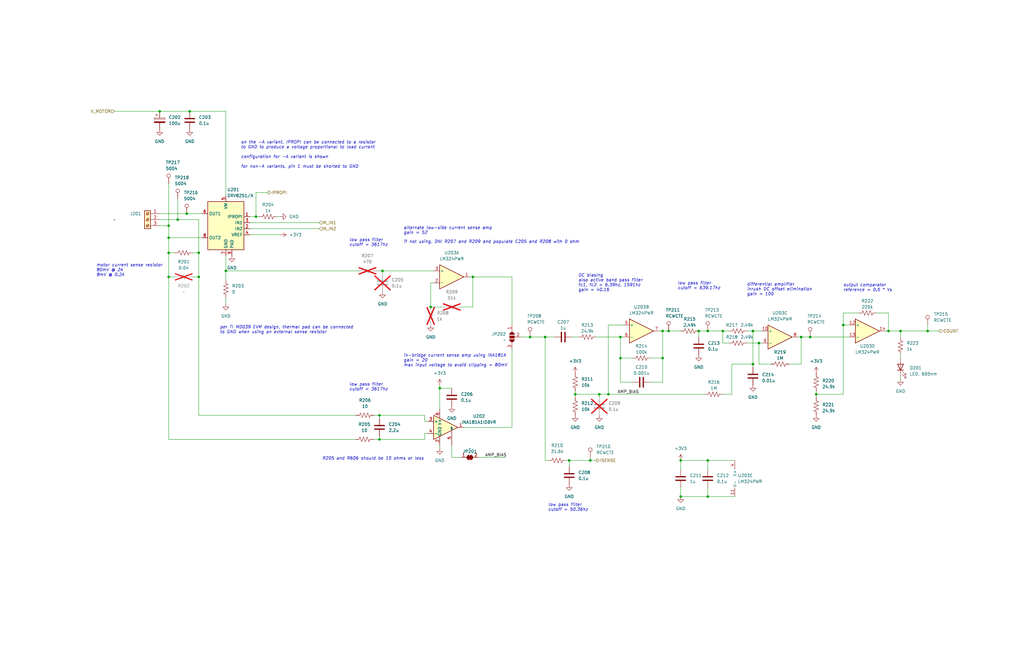
<source format=kicad_sch>
(kicad_sch (version 20230121) (generator eeschema)

  (uuid eb94ee06-fb85-4965-a986-88c0bdd8e631)

  (paper "B")

  (title_block
    (date "2023-04-27")
  )

  (lib_symbols
    (symbol "Amplifier_Current:INA181" (pin_names (offset 0.127)) (in_bom yes) (on_board yes)
      (property "Reference" "U" (at 3.81 3.81 0)
        (effects (font (size 1.27 1.27)) (justify left))
      )
      (property "Value" "INA181" (at 3.81 -2.54 0)
        (effects (font (size 1.27 1.27)) (justify left))
      )
      (property "Footprint" "Package_TO_SOT_SMD:SOT-23-6" (at 1.27 1.27 0)
        (effects (font (size 1.27 1.27)) hide)
      )
      (property "Datasheet" "http://www.ti.com/lit/ds/symlink/ina181.pdf" (at 3.81 3.81 0)
        (effects (font (size 1.27 1.27)) hide)
      )
      (property "ki_keywords" "current monitor shunt sensor bidirectional" (at 0 0 0)
        (effects (font (size 1.27 1.27)) hide)
      )
      (property "ki_description" "Bidirectional, Low- and High-Side Voltage Output, Current-Sense Amplifier, SOT-23-6" (at 0 0 0)
        (effects (font (size 1.27 1.27)) hide)
      )
      (property "ki_fp_filters" "SOT?23*" (at 0 0 0)
        (effects (font (size 1.27 1.27)) hide)
      )
      (symbol "INA181_0_1"
        (polyline
          (pts
            (xy 5.08 0)
            (xy -5.08 5.08)
            (xy -5.08 -5.08)
            (xy 5.08 0)
          )
          (stroke (width 0.254) (type default))
          (fill (type background))
        )
      )
      (symbol "INA181_1_1"
        (pin output line (at 7.62 0 180) (length 2.54)
          (name "~" (effects (font (size 1.27 1.27))))
          (number "1" (effects (font (size 1.27 1.27))))
        )
        (pin power_in line (at -2.54 -7.62 90) (length 3.81)
          (name "GND" (effects (font (size 1.27 1.27))))
          (number "2" (effects (font (size 1.27 1.27))))
        )
        (pin input line (at -7.62 2.54 0) (length 2.54)
          (name "+" (effects (font (size 1.27 1.27))))
          (number "3" (effects (font (size 1.27 1.27))))
        )
        (pin input line (at -7.62 -2.54 0) (length 2.54)
          (name "-" (effects (font (size 1.27 1.27))))
          (number "4" (effects (font (size 1.27 1.27))))
        )
        (pin input line (at 2.54 -7.62 90) (length 6.35)
          (name "REF" (effects (font (size 0.508 0.508))))
          (number "5" (effects (font (size 1.27 1.27))))
        )
        (pin power_in line (at -2.54 7.62 270) (length 3.81)
          (name "V+" (effects (font (size 1.27 1.27))))
          (number "6" (effects (font (size 1.27 1.27))))
        )
      )
    )
    (symbol "Amplifier_Operational:LM324" (pin_names (offset 0.127)) (in_bom yes) (on_board yes)
      (property "Reference" "U" (at 0 5.08 0)
        (effects (font (size 1.27 1.27)) (justify left))
      )
      (property "Value" "LM324" (at 0 -5.08 0)
        (effects (font (size 1.27 1.27)) (justify left))
      )
      (property "Footprint" "" (at -1.27 2.54 0)
        (effects (font (size 1.27 1.27)) hide)
      )
      (property "Datasheet" "http://www.ti.com/lit/ds/symlink/lm2902-n.pdf" (at 1.27 5.08 0)
        (effects (font (size 1.27 1.27)) hide)
      )
      (property "ki_locked" "" (at 0 0 0)
        (effects (font (size 1.27 1.27)))
      )
      (property "ki_keywords" "quad opamp" (at 0 0 0)
        (effects (font (size 1.27 1.27)) hide)
      )
      (property "ki_description" "Low-Power, Quad-Operational Amplifiers, DIP-14/SOIC-14/SSOP-14" (at 0 0 0)
        (effects (font (size 1.27 1.27)) hide)
      )
      (property "ki_fp_filters" "SOIC*3.9x8.7mm*P1.27mm* DIP*W7.62mm* TSSOP*4.4x5mm*P0.65mm* SSOP*5.3x6.2mm*P0.65mm* MSOP*3x3mm*P0.5mm*" (at 0 0 0)
        (effects (font (size 1.27 1.27)) hide)
      )
      (symbol "LM324_1_1"
        (polyline
          (pts
            (xy -5.08 5.08)
            (xy 5.08 0)
            (xy -5.08 -5.08)
            (xy -5.08 5.08)
          )
          (stroke (width 0.254) (type default))
          (fill (type background))
        )
        (pin output line (at 7.62 0 180) (length 2.54)
          (name "~" (effects (font (size 1.27 1.27))))
          (number "1" (effects (font (size 1.27 1.27))))
        )
        (pin input line (at -7.62 -2.54 0) (length 2.54)
          (name "-" (effects (font (size 1.27 1.27))))
          (number "2" (effects (font (size 1.27 1.27))))
        )
        (pin input line (at -7.62 2.54 0) (length 2.54)
          (name "+" (effects (font (size 1.27 1.27))))
          (number "3" (effects (font (size 1.27 1.27))))
        )
      )
      (symbol "LM324_2_1"
        (polyline
          (pts
            (xy -5.08 5.08)
            (xy 5.08 0)
            (xy -5.08 -5.08)
            (xy -5.08 5.08)
          )
          (stroke (width 0.254) (type default))
          (fill (type background))
        )
        (pin input line (at -7.62 2.54 0) (length 2.54)
          (name "+" (effects (font (size 1.27 1.27))))
          (number "5" (effects (font (size 1.27 1.27))))
        )
        (pin input line (at -7.62 -2.54 0) (length 2.54)
          (name "-" (effects (font (size 1.27 1.27))))
          (number "6" (effects (font (size 1.27 1.27))))
        )
        (pin output line (at 7.62 0 180) (length 2.54)
          (name "~" (effects (font (size 1.27 1.27))))
          (number "7" (effects (font (size 1.27 1.27))))
        )
      )
      (symbol "LM324_3_1"
        (polyline
          (pts
            (xy -5.08 5.08)
            (xy 5.08 0)
            (xy -5.08 -5.08)
            (xy -5.08 5.08)
          )
          (stroke (width 0.254) (type default))
          (fill (type background))
        )
        (pin input line (at -7.62 2.54 0) (length 2.54)
          (name "+" (effects (font (size 1.27 1.27))))
          (number "10" (effects (font (size 1.27 1.27))))
        )
        (pin output line (at 7.62 0 180) (length 2.54)
          (name "~" (effects (font (size 1.27 1.27))))
          (number "8" (effects (font (size 1.27 1.27))))
        )
        (pin input line (at -7.62 -2.54 0) (length 2.54)
          (name "-" (effects (font (size 1.27 1.27))))
          (number "9" (effects (font (size 1.27 1.27))))
        )
      )
      (symbol "LM324_4_1"
        (polyline
          (pts
            (xy -5.08 5.08)
            (xy 5.08 0)
            (xy -5.08 -5.08)
            (xy -5.08 5.08)
          )
          (stroke (width 0.254) (type default))
          (fill (type background))
        )
        (pin input line (at -7.62 2.54 0) (length 2.54)
          (name "+" (effects (font (size 1.27 1.27))))
          (number "12" (effects (font (size 1.27 1.27))))
        )
        (pin input line (at -7.62 -2.54 0) (length 2.54)
          (name "-" (effects (font (size 1.27 1.27))))
          (number "13" (effects (font (size 1.27 1.27))))
        )
        (pin output line (at 7.62 0 180) (length 2.54)
          (name "~" (effects (font (size 1.27 1.27))))
          (number "14" (effects (font (size 1.27 1.27))))
        )
      )
      (symbol "LM324_5_1"
        (pin power_in line (at -2.54 -7.62 90) (length 3.81)
          (name "V-" (effects (font (size 1.27 1.27))))
          (number "11" (effects (font (size 1.27 1.27))))
        )
        (pin power_in line (at -2.54 7.62 270) (length 3.81)
          (name "V+" (effects (font (size 1.27 1.27))))
          (number "4" (effects (font (size 1.27 1.27))))
        )
      )
    )
    (symbol "Connector:Screw_Terminal_01x03" (pin_names (offset 1.016) hide) (in_bom yes) (on_board yes)
      (property "Reference" "J" (at 0 5.08 0)
        (effects (font (size 1.27 1.27)))
      )
      (property "Value" "Screw_Terminal_01x03" (at 0 -5.08 0)
        (effects (font (size 1.27 1.27)))
      )
      (property "Footprint" "" (at 0 0 0)
        (effects (font (size 1.27 1.27)) hide)
      )
      (property "Datasheet" "~" (at 0 0 0)
        (effects (font (size 1.27 1.27)) hide)
      )
      (property "ki_keywords" "screw terminal" (at 0 0 0)
        (effects (font (size 1.27 1.27)) hide)
      )
      (property "ki_description" "Generic screw terminal, single row, 01x03, script generated (kicad-library-utils/schlib/autogen/connector/)" (at 0 0 0)
        (effects (font (size 1.27 1.27)) hide)
      )
      (property "ki_fp_filters" "TerminalBlock*:*" (at 0 0 0)
        (effects (font (size 1.27 1.27)) hide)
      )
      (symbol "Screw_Terminal_01x03_1_1"
        (rectangle (start -1.27 3.81) (end 1.27 -3.81)
          (stroke (width 0.254) (type default))
          (fill (type background))
        )
        (circle (center 0 -2.54) (radius 0.635)
          (stroke (width 0.1524) (type default))
          (fill (type none))
        )
        (polyline
          (pts
            (xy -0.5334 -2.2098)
            (xy 0.3302 -3.048)
          )
          (stroke (width 0.1524) (type default))
          (fill (type none))
        )
        (polyline
          (pts
            (xy -0.5334 0.3302)
            (xy 0.3302 -0.508)
          )
          (stroke (width 0.1524) (type default))
          (fill (type none))
        )
        (polyline
          (pts
            (xy -0.5334 2.8702)
            (xy 0.3302 2.032)
          )
          (stroke (width 0.1524) (type default))
          (fill (type none))
        )
        (polyline
          (pts
            (xy -0.3556 -2.032)
            (xy 0.508 -2.8702)
          )
          (stroke (width 0.1524) (type default))
          (fill (type none))
        )
        (polyline
          (pts
            (xy -0.3556 0.508)
            (xy 0.508 -0.3302)
          )
          (stroke (width 0.1524) (type default))
          (fill (type none))
        )
        (polyline
          (pts
            (xy -0.3556 3.048)
            (xy 0.508 2.2098)
          )
          (stroke (width 0.1524) (type default))
          (fill (type none))
        )
        (circle (center 0 0) (radius 0.635)
          (stroke (width 0.1524) (type default))
          (fill (type none))
        )
        (circle (center 0 2.54) (radius 0.635)
          (stroke (width 0.1524) (type default))
          (fill (type none))
        )
        (pin passive line (at -5.08 2.54 0) (length 3.81)
          (name "Pin_1" (effects (font (size 1.27 1.27))))
          (number "1" (effects (font (size 1.27 1.27))))
        )
        (pin passive line (at -5.08 0 0) (length 3.81)
          (name "Pin_2" (effects (font (size 1.27 1.27))))
          (number "2" (effects (font (size 1.27 1.27))))
        )
        (pin passive line (at -5.08 -2.54 0) (length 3.81)
          (name "Pin_3" (effects (font (size 1.27 1.27))))
          (number "3" (effects (font (size 1.27 1.27))))
        )
      )
    )
    (symbol "Connector:TestPoint" (pin_numbers hide) (pin_names (offset 0.762) hide) (in_bom yes) (on_board yes)
      (property "Reference" "TP" (at 0 6.858 0)
        (effects (font (size 1.27 1.27)))
      )
      (property "Value" "TestPoint" (at 0 5.08 0)
        (effects (font (size 1.27 1.27)))
      )
      (property "Footprint" "" (at 5.08 0 0)
        (effects (font (size 1.27 1.27)) hide)
      )
      (property "Datasheet" "~" (at 5.08 0 0)
        (effects (font (size 1.27 1.27)) hide)
      )
      (property "ki_keywords" "test point tp" (at 0 0 0)
        (effects (font (size 1.27 1.27)) hide)
      )
      (property "ki_description" "test point" (at 0 0 0)
        (effects (font (size 1.27 1.27)) hide)
      )
      (property "ki_fp_filters" "Pin* Test*" (at 0 0 0)
        (effects (font (size 1.27 1.27)) hide)
      )
      (symbol "TestPoint_0_1"
        (circle (center 0 3.302) (radius 0.762)
          (stroke (width 0) (type default))
          (fill (type none))
        )
      )
      (symbol "TestPoint_1_1"
        (pin passive line (at 0 0 90) (length 2.54)
          (name "1" (effects (font (size 1.27 1.27))))
          (number "1" (effects (font (size 1.27 1.27))))
        )
      )
    )
    (symbol "Device:C" (pin_numbers hide) (pin_names (offset 0.254)) (in_bom yes) (on_board yes)
      (property "Reference" "C" (at 0.635 2.54 0)
        (effects (font (size 1.27 1.27)) (justify left))
      )
      (property "Value" "C" (at 0.635 -2.54 0)
        (effects (font (size 1.27 1.27)) (justify left))
      )
      (property "Footprint" "" (at 0.9652 -3.81 0)
        (effects (font (size 1.27 1.27)) hide)
      )
      (property "Datasheet" "~" (at 0 0 0)
        (effects (font (size 1.27 1.27)) hide)
      )
      (property "ki_keywords" "cap capacitor" (at 0 0 0)
        (effects (font (size 1.27 1.27)) hide)
      )
      (property "ki_description" "Unpolarized capacitor" (at 0 0 0)
        (effects (font (size 1.27 1.27)) hide)
      )
      (property "ki_fp_filters" "C_*" (at 0 0 0)
        (effects (font (size 1.27 1.27)) hide)
      )
      (symbol "C_0_1"
        (polyline
          (pts
            (xy -2.032 -0.762)
            (xy 2.032 -0.762)
          )
          (stroke (width 0.508) (type default))
          (fill (type none))
        )
        (polyline
          (pts
            (xy -2.032 0.762)
            (xy 2.032 0.762)
          )
          (stroke (width 0.508) (type default))
          (fill (type none))
        )
      )
      (symbol "C_1_1"
        (pin passive line (at 0 3.81 270) (length 2.794)
          (name "~" (effects (font (size 1.27 1.27))))
          (number "1" (effects (font (size 1.27 1.27))))
        )
        (pin passive line (at 0 -3.81 90) (length 2.794)
          (name "~" (effects (font (size 1.27 1.27))))
          (number "2" (effects (font (size 1.27 1.27))))
        )
      )
    )
    (symbol "Device:C_Polarized" (pin_numbers hide) (pin_names (offset 0.254)) (in_bom yes) (on_board yes)
      (property "Reference" "C" (at 0.635 2.54 0)
        (effects (font (size 1.27 1.27)) (justify left))
      )
      (property "Value" "C_Polarized" (at 0.635 -2.54 0)
        (effects (font (size 1.27 1.27)) (justify left))
      )
      (property "Footprint" "" (at 0.9652 -3.81 0)
        (effects (font (size 1.27 1.27)) hide)
      )
      (property "Datasheet" "~" (at 0 0 0)
        (effects (font (size 1.27 1.27)) hide)
      )
      (property "ki_keywords" "cap capacitor" (at 0 0 0)
        (effects (font (size 1.27 1.27)) hide)
      )
      (property "ki_description" "Polarized capacitor" (at 0 0 0)
        (effects (font (size 1.27 1.27)) hide)
      )
      (property "ki_fp_filters" "CP_*" (at 0 0 0)
        (effects (font (size 1.27 1.27)) hide)
      )
      (symbol "C_Polarized_0_1"
        (rectangle (start -2.286 0.508) (end 2.286 1.016)
          (stroke (width 0) (type default))
          (fill (type none))
        )
        (polyline
          (pts
            (xy -1.778 2.286)
            (xy -0.762 2.286)
          )
          (stroke (width 0) (type default))
          (fill (type none))
        )
        (polyline
          (pts
            (xy -1.27 2.794)
            (xy -1.27 1.778)
          )
          (stroke (width 0) (type default))
          (fill (type none))
        )
        (rectangle (start 2.286 -0.508) (end -2.286 -1.016)
          (stroke (width 0) (type default))
          (fill (type outline))
        )
      )
      (symbol "C_Polarized_1_1"
        (pin passive line (at 0 3.81 270) (length 2.794)
          (name "~" (effects (font (size 1.27 1.27))))
          (number "1" (effects (font (size 1.27 1.27))))
        )
        (pin passive line (at 0 -3.81 90) (length 2.794)
          (name "~" (effects (font (size 1.27 1.27))))
          (number "2" (effects (font (size 1.27 1.27))))
        )
      )
    )
    (symbol "Device:LED" (pin_numbers hide) (pin_names (offset 1.016) hide) (in_bom yes) (on_board yes)
      (property "Reference" "D" (at 0 2.54 0)
        (effects (font (size 1.27 1.27)))
      )
      (property "Value" "LED" (at 0 -2.54 0)
        (effects (font (size 1.27 1.27)))
      )
      (property "Footprint" "" (at 0 0 0)
        (effects (font (size 1.27 1.27)) hide)
      )
      (property "Datasheet" "~" (at 0 0 0)
        (effects (font (size 1.27 1.27)) hide)
      )
      (property "ki_keywords" "LED diode" (at 0 0 0)
        (effects (font (size 1.27 1.27)) hide)
      )
      (property "ki_description" "Light emitting diode" (at 0 0 0)
        (effects (font (size 1.27 1.27)) hide)
      )
      (property "ki_fp_filters" "LED* LED_SMD:* LED_THT:*" (at 0 0 0)
        (effects (font (size 1.27 1.27)) hide)
      )
      (symbol "LED_0_1"
        (polyline
          (pts
            (xy -1.27 -1.27)
            (xy -1.27 1.27)
          )
          (stroke (width 0.254) (type default))
          (fill (type none))
        )
        (polyline
          (pts
            (xy -1.27 0)
            (xy 1.27 0)
          )
          (stroke (width 0) (type default))
          (fill (type none))
        )
        (polyline
          (pts
            (xy 1.27 -1.27)
            (xy 1.27 1.27)
            (xy -1.27 0)
            (xy 1.27 -1.27)
          )
          (stroke (width 0.254) (type default))
          (fill (type none))
        )
        (polyline
          (pts
            (xy -3.048 -0.762)
            (xy -4.572 -2.286)
            (xy -3.81 -2.286)
            (xy -4.572 -2.286)
            (xy -4.572 -1.524)
          )
          (stroke (width 0) (type default))
          (fill (type none))
        )
        (polyline
          (pts
            (xy -1.778 -0.762)
            (xy -3.302 -2.286)
            (xy -2.54 -2.286)
            (xy -3.302 -2.286)
            (xy -3.302 -1.524)
          )
          (stroke (width 0) (type default))
          (fill (type none))
        )
      )
      (symbol "LED_1_1"
        (pin passive line (at -3.81 0 0) (length 2.54)
          (name "K" (effects (font (size 1.27 1.27))))
          (number "1" (effects (font (size 1.27 1.27))))
        )
        (pin passive line (at 3.81 0 180) (length 2.54)
          (name "A" (effects (font (size 1.27 1.27))))
          (number "2" (effects (font (size 1.27 1.27))))
        )
      )
    )
    (symbol "Device:R_US" (pin_numbers hide) (pin_names (offset 0)) (in_bom yes) (on_board yes)
      (property "Reference" "R" (at 2.54 0 90)
        (effects (font (size 1.27 1.27)))
      )
      (property "Value" "R_US" (at -2.54 0 90)
        (effects (font (size 1.27 1.27)))
      )
      (property "Footprint" "" (at 1.016 -0.254 90)
        (effects (font (size 1.27 1.27)) hide)
      )
      (property "Datasheet" "~" (at 0 0 0)
        (effects (font (size 1.27 1.27)) hide)
      )
      (property "ki_keywords" "R res resistor" (at 0 0 0)
        (effects (font (size 1.27 1.27)) hide)
      )
      (property "ki_description" "Resistor, US symbol" (at 0 0 0)
        (effects (font (size 1.27 1.27)) hide)
      )
      (property "ki_fp_filters" "R_*" (at 0 0 0)
        (effects (font (size 1.27 1.27)) hide)
      )
      (symbol "R_US_0_1"
        (polyline
          (pts
            (xy 0 -2.286)
            (xy 0 -2.54)
          )
          (stroke (width 0) (type default))
          (fill (type none))
        )
        (polyline
          (pts
            (xy 0 2.286)
            (xy 0 2.54)
          )
          (stroke (width 0) (type default))
          (fill (type none))
        )
        (polyline
          (pts
            (xy 0 -0.762)
            (xy 1.016 -1.143)
            (xy 0 -1.524)
            (xy -1.016 -1.905)
            (xy 0 -2.286)
          )
          (stroke (width 0) (type default))
          (fill (type none))
        )
        (polyline
          (pts
            (xy 0 0.762)
            (xy 1.016 0.381)
            (xy 0 0)
            (xy -1.016 -0.381)
            (xy 0 -0.762)
          )
          (stroke (width 0) (type default))
          (fill (type none))
        )
        (polyline
          (pts
            (xy 0 2.286)
            (xy 1.016 1.905)
            (xy 0 1.524)
            (xy -1.016 1.143)
            (xy 0 0.762)
          )
          (stroke (width 0) (type default))
          (fill (type none))
        )
      )
      (symbol "R_US_1_1"
        (pin passive line (at 0 3.81 270) (length 1.27)
          (name "~" (effects (font (size 1.27 1.27))))
          (number "1" (effects (font (size 1.27 1.27))))
        )
        (pin passive line (at 0 -3.81 90) (length 1.27)
          (name "~" (effects (font (size 1.27 1.27))))
          (number "2" (effects (font (size 1.27 1.27))))
        )
      )
    )
    (symbol "Driver_Motor:DRV8837" (in_bom yes) (on_board yes)
      (property "Reference" "U201" (at 0.5206 15.24 0)
        (effects (font (size 1.27 1.27)) (justify right))
      )
      (property "Value" "DRV8251A" (at 0.5206 12.7 0)
        (effects (font (size 1.27 1.27)) (justify right))
      )
      (property "Footprint" "Custom:HSOP-8-1EP_3.9x4.9mm_P1.27mm_EP2.41x3.1mm_ThermalVias_HandSolder" (at 0 -21.59 0)
        (effects (font (size 1.27 1.27)) hide)
      )
      (property "Datasheet" "" (at 0 0 0)
        (effects (font (size 1.27 1.27)) hide)
      )
      (property "ki_keywords" "half bridge driver" (at 0 0 0)
        (effects (font (size 1.27 1.27)) hide)
      )
      (property "ki_description" "H-Bridge driver, 1.8A, Low Voltage, PWM input, WSON-8" (at 0 0 0)
        (effects (font (size 1.27 1.27)) hide)
      )
      (property "ki_fp_filters" "WSON*1EP*2x2mm*P0.5mm*" (at 0 0 0)
        (effects (font (size 1.27 1.27)) hide)
      )
      (symbol "DRV8837_0_1"
        (rectangle (start -7.62 10.16) (end 7.62 -10.16)
          (stroke (width 0.254) (type default))
          (fill (type background))
        )
      )
      (symbol "DRV8837_1_1"
        (pin output line (at -10.16 3.81 0) (length 2.54)
          (name "IPROPI" (effects (font (size 1.27 1.27))))
          (number "1" (effects (font (size 1.27 1.27))))
        )
        (pin input line (at -10.16 -1.27 0) (length 2.54)
          (name "IN2" (effects (font (size 1.27 1.27))))
          (number "2" (effects (font (size 1.27 1.27))))
        )
        (pin input line (at -10.16 1.27 0) (length 2.54)
          (name "IN1" (effects (font (size 1.27 1.27))))
          (number "3" (effects (font (size 1.27 1.27))))
        )
        (pin input line (at -10.16 -3.81 0) (length 2.54)
          (name "VREF" (effects (font (size 1.27 1.27))))
          (number "4" (effects (font (size 1.27 1.27))))
        )
        (pin power_in line (at 0 12.7 270) (length 2.54)
          (name "VM" (effects (font (size 1.27 1.27))))
          (number "5" (effects (font (size 1.27 1.27))))
        )
        (pin output line (at 10.16 5.08 180) (length 2.54)
          (name "OUT1" (effects (font (size 1.27 1.27))))
          (number "6" (effects (font (size 1.27 1.27))))
        )
        (pin power_in line (at 0 -12.7 90) (length 2.54)
          (name "GND" (effects (font (size 1.27 1.27))))
          (number "7" (effects (font (size 1.27 1.27))))
        )
        (pin output line (at 10.16 -5.08 180) (length 2.54)
          (name "OUT2" (effects (font (size 1.27 1.27))))
          (number "8" (effects (font (size 1.27 1.27))))
        )
        (pin passive line (at -2.54 -12.7 90) (length 2.54)
          (name "PAD" (effects (font (size 1.27 1.27))))
          (number "9" (effects (font (size 1.27 1.27))))
        )
      )
    )
    (symbol "Jumper:SolderJumper_2_Bridged" (pin_names (offset 0) hide) (in_bom yes) (on_board yes)
      (property "Reference" "JP" (at 0 2.032 0)
        (effects (font (size 1.27 1.27)))
      )
      (property "Value" "SolderJumper_2_Bridged" (at 0 -2.54 0)
        (effects (font (size 1.27 1.27)))
      )
      (property "Footprint" "" (at 0 0 0)
        (effects (font (size 1.27 1.27)) hide)
      )
      (property "Datasheet" "~" (at 0 0 0)
        (effects (font (size 1.27 1.27)) hide)
      )
      (property "ki_keywords" "solder jumper SPST" (at 0 0 0)
        (effects (font (size 1.27 1.27)) hide)
      )
      (property "ki_description" "Solder Jumper, 2-pole, closed/bridged" (at 0 0 0)
        (effects (font (size 1.27 1.27)) hide)
      )
      (property "ki_fp_filters" "SolderJumper*Bridged*" (at 0 0 0)
        (effects (font (size 1.27 1.27)) hide)
      )
      (symbol "SolderJumper_2_Bridged_0_1"
        (rectangle (start -0.508 0.508) (end 0.508 -0.508)
          (stroke (width 0) (type default))
          (fill (type outline))
        )
        (arc (start -0.254 1.016) (mid -1.2656 0) (end -0.254 -1.016)
          (stroke (width 0) (type default))
          (fill (type none))
        )
        (arc (start -0.254 1.016) (mid -1.2656 0) (end -0.254 -1.016)
          (stroke (width 0) (type default))
          (fill (type outline))
        )
        (polyline
          (pts
            (xy -0.254 1.016)
            (xy -0.254 -1.016)
          )
          (stroke (width 0) (type default))
          (fill (type none))
        )
        (polyline
          (pts
            (xy 0.254 1.016)
            (xy 0.254 -1.016)
          )
          (stroke (width 0) (type default))
          (fill (type none))
        )
        (arc (start 0.254 -1.016) (mid 1.2656 0) (end 0.254 1.016)
          (stroke (width 0) (type default))
          (fill (type none))
        )
        (arc (start 0.254 -1.016) (mid 1.2656 0) (end 0.254 1.016)
          (stroke (width 0) (type default))
          (fill (type outline))
        )
      )
      (symbol "SolderJumper_2_Bridged_1_1"
        (pin passive line (at -3.81 0 0) (length 2.54)
          (name "A" (effects (font (size 1.27 1.27))))
          (number "1" (effects (font (size 1.27 1.27))))
        )
        (pin passive line (at 3.81 0 180) (length 2.54)
          (name "B" (effects (font (size 1.27 1.27))))
          (number "2" (effects (font (size 1.27 1.27))))
        )
      )
    )
    (symbol "Jumper:SolderJumper_3_Open" (pin_names (offset 0) hide) (in_bom yes) (on_board yes)
      (property "Reference" "JP" (at -2.54 -2.54 0)
        (effects (font (size 1.27 1.27)))
      )
      (property "Value" "SolderJumper_3_Open" (at 0 2.794 0)
        (effects (font (size 1.27 1.27)))
      )
      (property "Footprint" "" (at 0 0 0)
        (effects (font (size 1.27 1.27)) hide)
      )
      (property "Datasheet" "~" (at 0 0 0)
        (effects (font (size 1.27 1.27)) hide)
      )
      (property "ki_keywords" "Solder Jumper SPDT" (at 0 0 0)
        (effects (font (size 1.27 1.27)) hide)
      )
      (property "ki_description" "Solder Jumper, 3-pole, open" (at 0 0 0)
        (effects (font (size 1.27 1.27)) hide)
      )
      (property "ki_fp_filters" "SolderJumper*Open*" (at 0 0 0)
        (effects (font (size 1.27 1.27)) hide)
      )
      (symbol "SolderJumper_3_Open_0_1"
        (arc (start -1.016 1.016) (mid -2.0276 0) (end -1.016 -1.016)
          (stroke (width 0) (type default))
          (fill (type none))
        )
        (arc (start -1.016 1.016) (mid -2.0276 0) (end -1.016 -1.016)
          (stroke (width 0) (type default))
          (fill (type outline))
        )
        (rectangle (start -0.508 1.016) (end 0.508 -1.016)
          (stroke (width 0) (type default))
          (fill (type outline))
        )
        (polyline
          (pts
            (xy -2.54 0)
            (xy -2.032 0)
          )
          (stroke (width 0) (type default))
          (fill (type none))
        )
        (polyline
          (pts
            (xy -1.016 1.016)
            (xy -1.016 -1.016)
          )
          (stroke (width 0) (type default))
          (fill (type none))
        )
        (polyline
          (pts
            (xy 0 -1.27)
            (xy 0 -1.016)
          )
          (stroke (width 0) (type default))
          (fill (type none))
        )
        (polyline
          (pts
            (xy 1.016 1.016)
            (xy 1.016 -1.016)
          )
          (stroke (width 0) (type default))
          (fill (type none))
        )
        (polyline
          (pts
            (xy 2.54 0)
            (xy 2.032 0)
          )
          (stroke (width 0) (type default))
          (fill (type none))
        )
        (arc (start 1.016 -1.016) (mid 2.0276 0) (end 1.016 1.016)
          (stroke (width 0) (type default))
          (fill (type none))
        )
        (arc (start 1.016 -1.016) (mid 2.0276 0) (end 1.016 1.016)
          (stroke (width 0) (type default))
          (fill (type outline))
        )
      )
      (symbol "SolderJumper_3_Open_1_1"
        (pin passive line (at -5.08 0 0) (length 2.54)
          (name "A" (effects (font (size 1.27 1.27))))
          (number "1" (effects (font (size 1.27 1.27))))
        )
        (pin passive line (at 0 -3.81 90) (length 2.54)
          (name "C" (effects (font (size 1.27 1.27))))
          (number "2" (effects (font (size 1.27 1.27))))
        )
        (pin passive line (at 5.08 0 180) (length 2.54)
          (name "B" (effects (font (size 1.27 1.27))))
          (number "3" (effects (font (size 1.27 1.27))))
        )
      )
    )
    (symbol "power:+3V3" (power) (pin_names (offset 0)) (in_bom yes) (on_board yes)
      (property "Reference" "#PWR" (at 0 -3.81 0)
        (effects (font (size 1.27 1.27)) hide)
      )
      (property "Value" "+3V3" (at 0 3.556 0)
        (effects (font (size 1.27 1.27)))
      )
      (property "Footprint" "" (at 0 0 0)
        (effects (font (size 1.27 1.27)) hide)
      )
      (property "Datasheet" "" (at 0 0 0)
        (effects (font (size 1.27 1.27)) hide)
      )
      (property "ki_keywords" "power-flag" (at 0 0 0)
        (effects (font (size 1.27 1.27)) hide)
      )
      (property "ki_description" "Power symbol creates a global label with name \"+3V3\"" (at 0 0 0)
        (effects (font (size 1.27 1.27)) hide)
      )
      (symbol "+3V3_0_1"
        (polyline
          (pts
            (xy -0.762 1.27)
            (xy 0 2.54)
          )
          (stroke (width 0) (type default))
          (fill (type none))
        )
        (polyline
          (pts
            (xy 0 0)
            (xy 0 2.54)
          )
          (stroke (width 0) (type default))
          (fill (type none))
        )
        (polyline
          (pts
            (xy 0 2.54)
            (xy 0.762 1.27)
          )
          (stroke (width 0) (type default))
          (fill (type none))
        )
      )
      (symbol "+3V3_1_1"
        (pin power_in line (at 0 0 90) (length 0) hide
          (name "+3V3" (effects (font (size 1.27 1.27))))
          (number "1" (effects (font (size 1.27 1.27))))
        )
      )
    )
    (symbol "power:GND" (power) (pin_names (offset 0)) (in_bom yes) (on_board yes)
      (property "Reference" "#PWR" (at 0 -6.35 0)
        (effects (font (size 1.27 1.27)) hide)
      )
      (property "Value" "GND" (at 0 -3.81 0)
        (effects (font (size 1.27 1.27)))
      )
      (property "Footprint" "" (at 0 0 0)
        (effects (font (size 1.27 1.27)) hide)
      )
      (property "Datasheet" "" (at 0 0 0)
        (effects (font (size 1.27 1.27)) hide)
      )
      (property "ki_keywords" "power-flag" (at 0 0 0)
        (effects (font (size 1.27 1.27)) hide)
      )
      (property "ki_description" "Power symbol creates a global label with name \"GND\" , ground" (at 0 0 0)
        (effects (font (size 1.27 1.27)) hide)
      )
      (symbol "GND_0_1"
        (polyline
          (pts
            (xy 0 0)
            (xy 0 -1.27)
            (xy 1.27 -1.27)
            (xy 0 -2.54)
            (xy -1.27 -1.27)
            (xy 0 -1.27)
          )
          (stroke (width 0) (type default))
          (fill (type none))
        )
      )
      (symbol "GND_1_1"
        (pin power_in line (at 0 0 270) (length 0) hide
          (name "GND" (effects (font (size 1.27 1.27))))
          (number "1" (effects (font (size 1.27 1.27))))
        )
      )
    )
  )

  (junction (at 181.61 129.54) (diameter 0) (color 0 0 0 0)
    (uuid 07d75e2d-d6c6-4c6c-8fa2-b1a751d199c2)
  )
  (junction (at 355.6 137.16) (diameter 0) (color 0 0 0 0)
    (uuid 0b07dc76-a586-4fa5-9a2f-0c871cab9e3d)
  )
  (junction (at 337.82 142.24) (diameter 0) (color 0 0 0 0)
    (uuid 0e9e5fe0-554e-4c05-aaf1-1fcda2f057f3)
  )
  (junction (at 185.42 163.83) (diameter 0) (color 0 0 0 0)
    (uuid 1f559c83-9459-4697-926c-b86b38749850)
  )
  (junction (at 71.12 100.33) (diameter 0) (color 0 0 0 0)
    (uuid 21ee784f-7c62-44c2-af9f-d6752752d093)
  )
  (junction (at 298.45 209.55) (diameter 0) (color 0 0 0 0)
    (uuid 2ffcaa98-c3c3-405e-8f12-1da6d5e01903)
  )
  (junction (at 71.12 95.25) (diameter 0) (color 0 0 0 0)
    (uuid 422ebb7d-7bc9-4168-ba91-f171ba601768)
  )
  (junction (at 279.4 151.13) (diameter 0) (color 0 0 0 0)
    (uuid 4764c283-8497-4b3a-ad7e-1bd7e88d5567)
  )
  (junction (at 298.45 194.31) (diameter 0) (color 0 0 0 0)
    (uuid 4e3aa7cf-34fa-4521-9ac2-ed7f67db914a)
  )
  (junction (at 248.92 194.31) (diameter 0) (color 0 0 0 0)
    (uuid 509fd66e-5033-47dd-88f6-897120a04116)
  )
  (junction (at 304.8 139.7) (diameter 0) (color 0 0 0 0)
    (uuid 536a2606-6b10-4d7a-9e1e-e73890377e65)
  )
  (junction (at 252.73 166.37) (diameter 0) (color 0 0 0 0)
    (uuid 5d18f96d-4ac5-4e39-b6e1-2b2d597e6f08)
  )
  (junction (at 317.5 153.67) (diameter 0) (color 0 0 0 0)
    (uuid 668a0c93-9437-4a39-9b95-ee7ff6d0b96b)
  )
  (junction (at 294.64 139.7) (diameter 0) (color 0 0 0 0)
    (uuid 6b54bf87-9928-4a0a-941a-a15d95633cf9)
  )
  (junction (at 107.95 91.44) (diameter 0) (color 0 0 0 0)
    (uuid 70162006-964a-4a36-b601-702d6d830a22)
  )
  (junction (at 161.29 114.3) (diameter 0) (color 0 0 0 0)
    (uuid 745db7cc-1e2d-4c62-a97e-7c3a65a3d752)
  )
  (junction (at 242.57 166.37) (diameter 0) (color 0 0 0 0)
    (uuid 75328fe7-d85a-40ee-b1d2-598ce54f3346)
  )
  (junction (at 344.17 166.37) (diameter 0) (color 0 0 0 0)
    (uuid 759a6b34-edeb-44f5-b930-c75ca6d4a05e)
  )
  (junction (at 83.82 106.68) (diameter 0) (color 0 0 0 0)
    (uuid 76dfc451-f683-453e-9088-cfa7506bd15c)
  )
  (junction (at 71.12 106.68) (diameter 0) (color 0 0 0 0)
    (uuid 78f68f6a-362d-4fd8-8bd6-446225ca4b50)
  )
  (junction (at 229.87 142.24) (diameter 0) (color 0 0 0 0)
    (uuid 795ca3e2-9015-430c-ac2d-4c147b09580f)
  )
  (junction (at 391.16 139.7) (diameter 0) (color 0 0 0 0)
    (uuid 7a8c7b56-15d6-4d62-96d4-7a33aa1032b5)
  )
  (junction (at 317.5 139.7) (diameter 0) (color 0 0 0 0)
    (uuid 856da5a1-9e78-4b00-9a2f-13e2f044b8ca)
  )
  (junction (at 199.39 116.84) (diameter 0) (color 0 0 0 0)
    (uuid 88749354-4973-48d2-8bbe-db08d6f38116)
  )
  (junction (at 71.12 116.84) (diameter 0) (color 0 0 0 0)
    (uuid 8cae12d3-95dc-43cc-9615-afd1f6c801a7)
  )
  (junction (at 379.73 139.7) (diameter 0) (color 0 0 0 0)
    (uuid 96768033-6895-44f3-91a3-5975a1bb1496)
  )
  (junction (at 160.02 175.26) (diameter 0) (color 0 0 0 0)
    (uuid 96f2d28e-cad1-4ca5-8c7d-f29cd03c6093)
  )
  (junction (at 78.74 90.17) (diameter 0) (color 0 0 0 0)
    (uuid 9b59148a-4405-4937-b367-b6d9b3a443ab)
  )
  (junction (at 95.25 114.3) (diameter 0) (color 0 0 0 0)
    (uuid a3081833-d96b-433a-8ad2-06c01b13220a)
  )
  (junction (at 240.03 194.31) (diameter 0) (color 0 0 0 0)
    (uuid a7f29109-42d7-403a-b299-e8911892a3e9)
  )
  (junction (at 287.02 209.55) (diameter 0) (color 0 0 0 0)
    (uuid c2780b2d-e3bb-4eb2-a602-c7abba3df88b)
  )
  (junction (at 261.62 151.13) (diameter 0) (color 0 0 0 0)
    (uuid cb2ec1d3-a6af-496f-9e74-e6c144ed5132)
  )
  (junction (at 341.63 142.24) (diameter 0) (color 0 0 0 0)
    (uuid d5f04533-b6e8-49fe-8355-bd6cf786978e)
  )
  (junction (at 80.01 46.99) (diameter 0) (color 0 0 0 0)
    (uuid da575237-7de8-4aed-8671-d37a15c51d30)
  )
  (junction (at 279.4 139.7) (diameter 0) (color 0 0 0 0)
    (uuid dcc4f02a-b546-42a3-b5bc-b9734e94979e)
  )
  (junction (at 261.62 142.24) (diameter 0) (color 0 0 0 0)
    (uuid e43ccca6-5b91-4a3b-b71f-269689025257)
  )
  (junction (at 287.02 194.31) (diameter 0) (color 0 0 0 0)
    (uuid e59842ef-412c-40c5-ba04-98e5986dc408)
  )
  (junction (at 298.45 139.7) (diameter 0) (color 0 0 0 0)
    (uuid e65f445e-ec45-4ad9-9450-33d8eb3e486c)
  )
  (junction (at 256.54 166.37) (diameter 0) (color 0 0 0 0)
    (uuid e78bdcaf-3452-4c57-b531-12ecf1adfb4e)
  )
  (junction (at 67.31 46.99) (diameter 0) (color 0 0 0 0)
    (uuid ed36aa75-d19a-4b6d-8c71-8ffb36809430)
  )
  (junction (at 83.82 116.84) (diameter 0) (color 0 0 0 0)
    (uuid ee806265-e2ed-4337-a5ef-31f06017c51e)
  )
  (junction (at 223.52 142.24) (diameter 0) (color 0 0 0 0)
    (uuid eea90313-85e8-406a-86ec-a8594942884d)
  )
  (junction (at 160.02 185.42) (diameter 0) (color 0 0 0 0)
    (uuid f2445180-f6e5-4396-a195-6142e81c95df)
  )
  (junction (at 74.93 92.71) (diameter 0) (color 0 0 0 0)
    (uuid f66a536e-b086-4777-a24c-3abfb9efa2a6)
  )
  (junction (at 320.04 144.78) (diameter 0) (color 0 0 0 0)
    (uuid f6a0e739-7ae2-492f-aafe-1ccf6cbcb4c1)
  )
  (junction (at 281.94 139.7) (diameter 0) (color 0 0 0 0)
    (uuid fb18bebb-faa0-4704-ac8f-2017aced41c4)
  )
  (junction (at 374.65 139.7) (diameter 0) (color 0 0 0 0)
    (uuid fe140104-2732-4fda-b900-5875d65ff672)
  )

  (wire (pts (xy 48.26 46.99) (xy 67.31 46.99))
    (stroke (width 0) (type default))
    (uuid 01712516-1703-4a23-848b-e4b8fd2923e5)
  )
  (wire (pts (xy 287.02 209.55) (xy 298.45 209.55))
    (stroke (width 0) (type default))
    (uuid 062bd036-c85d-4fb0-8bd5-4795fce3d9d4)
  )
  (wire (pts (xy 256.54 137.16) (xy 262.89 137.16))
    (stroke (width 0) (type default))
    (uuid 06d49045-7680-4641-a210-1072d299c06e)
  )
  (wire (pts (xy 262.89 142.24) (xy 261.62 142.24))
    (stroke (width 0) (type default))
    (uuid 0cd86ed3-3d29-414c-af1f-ab453ce4c9f6)
  )
  (wire (pts (xy 180.34 177.8) (xy 179.07 177.8))
    (stroke (width 0) (type default))
    (uuid 0ff2630b-0f0d-4c3a-9cb7-21f30746d8bd)
  )
  (wire (pts (xy 199.39 116.84) (xy 215.9 116.84))
    (stroke (width 0) (type default))
    (uuid 18ea4379-d76c-4cf8-b630-e7c9f2f21da0)
  )
  (wire (pts (xy 74.93 83.82) (xy 74.93 92.71))
    (stroke (width 0) (type default))
    (uuid 19bb2ebb-e7a6-4786-aa9d-83b37be48682)
  )
  (wire (pts (xy 105.41 99.06) (xy 118.11 99.06))
    (stroke (width 0) (type default))
    (uuid 19c6083b-7e3f-470c-8ce2-b981ae3bcee6)
  )
  (wire (pts (xy 287.02 198.12) (xy 287.02 194.31))
    (stroke (width 0) (type default))
    (uuid 19d57aa0-425b-4554-ad4d-87745dc2eaf3)
  )
  (wire (pts (xy 113.03 81.28) (xy 107.95 81.28))
    (stroke (width 0) (type default))
    (uuid 1b37889f-4d1f-4247-89ec-3f7740060569)
  )
  (wire (pts (xy 199.39 129.54) (xy 199.39 116.84))
    (stroke (width 0) (type default))
    (uuid 1ee0736a-88c4-4110-ad4f-81bddad50a30)
  )
  (wire (pts (xy 179.07 182.88) (xy 179.07 185.42))
    (stroke (width 0) (type default))
    (uuid 203beb8a-b8c8-4da5-a225-adf7f28b6439)
  )
  (wire (pts (xy 274.32 151.13) (xy 279.4 151.13))
    (stroke (width 0) (type default))
    (uuid 217069c5-7a10-4205-a0df-7e3d22142f04)
  )
  (wire (pts (xy 107.95 91.44) (xy 109.22 91.44))
    (stroke (width 0) (type default))
    (uuid 220bf685-f656-4bcf-bc69-16a42316a465)
  )
  (wire (pts (xy 344.17 165.1) (xy 344.17 166.37))
    (stroke (width 0) (type default))
    (uuid 2272f14b-4bde-4eb9-af86-fcb79e46cc14)
  )
  (wire (pts (xy 309.88 209.55) (xy 298.45 209.55))
    (stroke (width 0) (type default))
    (uuid 23201344-15e0-402e-815e-e9ae174727c9)
  )
  (wire (pts (xy 314.96 139.7) (xy 317.5 139.7))
    (stroke (width 0) (type default))
    (uuid 259f188a-6acb-469a-a9ac-e199f55d3f8a)
  )
  (wire (pts (xy 95.25 107.95) (xy 95.25 114.3))
    (stroke (width 0) (type default))
    (uuid 263b31f3-1d4d-409c-9965-a91bac2abcfe)
  )
  (wire (pts (xy 242.57 166.37) (xy 252.73 166.37))
    (stroke (width 0) (type default))
    (uuid 26ce7b0f-92b8-4687-8d7f-d2132172e3a4)
  )
  (wire (pts (xy 355.6 137.16) (xy 358.14 137.16))
    (stroke (width 0) (type default))
    (uuid 288ea595-c7f9-4353-9196-144d01e1391f)
  )
  (wire (pts (xy 344.17 166.37) (xy 344.17 167.64))
    (stroke (width 0) (type default))
    (uuid 28c53112-5065-46cb-86c0-1c3a2335a0d8)
  )
  (wire (pts (xy 379.73 139.7) (xy 391.16 139.7))
    (stroke (width 0) (type default))
    (uuid 29c790fa-a435-486a-b2a7-1ef30a30356e)
  )
  (wire (pts (xy 229.87 142.24) (xy 229.87 194.31))
    (stroke (width 0) (type default))
    (uuid 2c967d81-133b-4ec9-9aa3-a07135d7cadf)
  )
  (wire (pts (xy 71.12 106.68) (xy 71.12 116.84))
    (stroke (width 0) (type default))
    (uuid 2d21345d-23ab-4d01-a24d-317265f39982)
  )
  (wire (pts (xy 180.34 182.88) (xy 179.07 182.88))
    (stroke (width 0) (type default))
    (uuid 30713842-c8c4-4d0b-908f-acf8119ede70)
  )
  (wire (pts (xy 308.61 153.67) (xy 317.5 153.67))
    (stroke (width 0) (type default))
    (uuid 30d65789-4ae2-4a4a-8920-88acc16341ff)
  )
  (wire (pts (xy 298.45 209.55) (xy 298.45 205.74))
    (stroke (width 0) (type default))
    (uuid 316e50a4-90e1-4a1f-8d96-5bfa9cfdc667)
  )
  (wire (pts (xy 74.93 92.71) (xy 83.82 92.71))
    (stroke (width 0) (type default))
    (uuid 32a8bfe8-60fa-4a7b-9867-01aa6a89f13e)
  )
  (wire (pts (xy 304.8 144.78) (xy 307.34 144.78))
    (stroke (width 0) (type default))
    (uuid 36a2e9cd-4a50-4fd9-817e-a9f778a49315)
  )
  (wire (pts (xy 67.31 92.71) (xy 74.93 92.71))
    (stroke (width 0) (type default))
    (uuid 3779bc15-6556-4971-a281-c8f7711e6bdb)
  )
  (wire (pts (xy 252.73 166.37) (xy 256.54 166.37))
    (stroke (width 0) (type default))
    (uuid 3af5897d-0c89-46b6-971d-c9ce4e1f990a)
  )
  (wire (pts (xy 71.12 185.42) (xy 149.86 185.42))
    (stroke (width 0) (type default))
    (uuid 3e63872c-bda0-4245-aeca-730d9aefbdec)
  )
  (wire (pts (xy 252.73 166.37) (xy 252.73 167.64))
    (stroke (width 0) (type default))
    (uuid 42b43b79-bb7f-4011-ba43-a258e61453af)
  )
  (wire (pts (xy 80.01 46.99) (xy 95.25 46.99))
    (stroke (width 0) (type default))
    (uuid 4574d519-1f0c-461c-8dde-f11119e9cc5e)
  )
  (wire (pts (xy 67.31 90.17) (xy 78.74 90.17))
    (stroke (width 0) (type default))
    (uuid 470748f8-e0a5-40ec-a286-483e0bfcd7f4)
  )
  (wire (pts (xy 160.02 175.26) (xy 179.07 175.26))
    (stroke (width 0) (type default))
    (uuid 47196943-df8c-4fc5-b3bf-2fd5115ad58c)
  )
  (wire (pts (xy 190.5 193.04) (xy 194.31 193.04))
    (stroke (width 0) (type default))
    (uuid 481df4b2-4f16-4e00-97c3-6a32e0ef8868)
  )
  (wire (pts (xy 190.5 187.96) (xy 190.5 193.04))
    (stroke (width 0) (type default))
    (uuid 49305c21-5a31-4644-9e2a-a7fdcf8e3ba5)
  )
  (wire (pts (xy 107.95 81.28) (xy 107.95 91.44))
    (stroke (width 0) (type default))
    (uuid 4c0790e5-3911-44f6-a4ad-19fe0eede5b8)
  )
  (wire (pts (xy 248.92 193.04) (xy 248.92 194.31))
    (stroke (width 0) (type default))
    (uuid 4e1a6de4-2d04-4ade-9034-6ac99a02224c)
  )
  (wire (pts (xy 355.6 132.08) (xy 361.95 132.08))
    (stroke (width 0) (type default))
    (uuid 50f9fac8-201a-4f8e-8c7b-c88bbe0c9ead)
  )
  (wire (pts (xy 251.46 142.24) (xy 261.62 142.24))
    (stroke (width 0) (type default))
    (uuid 5450c88c-624c-4ca8-89ef-dbf4323d7040)
  )
  (wire (pts (xy 71.12 100.33) (xy 85.09 100.33))
    (stroke (width 0) (type default))
    (uuid 56c85f6e-285f-4f12-8a5a-dff4bb78d463)
  )
  (wire (pts (xy 279.4 139.7) (xy 279.4 151.13))
    (stroke (width 0) (type default))
    (uuid 5909cdd3-b2b3-4eed-95ca-a1976e47b868)
  )
  (wire (pts (xy 242.57 165.1) (xy 242.57 166.37))
    (stroke (width 0) (type default))
    (uuid 5a252c04-1d55-42c0-bd82-cc52d9edb6aa)
  )
  (wire (pts (xy 182.88 119.38) (xy 181.61 119.38))
    (stroke (width 0) (type default))
    (uuid 5c0c13ea-30c3-496d-8de7-b90f6b460257)
  )
  (wire (pts (xy 78.74 90.17) (xy 85.09 90.17))
    (stroke (width 0) (type default))
    (uuid 5cc65bfb-74ce-4c77-b59e-644efe87d93a)
  )
  (wire (pts (xy 298.45 139.7) (xy 304.8 139.7))
    (stroke (width 0) (type default))
    (uuid 5f323cd8-ff22-4f01-b5ff-311b261a7de9)
  )
  (wire (pts (xy 194.31 129.54) (xy 199.39 129.54))
    (stroke (width 0) (type default))
    (uuid 5f37570d-e9b0-4b2c-add0-bdeb5f6ad710)
  )
  (wire (pts (xy 374.65 139.7) (xy 379.73 139.7))
    (stroke (width 0) (type default))
    (uuid 649b6528-0b49-49b2-bbbd-11f8b0d32b19)
  )
  (wire (pts (xy 185.42 162.56) (xy 185.42 163.83))
    (stroke (width 0) (type default))
    (uuid 651c22fa-97cb-44e8-b972-da25dcb194d2)
  )
  (wire (pts (xy 160.02 175.26) (xy 157.7163 175.26))
    (stroke (width 0) (type default))
    (uuid 66107e74-0015-41d4-892d-fe6bea7eebfa)
  )
  (wire (pts (xy 71.12 100.33) (xy 71.12 106.68))
    (stroke (width 0) (type default))
    (uuid 6af8642b-b580-4318-9def-eed2cc96124e)
  )
  (wire (pts (xy 105.41 93.98) (xy 134.62 93.98))
    (stroke (width 0) (type default))
    (uuid 6bc2fc35-3230-4fff-b8b5-2361211b6c9c)
  )
  (wire (pts (xy 240.03 194.31) (xy 240.03 196.85))
    (stroke (width 0) (type default))
    (uuid 6c42ed6b-b7ab-4061-967d-059f2a4bf5ad)
  )
  (wire (pts (xy 95.25 114.3) (xy 151.13 114.3))
    (stroke (width 0) (type default))
    (uuid 6cc9b9be-382b-4658-b146-fdfc411d0228)
  )
  (wire (pts (xy 337.82 153.67) (xy 337.82 142.24))
    (stroke (width 0) (type default))
    (uuid 70d8e857-c269-4181-87b0-7a72eef411d2)
  )
  (wire (pts (xy 240.03 194.31) (xy 248.92 194.31))
    (stroke (width 0) (type default))
    (uuid 73edd566-e40c-4e28-a7e1-aa9ebe83c0d6)
  )
  (wire (pts (xy 320.04 153.67) (xy 320.04 144.78))
    (stroke (width 0) (type default))
    (uuid 74ca206c-fa23-4750-9d5d-0d6f61d8cd72)
  )
  (wire (pts (xy 279.4 151.13) (xy 279.4 161.29))
    (stroke (width 0) (type default))
    (uuid 75ed3321-a4d8-4aba-9598-c7b6109f7129)
  )
  (wire (pts (xy 261.62 142.24) (xy 261.62 151.13))
    (stroke (width 0) (type default))
    (uuid 7881fdcb-358a-4cb0-b83e-cd1e4717803c)
  )
  (wire (pts (xy 67.31 46.99) (xy 80.01 46.99))
    (stroke (width 0) (type default))
    (uuid 78b1f06d-45da-4b36-a310-eb560d124578)
  )
  (wire (pts (xy 379.73 151.13) (xy 379.73 149.86))
    (stroke (width 0) (type default))
    (uuid 79aab0eb-50b6-4bb8-afbe-a8d947bb8a58)
  )
  (wire (pts (xy 81.28 116.84) (xy 83.82 116.84))
    (stroke (width 0) (type default))
    (uuid 7a9d450f-149a-47cd-b5a8-948a5d6a1ee8)
  )
  (wire (pts (xy 185.42 163.83) (xy 190.5 163.83))
    (stroke (width 0) (type default))
    (uuid 7ad7537b-2e63-400e-ae62-7feb9a471ac3)
  )
  (wire (pts (xy 391.16 139.7) (xy 396.24 139.7))
    (stroke (width 0) (type default))
    (uuid 7b1dfe99-c404-4cae-8fd3-9efc029341d9)
  )
  (wire (pts (xy 71.12 95.25) (xy 71.12 100.33))
    (stroke (width 0) (type default))
    (uuid 7c75eed1-7091-4c41-9cac-63e2c6b2b51e)
  )
  (wire (pts (xy 374.65 139.7) (xy 373.38 139.7))
    (stroke (width 0) (type default))
    (uuid 7ce92099-e57c-44ad-93c3-4864912f191a)
  )
  (wire (pts (xy 369.57 132.08) (xy 374.65 132.08))
    (stroke (width 0) (type default))
    (uuid 7f1859bc-1f95-4613-9235-0ae9595a988e)
  )
  (wire (pts (xy 261.62 151.13) (xy 266.7 151.13))
    (stroke (width 0) (type default))
    (uuid 825b8d69-5688-407c-ad48-8dd133bdb2fd)
  )
  (wire (pts (xy 219.71 142.24) (xy 223.52 142.24))
    (stroke (width 0) (type default))
    (uuid 842d09c5-e25c-4395-b0cf-b51865fd0c73)
  )
  (wire (pts (xy 71.12 116.84) (xy 73.66 116.84))
    (stroke (width 0) (type default))
    (uuid 871d515a-6984-4c9b-aed1-358f862569b1)
  )
  (wire (pts (xy 95.25 125.73) (xy 95.25 128.27))
    (stroke (width 0) (type default))
    (uuid 888780c2-fefe-4a05-86bb-ba90ff586605)
  )
  (wire (pts (xy 304.8 166.37) (xy 308.61 166.37))
    (stroke (width 0) (type default))
    (uuid 89ac97af-e0c4-43ad-85e9-2c703afd3555)
  )
  (wire (pts (xy 105.41 96.52) (xy 134.62 96.52))
    (stroke (width 0) (type default))
    (uuid 89eba281-fd84-467e-bdd8-29837b9cf119)
  )
  (wire (pts (xy 160.02 185.42) (xy 179.07 185.42))
    (stroke (width 0) (type default))
    (uuid 8ad0ed22-b8fa-43eb-9d48-9eea0389f3c5)
  )
  (wire (pts (xy 83.82 106.68) (xy 83.82 92.71))
    (stroke (width 0) (type default))
    (uuid 8b869152-1fdf-4a20-a3f1-10b8cb7ee339)
  )
  (wire (pts (xy 274.32 161.29) (xy 279.4 161.29))
    (stroke (width 0) (type default))
    (uuid 8e0fcf5b-b455-4e23-af91-43de8503855b)
  )
  (wire (pts (xy 229.87 194.31) (xy 231.14 194.31))
    (stroke (width 0) (type default))
    (uuid 8f2795c6-8953-4990-a94f-4a3cc621d095)
  )
  (wire (pts (xy 374.65 132.08) (xy 374.65 139.7))
    (stroke (width 0) (type default))
    (uuid 9441bfaa-5cee-4808-ad48-242b61160cc6)
  )
  (wire (pts (xy 201.93 193.04) (xy 213.36 193.04))
    (stroke (width 0) (type default))
    (uuid 946a5583-def9-44b2-b839-5221a4963e92)
  )
  (wire (pts (xy 158.75 114.3) (xy 161.29 114.3))
    (stroke (width 0) (type default))
    (uuid 94ba4e5e-c6d1-46a4-a29c-21e3de61635d)
  )
  (wire (pts (xy 195.58 180.34) (xy 215.9 180.34))
    (stroke (width 0) (type default))
    (uuid 94dca102-b70a-49a2-8943-12c609cc8ada)
  )
  (wire (pts (xy 325.12 153.67) (xy 320.04 153.67))
    (stroke (width 0) (type default))
    (uuid 94e459d3-6f02-4420-a648-d2066c13e062)
  )
  (wire (pts (xy 317.5 153.67) (xy 317.5 154.94))
    (stroke (width 0) (type default))
    (uuid 9554c8d5-4499-4229-9526-71a80c4fbf7d)
  )
  (wire (pts (xy 116.84 91.44) (xy 118.11 91.44))
    (stroke (width 0) (type default))
    (uuid 95a63abc-7c87-4f71-8bb8-9ca9b4b0ab6e)
  )
  (wire (pts (xy 308.61 153.67) (xy 308.61 166.37))
    (stroke (width 0) (type default))
    (uuid 97c5a135-ca2f-41a9-8c68-4c9fc02e1015)
  )
  (wire (pts (xy 281.94 139.7) (xy 287.02 139.7))
    (stroke (width 0) (type default))
    (uuid 987de804-7706-42c4-ae43-7d7d7368907f)
  )
  (wire (pts (xy 317.5 139.7) (xy 321.31 139.7))
    (stroke (width 0) (type default))
    (uuid 99542a2b-5d78-47f5-9f16-ede5d09239aa)
  )
  (wire (pts (xy 304.8 139.7) (xy 304.8 144.78))
    (stroke (width 0) (type default))
    (uuid 9abb0946-8006-4173-83cb-48da28c72aae)
  )
  (wire (pts (xy 161.29 114.3) (xy 182.88 114.3))
    (stroke (width 0) (type default))
    (uuid 9bc42a3a-858d-4743-9256-f58ce3e24469)
  )
  (wire (pts (xy 238.76 194.31) (xy 240.03 194.31))
    (stroke (width 0) (type default))
    (uuid a06d7188-fde1-4de9-8864-2370306ef3eb)
  )
  (wire (pts (xy 215.9 116.84) (xy 215.9 137.16))
    (stroke (width 0) (type default))
    (uuid a2d3dcf5-3692-4581-ba71-a1755157cfbd)
  )
  (wire (pts (xy 95.25 46.99) (xy 95.25 82.55))
    (stroke (width 0) (type default))
    (uuid a33ccd42-0a8e-4805-afed-788c4ca29fe4)
  )
  (wire (pts (xy 161.29 114.3) (xy 161.29 115.57))
    (stroke (width 0) (type default))
    (uuid a41827ec-8595-4fde-9acc-7ce52266898f)
  )
  (wire (pts (xy 294.64 139.7) (xy 294.64 142.24))
    (stroke (width 0) (type default))
    (uuid a42a3cc7-163f-468d-9923-d84c0354577b)
  )
  (wire (pts (xy 181.61 119.38) (xy 181.61 129.54))
    (stroke (width 0) (type default))
    (uuid a7582eda-28fe-4b4f-8fbd-d739c99d6986)
  )
  (wire (pts (xy 341.63 142.24) (xy 358.14 142.24))
    (stroke (width 0) (type default))
    (uuid a7b0be43-4f39-4536-9b12-c3cb7ac73612)
  )
  (wire (pts (xy 185.42 187.96) (xy 185.42 189.23))
    (stroke (width 0) (type default))
    (uuid af538241-f80b-4578-a3d4-5b208e8bfeec)
  )
  (wire (pts (xy 320.04 144.78) (xy 321.31 144.78))
    (stroke (width 0) (type default))
    (uuid afb7a76c-a4f8-442d-b888-9d7ef56f47d1)
  )
  (wire (pts (xy 83.82 175.26) (xy 150.0963 175.26))
    (stroke (width 0) (type default))
    (uuid b10fc098-df30-4357-9ae7-05a360c72a02)
  )
  (wire (pts (xy 83.82 175.26) (xy 83.82 116.84))
    (stroke (width 0) (type default))
    (uuid b3011f07-9781-42dd-be1c-282d26fec10d)
  )
  (wire (pts (xy 67.31 95.25) (xy 71.12 95.25))
    (stroke (width 0) (type default))
    (uuid b46b0cd1-7e07-47e1-8c2a-35bf06890fc4)
  )
  (wire (pts (xy 71.12 116.84) (xy 71.12 185.42))
    (stroke (width 0) (type default))
    (uuid b93c0bb0-88d5-4a63-9cca-97f2ddc26819)
  )
  (wire (pts (xy 71.12 77.47) (xy 71.12 95.25))
    (stroke (width 0) (type default))
    (uuid bd89eb8e-f2ab-4045-bf7b-6bf4adffabfa)
  )
  (wire (pts (xy 317.5 139.7) (xy 317.5 153.67))
    (stroke (width 0) (type default))
    (uuid bde24da9-b075-41d7-a028-0884c8b6813d)
  )
  (wire (pts (xy 83.82 116.84) (xy 83.82 106.68))
    (stroke (width 0) (type default))
    (uuid c0dc35f0-4650-4491-a15b-698cc204475b)
  )
  (wire (pts (xy 261.62 151.13) (xy 261.62 161.29))
    (stroke (width 0) (type default))
    (uuid c4dae818-6865-4a77-8492-3088a94cd735)
  )
  (wire (pts (xy 344.17 166.37) (xy 355.6 166.37))
    (stroke (width 0) (type default))
    (uuid c521461d-1669-468c-b19f-cfeea2fa2fd9)
  )
  (wire (pts (xy 95.25 114.3) (xy 95.25 118.11))
    (stroke (width 0) (type default))
    (uuid c5c29e86-fba3-4f64-8bdb-74184a1579c8)
  )
  (wire (pts (xy 157.48 185.42) (xy 160.02 185.42))
    (stroke (width 0) (type default))
    (uuid c61f463a-7cc7-4362-adcd-994f046ccce1)
  )
  (wire (pts (xy 287.02 205.74) (xy 287.02 209.55))
    (stroke (width 0) (type default))
    (uuid c8e054a0-b3d6-4e20-9157-20f3470ea123)
  )
  (wire (pts (xy 298.45 198.12) (xy 298.45 194.31))
    (stroke (width 0) (type default))
    (uuid cbca4467-2bfb-4c02-9127-f89f34403388)
  )
  (wire (pts (xy 242.57 166.37) (xy 242.57 167.64))
    (stroke (width 0) (type default))
    (uuid cca044db-b3e0-4750-81e2-bf3e689cd30d)
  )
  (wire (pts (xy 391.16 137.16) (xy 391.16 139.7))
    (stroke (width 0) (type default))
    (uuid cee25120-792e-4f21-a0e7-db557027caee)
  )
  (wire (pts (xy 179.07 177.8) (xy 179.07 175.26))
    (stroke (width 0) (type default))
    (uuid d27ab550-5904-4498-98df-85e5a67823bd)
  )
  (wire (pts (xy 248.92 194.31) (xy 251.46 194.31))
    (stroke (width 0) (type default))
    (uuid d3006f44-cef4-40dd-bc7c-21d8ac1794b3)
  )
  (wire (pts (xy 81.28 106.68) (xy 83.82 106.68))
    (stroke (width 0) (type default))
    (uuid d3650693-8f17-4482-9750-e9cf4c120283)
  )
  (wire (pts (xy 332.74 153.67) (xy 337.82 153.67))
    (stroke (width 0) (type default))
    (uuid d761120c-6669-4eda-8bf1-243b23322acd)
  )
  (wire (pts (xy 279.4 139.7) (xy 278.13 139.7))
    (stroke (width 0) (type default))
    (uuid d9f34c79-fd63-488c-9f9d-9d746b575b8c)
  )
  (wire (pts (xy 287.02 194.31) (xy 298.45 194.31))
    (stroke (width 0) (type default))
    (uuid db07d39d-2e76-4fe9-8459-76439f7cc098)
  )
  (wire (pts (xy 181.61 129.54) (xy 186.69 129.54))
    (stroke (width 0) (type default))
    (uuid ddf3ee2f-2ee3-4444-91ee-09db1e88fefa)
  )
  (wire (pts (xy 314.96 144.78) (xy 320.04 144.78))
    (stroke (width 0) (type default))
    (uuid de96127f-170c-4c75-8eaa-fd968a12489b)
  )
  (wire (pts (xy 185.42 163.83) (xy 185.42 172.72))
    (stroke (width 0) (type default))
    (uuid df3bba18-5438-4ce2-852a-c241132abe89)
  )
  (wire (pts (xy 355.6 137.16) (xy 355.6 132.08))
    (stroke (width 0) (type default))
    (uuid e04eb2ea-35a2-41c7-a45f-cf4f5e7322e6)
  )
  (wire (pts (xy 298.45 194.31) (xy 309.88 194.31))
    (stroke (width 0) (type default))
    (uuid e067db47-6b8e-4936-bfdb-06cc23863f55)
  )
  (wire (pts (xy 304.8 139.7) (xy 307.34 139.7))
    (stroke (width 0) (type default))
    (uuid e250097f-07ef-415d-9a09-e9aa6f2fdea3)
  )
  (wire (pts (xy 71.12 106.68) (xy 73.66 106.68))
    (stroke (width 0) (type default))
    (uuid e41cea69-408e-49a4-ab25-03b3143c69e0)
  )
  (wire (pts (xy 223.52 142.24) (xy 229.87 142.24))
    (stroke (width 0) (type default))
    (uuid e5f3c393-a6a9-487e-a129-fc9f16fb02e9)
  )
  (wire (pts (xy 105.41 91.44) (xy 107.95 91.44))
    (stroke (width 0) (type default))
    (uuid e6e257f5-6db9-49d3-abfb-c064a6f9c7fd)
  )
  (wire (pts (xy 279.4 139.7) (xy 281.94 139.7))
    (stroke (width 0) (type default))
    (uuid e9710978-2b15-44c4-b079-fadbd46b2502)
  )
  (wire (pts (xy 229.87 142.24) (xy 233.68 142.24))
    (stroke (width 0) (type default))
    (uuid e97d1213-e8df-4063-8f43-0a708323ab0f)
  )
  (wire (pts (xy 256.54 166.37) (xy 256.54 137.16))
    (stroke (width 0) (type default))
    (uuid eca2d6a2-c563-42e9-8b6d-2b2d7a2a1cc1)
  )
  (wire (pts (xy 355.6 137.16) (xy 355.6 166.37))
    (stroke (width 0) (type default))
    (uuid ece24c24-e861-4a73-9d0a-b3ceaf8c7ece)
  )
  (wire (pts (xy 337.82 142.24) (xy 336.55 142.24))
    (stroke (width 0) (type default))
    (uuid eea4fd63-8209-4599-bb01-dba710e3f8ca)
  )
  (wire (pts (xy 379.73 158.75) (xy 379.73 160.02))
    (stroke (width 0) (type default))
    (uuid f0e41dbe-9749-473e-b23a-5c8caa36f1cf)
  )
  (wire (pts (xy 160.02 184.15) (xy 160.02 185.42))
    (stroke (width 0) (type default))
    (uuid f25508fd-0494-44c9-8757-09c106ba160e)
  )
  (wire (pts (xy 294.64 139.7) (xy 298.45 139.7))
    (stroke (width 0) (type default))
    (uuid f2f9cddb-f56c-4420-a726-f22e5d1af9d2)
  )
  (wire (pts (xy 379.73 139.7) (xy 379.73 142.24))
    (stroke (width 0) (type default))
    (uuid f434f85c-9ac7-4a8a-b374-071b39c7d941)
  )
  (wire (pts (xy 256.54 166.37) (xy 297.18 166.37))
    (stroke (width 0) (type default))
    (uuid f461b25c-94c3-4aeb-8272-f701f32770f8)
  )
  (wire (pts (xy 199.39 116.84) (xy 198.12 116.84))
    (stroke (width 0) (type default))
    (uuid f4f77de8-347e-4d06-b86c-a50a9f4712e5)
  )
  (wire (pts (xy 261.62 161.29) (xy 266.7 161.29))
    (stroke (width 0) (type default))
    (uuid f519e8b3-eb76-4aeb-b4b1-85ea76213665)
  )
  (wire (pts (xy 337.82 142.24) (xy 341.63 142.24))
    (stroke (width 0) (type default))
    (uuid fbc82329-7e20-4c70-95f2-5e37b6ab90a4)
  )
  (wire (pts (xy 215.9 147.32) (xy 215.9 180.34))
    (stroke (width 0) (type default))
    (uuid fc773d89-4dc7-423f-a39f-3ebc150e8a62)
  )
  (wire (pts (xy 241.3 142.24) (xy 243.84 142.24))
    (stroke (width 0) (type default))
    (uuid fc7f0085-c009-490a-b771-9cab09daaa4a)
  )
  (wire (pts (xy 160.02 175.26) (xy 160.02 176.53))
    (stroke (width 0) (type default))
    (uuid ff00e1c1-cf2b-4411-a2e2-b9754c2f0ecf)
  )

  (text "low pass filter\ncutoff = 50.36hz\n" (at 231.14 215.9 0)
    (effects (font (size 1.27 1.27) italic) (justify left bottom))
    (uuid 13c34445-a6ee-4d66-9075-1a1c81e32dfa)
  )
  (text "low pass filter\ncutoff = 3617hz\n" (at 147.32 104.14 0)
    (effects (font (size 1.27 1.27) italic) (justify left bottom))
    (uuid 35642593-6061-4efd-823b-fb0f34847bd8)
  )
  (text "DC biasing\nalso active band pass filter\nfc1, fc2 = 6.39hz, 1591hz\ngain = 40.16"
    (at 243.84 123.19 0)
    (effects (font (size 1.27 1.27) italic) (justify left bottom))
    (uuid 44e81503-d5ed-4648-9215-55b696f34d3a)
  )
  (text "low pass filter\ncutoff = 3617hz" (at 147.32 165.1 0)
    (effects (font (size 1.27 1.27) italic) (justify left bottom))
    (uuid 6feef466-293b-4e4e-816c-c4110a6fc210)
  )
  (text "if not using, DNI R207 and R209 and populate C205 and R208 with 0 ohm "
    (at 170.18 102.87 0)
    (effects (font (size 1.27 1.27) italic) (justify left bottom))
    (uuid a37d8d56-5c4e-4c38-bb3f-c76d1dc3cd01)
  )
  (text "alternate low-side current sense amp\ngain = 52" (at 170.18 99.06 0)
    (effects (font (size 1.27 1.27) italic) (justify left bottom))
    (uuid b2e80d46-a2fe-4357-9c12-bac29b0ab97a)
  )
  (text "low pass filter\ncutoff = 639.17hz\n\n" (at 285.75 124.46 0)
    (effects (font (size 1.27 1.27) italic) (justify left bottom))
    (uuid bbf7f1c8-ace6-44fc-a14f-f04a6be00cc3)
  )
  (text "motor current sense resistor\n80mV @ 2A\n8mV @ 0.2A" (at 40.64 116.84 0)
    (effects (font (size 1.27 1.27) italic) (justify left bottom))
    (uuid c588f017-45e1-4d3d-a2ab-a9217fbaf2c5)
  )
  (text "per TI MD039 EVM design, thermal pad can be connected \nto GND when using an external sense resistor"
    (at 92.71 140.97 0)
    (effects (font (size 1.27 1.27) italic) (justify left bottom))
    (uuid c6a1b5f7-66a4-4c88-98b1-40a54605ee65)
  )
  (text "in-bridge current sense amp using INA181A\ngain = 20\nmax input voltage to avoid clipping = 80mV\n"
    (at 170.18 154.94 0)
    (effects (font (size 1.27 1.27) italic) (justify left bottom))
    (uuid d3dc172d-e7af-45a8-9343-e3caa1ab376d)
  )
  (text "differential amplifier\ninrush DC offset elimination\ngain = 100\n\n"
    (at 314.96 127 0)
    (effects (font (size 1.27 1.27) italic) (justify left bottom))
    (uuid e09018b6-bc39-4107-a003-930c4b851b6d)
  )
  (text "R205 and R606 should be 10 ohms or less" (at 135.89 194.31 0)
    (effects (font (size 1.27 1.27) italic) (justify left bottom))
    (uuid e9b9717a-3cc8-4d4a-8a34-97798aff5f91)
  )
  (text "output comparator\nreference = 0.5 * Vs" (at 355.6 123.19 0)
    (effects (font (size 1.27 1.27) italic) (justify left bottom))
    (uuid ea0500d7-6ecc-472c-9245-e123e7730b48)
  )
  (text "on the -A variant, IPROPI can be connected to a resistor \nto GND to produce a voltage proportional to load current\n\nconfiguration for -A variant is shown\n\nfor non-A variants, pin 1 must be shorted to GND"
    (at 101.6 71.12 0)
    (effects (font (size 1.27 1.27) italic) (justify left bottom))
    (uuid f7d3974f-2082-48b1-8713-4d8ee52e00b5)
  )

  (label "AMP_BIAS" (at 260.35 166.37 0) (fields_autoplaced)
    (effects (font (size 1.27 1.27)) (justify left bottom))
    (uuid 5e55eee9-e401-4736-bbaf-f0056a590f32)
  )
  (label "AMP_BIAS" (at 204.47 193.04 0) (fields_autoplaced)
    (effects (font (size 1.27 1.27)) (justify left bottom))
    (uuid d08d7f14-4a62-45ad-897b-2cc1a8935227)
  )

  (hierarchical_label "COUNT" (shape output) (at 396.24 139.7 0) (fields_autoplaced)
    (effects (font (size 1.27 1.27)) (justify left))
    (uuid 0e74620e-9c09-4937-84be-b955afb48d5c)
  )
  (hierarchical_label "V_MOTOR" (shape input) (at 48.26 46.99 180) (fields_autoplaced)
    (effects (font (size 1.27 1.27)) (justify right))
    (uuid 2b2a32e5-a6c8-4471-9dcd-6b021f3044ae)
  )
  (hierarchical_label "IPROPI" (shape output) (at 113.03 81.28 0) (fields_autoplaced)
    (effects (font (size 1.27 1.27)) (justify left))
    (uuid 710bacbc-1ded-4c32-bb97-6f723c0bc1bf)
  )
  (hierarchical_label "M_IN1" (shape input) (at 134.62 93.98 0) (fields_autoplaced)
    (effects (font (size 1.27 1.27)) (justify left))
    (uuid 7d907637-957a-4f61-8eec-e2c6c44b639d)
  )
  (hierarchical_label "M_IN2" (shape input) (at 134.62 96.52 0) (fields_autoplaced)
    (effects (font (size 1.27 1.27)) (justify left))
    (uuid a61b01bc-5692-445f-836e-bed50335973b)
  )
  (hierarchical_label "ISENSE" (shape output) (at 251.46 194.31 0) (fields_autoplaced)
    (effects (font (size 1.27 1.27)) (justify left))
    (uuid d6e4a60b-0b98-4372-9910-201e37669def)
  )

  (symbol (lib_id "Connector:TestPoint") (at 71.12 77.47 0) (mirror y) (unit 1)
    (in_bom yes) (on_board yes) (dnp no)
    (uuid 0104dded-67ad-4170-8941-b70323b58a57)
    (property "Reference" "TP217" (at 69.85 68.58 0)
      (effects (font (size 1.27 1.27)) (justify right))
    )
    (property "Value" "5004" (at 69.85 71.12 0)
      (effects (font (size 1.27 1.27)) (justify right))
    )
    (property "Footprint" "TestPoint:TestPoint_Keystone_5000-5004_Miniature" (at 66.04 77.47 0)
      (effects (font (size 1.27 1.27)) hide)
    )
    (property "Datasheet" "~" (at 66.04 77.47 0)
      (effects (font (size 1.27 1.27)) hide)
    )
    (pin "1" (uuid cea66b36-2aac-4d2c-b6da-e96d57fa6a4d))
    (instances
      (project "ripplecounter"
        (path "/14a8df28-bfab-45b1-bcef-ea7f5e22395f/38481606-900a-4eca-ab90-d657a83e2d55"
          (reference "TP217") (unit 1)
        )
        (path "/14a8df28-bfab-45b1-bcef-ea7f5e22395f/e47d2a8f-12c1-49b3-8732-c6c4572469a4"
          (reference "TP317") (unit 1)
        )
      )
      (project "motordriver"
        (path "/eb94ee06-fb85-4965-a986-88c0bdd8e631"
          (reference "TP217") (unit 1)
        )
      )
    )
  )

  (symbol (lib_id "Amplifier_Current:INA181") (at 187.96 180.34 0) (unit 1)
    (in_bom yes) (on_board yes) (dnp no) (fields_autoplaced)
    (uuid 0294b175-5715-4702-9776-88f95f59b4ca)
    (property "Reference" "U202" (at 201.93 175.641 0)
      (effects (font (size 1.27 1.27)))
    )
    (property "Value" "INA181A1IDBVR" (at 201.93 178.181 0)
      (effects (font (size 1.27 1.27)))
    )
    (property "Footprint" "Package_TO_SOT_SMD:SOT-23-6" (at 189.23 179.07 0)
      (effects (font (size 1.27 1.27)) hide)
    )
    (property "Datasheet" "http://www.ti.com/lit/ds/symlink/ina181.pdf" (at 191.77 176.53 0)
      (effects (font (size 1.27 1.27)) hide)
    )
    (pin "1" (uuid 7b8cc808-4a27-47a9-b817-e87a8591ebdd))
    (pin "2" (uuid 5f2372a0-5f06-455f-a415-14e7ec7e6010))
    (pin "3" (uuid 244dec66-e189-4940-85a8-6370477a433e))
    (pin "4" (uuid b14dddaa-d794-41b7-b09a-6c9fca1feb5a))
    (pin "5" (uuid bf8fd530-fca9-460a-9e02-cad531e38ef5))
    (pin "6" (uuid cad61ef5-09c2-4fe6-8a59-c377a1c4f458))
    (instances
      (project "ripplecounter"
        (path "/14a8df28-bfab-45b1-bcef-ea7f5e22395f/38481606-900a-4eca-ab90-d657a83e2d55"
          (reference "U202") (unit 1)
        )
        (path "/14a8df28-bfab-45b1-bcef-ea7f5e22395f/e47d2a8f-12c1-49b3-8732-c6c4572469a4"
          (reference "U302") (unit 1)
        )
      )
      (project "motordriver"
        (path "/eb94ee06-fb85-4965-a986-88c0bdd8e631"
          (reference "U202") (unit 1)
        )
      )
    )
  )

  (symbol (lib_id "Connector:TestPoint") (at 78.74 90.17 0) (mirror y) (unit 1)
    (in_bom yes) (on_board yes) (dnp no)
    (uuid 0722d111-1e7d-4072-93f0-04a38c97708b)
    (property "Reference" "TP216" (at 77.47 81.28 0)
      (effects (font (size 1.27 1.27)) (justify right))
    )
    (property "Value" "5004" (at 77.47 83.82 0)
      (effects (font (size 1.27 1.27)) (justify right))
    )
    (property "Footprint" "TestPoint:TestPoint_Keystone_5000-5004_Miniature" (at 73.66 90.17 0)
      (effects (font (size 1.27 1.27)) hide)
    )
    (property "Datasheet" "~" (at 73.66 90.17 0)
      (effects (font (size 1.27 1.27)) hide)
    )
    (pin "1" (uuid 117a19ad-56d8-437c-8b8d-bf91e81c41e9))
    (instances
      (project "ripplecounter"
        (path "/14a8df28-bfab-45b1-bcef-ea7f5e22395f/38481606-900a-4eca-ab90-d657a83e2d55"
          (reference "TP216") (unit 1)
        )
        (path "/14a8df28-bfab-45b1-bcef-ea7f5e22395f/e47d2a8f-12c1-49b3-8732-c6c4572469a4"
          (reference "TP316") (unit 1)
        )
      )
      (project "motordriver"
        (path "/eb94ee06-fb85-4965-a986-88c0bdd8e631"
          (reference "TP216") (unit 1)
        )
      )
    )
  )

  (symbol (lib_id "power:+3V3") (at 118.11 99.06 270) (unit 1)
    (in_bom yes) (on_board yes) (dnp no) (fields_autoplaced)
    (uuid 090e09ac-e12d-497a-8b00-6a1c7efb3361)
    (property "Reference" "#PWR0206" (at 114.3 99.06 0)
      (effects (font (size 1.27 1.27)) hide)
    )
    (property "Value" "+3V3" (at 121.92 99.0599 90)
      (effects (font (size 1.27 1.27)) (justify left))
    )
    (property "Footprint" "" (at 118.11 99.06 0)
      (effects (font (size 1.27 1.27)) hide)
    )
    (property "Datasheet" "" (at 118.11 99.06 0)
      (effects (font (size 1.27 1.27)) hide)
    )
    (pin "1" (uuid 552518a2-850d-4b1d-8cd7-b55ff432c33d))
    (instances
      (project "ripplecounter"
        (path "/14a8df28-bfab-45b1-bcef-ea7f5e22395f/38481606-900a-4eca-ab90-d657a83e2d55"
          (reference "#PWR0206") (unit 1)
        )
        (path "/14a8df28-bfab-45b1-bcef-ea7f5e22395f/e47d2a8f-12c1-49b3-8732-c6c4572469a4"
          (reference "#PWR0306") (unit 1)
        )
      )
      (project "motordriver"
        (path "/eb94ee06-fb85-4965-a986-88c0bdd8e631"
          (reference "#PWR0206") (unit 1)
        )
      )
    )
  )

  (symbol (lib_id "Device:C_Polarized") (at 67.31 50.8 0) (unit 1)
    (in_bom yes) (on_board yes) (dnp no)
    (uuid 0937959d-a1e9-4130-a73f-c2b6b059a39d)
    (property "Reference" "C202" (at 71.12 49.53 0)
      (effects (font (size 1.27 1.27)) (justify left))
    )
    (property "Value" "100u" (at 71.12 52.07 0)
      (effects (font (size 1.27 1.27)) (justify left))
    )
    (property "Footprint" "Capacitor_THT:CP_Radial_D8.0mm_P3.50mm" (at 68.2752 54.61 0)
      (effects (font (size 1.27 1.27)) hide)
    )
    (property "Datasheet" "~" (at 67.31 50.8 0)
      (effects (font (size 1.27 1.27)) hide)
    )
    (pin "1" (uuid 1211c383-8d55-49f8-bc82-0962f52c386e))
    (pin "2" (uuid c27e0628-c879-429a-8ad6-55af585a182f))
    (instances
      (project "ripplecounter"
        (path "/14a8df28-bfab-45b1-bcef-ea7f5e22395f/38481606-900a-4eca-ab90-d657a83e2d55"
          (reference "C202") (unit 1)
        )
        (path "/14a8df28-bfab-45b1-bcef-ea7f5e22395f/e47d2a8f-12c1-49b3-8732-c6c4572469a4"
          (reference "C302") (unit 1)
        )
      )
      (project "motordriver"
        (path "/eb94ee06-fb85-4965-a986-88c0bdd8e631"
          (reference "C202") (unit 1)
        )
      )
    )
  )

  (symbol (lib_id "power:+3V3") (at 185.42 162.56 0) (unit 1)
    (in_bom yes) (on_board yes) (dnp no) (fields_autoplaced)
    (uuid 0b1ce04b-aeac-4ce3-ac6e-a3c49fbd6b32)
    (property "Reference" "#PWR0209" (at 185.42 166.37 0)
      (effects (font (size 1.27 1.27)) hide)
    )
    (property "Value" "+3V3" (at 185.42 157.48 0)
      (effects (font (size 1.27 1.27)))
    )
    (property "Footprint" "" (at 185.42 162.56 0)
      (effects (font (size 1.27 1.27)) hide)
    )
    (property "Datasheet" "" (at 185.42 162.56 0)
      (effects (font (size 1.27 1.27)) hide)
    )
    (pin "1" (uuid fc6b37b7-96dd-4c79-bdc2-5d5e4dffff4b))
    (instances
      (project "ripplecounter"
        (path "/14a8df28-bfab-45b1-bcef-ea7f5e22395f/38481606-900a-4eca-ab90-d657a83e2d55"
          (reference "#PWR0209") (unit 1)
        )
        (path "/14a8df28-bfab-45b1-bcef-ea7f5e22395f/e47d2a8f-12c1-49b3-8732-c6c4572469a4"
          (reference "#PWR0309") (unit 1)
        )
      )
      (project "motordriver"
        (path "/eb94ee06-fb85-4965-a986-88c0bdd8e631"
          (reference "#PWR0209") (unit 1)
        )
      )
    )
  )

  (symbol (lib_id "Device:R_US") (at 153.9063 175.26 270) (unit 1)
    (in_bom yes) (on_board yes) (dnp no) (fields_autoplaced)
    (uuid 0c578a9a-2057-4c2a-a138-dd6fc529566c)
    (property "Reference" "R206" (at 153.9063 168.91 90)
      (effects (font (size 1.27 1.27)))
    )
    (property "Value" "10" (at 153.9063 171.45 90)
      (effects (font (size 1.27 1.27)))
    )
    (property "Footprint" "Resistor_SMD:R_0603_1608Metric" (at 153.9063 171.45 90)
      (effects (font (size 1.27 1.27)) hide)
    )
    (property "Datasheet" "~" (at 153.9063 175.26 0)
      (effects (font (size 1.27 1.27)) hide)
    )
    (pin "1" (uuid ebe08c84-2e4b-48fd-af0e-dc74cd121f90))
    (pin "2" (uuid f0e67711-73cb-4916-84fb-3b80f4c74bf5))
    (instances
      (project "ripplecounter"
        (path "/14a8df28-bfab-45b1-bcef-ea7f5e22395f/38481606-900a-4eca-ab90-d657a83e2d55"
          (reference "R206") (unit 1)
        )
        (path "/14a8df28-bfab-45b1-bcef-ea7f5e22395f/e47d2a8f-12c1-49b3-8732-c6c4572469a4"
          (reference "R306") (unit 1)
        )
      )
      (project "motordriver"
        (path "/eb94ee06-fb85-4965-a986-88c0bdd8e631"
          (reference "R206") (unit 1)
        )
      )
    )
  )

  (symbol (lib_id "Device:C") (at 240.03 200.66 180) (unit 1)
    (in_bom yes) (on_board yes) (dnp no) (fields_autoplaced)
    (uuid 0ee390a6-ddef-4c19-bf36-ca1604502eb9)
    (property "Reference" "C208" (at 243.84 199.3899 0)
      (effects (font (size 1.27 1.27)) (justify right))
    )
    (property "Value" "0.1u" (at 243.84 201.9299 0)
      (effects (font (size 1.27 1.27)) (justify right))
    )
    (property "Footprint" "Capacitor_SMD:C_0603_1608Metric" (at 239.0648 196.85 0)
      (effects (font (size 1.27 1.27)) hide)
    )
    (property "Datasheet" "~" (at 240.03 200.66 0)
      (effects (font (size 1.27 1.27)) hide)
    )
    (pin "1" (uuid e5f477b4-68a3-4c25-84e7-29d823a3d901))
    (pin "2" (uuid ef12bc00-de79-4cac-9386-4cf9689cc951))
    (instances
      (project "ripplecounter"
        (path "/14a8df28-bfab-45b1-bcef-ea7f5e22395f/38481606-900a-4eca-ab90-d657a83e2d55"
          (reference "C208") (unit 1)
        )
        (path "/14a8df28-bfab-45b1-bcef-ea7f5e22395f/e47d2a8f-12c1-49b3-8732-c6c4572469a4"
          (reference "C308") (unit 1)
        )
      )
      (project "motordriver"
        (path "/eb94ee06-fb85-4965-a986-88c0bdd8e631"
          (reference "C208") (unit 1)
        )
      )
    )
  )

  (symbol (lib_id "power:GND") (at 242.57 175.26 0) (unit 1)
    (in_bom yes) (on_board yes) (dnp no) (fields_autoplaced)
    (uuid 10771c72-7aea-4344-85e6-a6318978da19)
    (property "Reference" "#PWR0214" (at 242.57 181.61 0)
      (effects (font (size 1.27 1.27)) hide)
    )
    (property "Value" "GND" (at 242.57 180.34 0)
      (effects (font (size 1.27 1.27)))
    )
    (property "Footprint" "" (at 242.57 175.26 0)
      (effects (font (size 1.27 1.27)) hide)
    )
    (property "Datasheet" "" (at 242.57 175.26 0)
      (effects (font (size 1.27 1.27)) hide)
    )
    (pin "1" (uuid 59404fdd-8650-499e-902b-97d4996f6ef5))
    (instances
      (project "ripplecounter"
        (path "/14a8df28-bfab-45b1-bcef-ea7f5e22395f/38481606-900a-4eca-ab90-d657a83e2d55"
          (reference "#PWR0214") (unit 1)
        )
        (path "/14a8df28-bfab-45b1-bcef-ea7f5e22395f/e47d2a8f-12c1-49b3-8732-c6c4572469a4"
          (reference "#PWR0314") (unit 1)
        )
      )
      (project "motordriver"
        (path "/eb94ee06-fb85-4965-a986-88c0bdd8e631"
          (reference "#PWR0214") (unit 1)
        )
      )
    )
  )

  (symbol (lib_id "power:GND") (at 80.01 54.61 0) (unit 1)
    (in_bom yes) (on_board yes) (dnp no) (fields_autoplaced)
    (uuid 119ca91e-6a39-4c2e-8f7c-263ef3ea60a3)
    (property "Reference" "#PWR0203" (at 80.01 60.96 0)
      (effects (font (size 1.27 1.27)) hide)
    )
    (property "Value" "GND" (at 80.01 59.69 0)
      (effects (font (size 1.27 1.27)))
    )
    (property "Footprint" "" (at 80.01 54.61 0)
      (effects (font (size 1.27 1.27)) hide)
    )
    (property "Datasheet" "" (at 80.01 54.61 0)
      (effects (font (size 1.27 1.27)) hide)
    )
    (pin "1" (uuid d3a3c926-ecd5-4d97-b49e-411d3d2254fb))
    (instances
      (project "ripplecounter"
        (path "/14a8df28-bfab-45b1-bcef-ea7f5e22395f/38481606-900a-4eca-ab90-d657a83e2d55"
          (reference "#PWR0203") (unit 1)
        )
        (path "/14a8df28-bfab-45b1-bcef-ea7f5e22395f/e47d2a8f-12c1-49b3-8732-c6c4572469a4"
          (reference "#PWR0303") (unit 1)
        )
      )
      (project "motordriver"
        (path "/eb94ee06-fb85-4965-a986-88c0bdd8e631"
          (reference "#PWR0203") (unit 1)
        )
      )
    )
  )

  (symbol (lib_id "power:GND") (at 97.79 107.95 0) (unit 1)
    (in_bom yes) (on_board yes) (dnp no)
    (uuid 17ebe94e-ebd9-4a11-b8f7-e06533f30b36)
    (property "Reference" "#PWR0115" (at 97.79 114.3 0)
      (effects (font (size 1.27 1.27)) hide)
    )
    (property "Value" "GND" (at 97.79 113.03 0)
      (effects (font (size 1.27 1.27)))
    )
    (property "Footprint" "" (at 97.79 107.95 0)
      (effects (font (size 1.27 1.27)) hide)
    )
    (property "Datasheet" "" (at 97.79 107.95 0)
      (effects (font (size 1.27 1.27)) hide)
    )
    (pin "1" (uuid 670008fc-b3b2-46bf-bbf1-32d0418c93a2))
    (instances
      (project "ripplecounter"
        (path "/14a8df28-bfab-45b1-bcef-ea7f5e22395f/38481606-900a-4eca-ab90-d657a83e2d55"
          (reference "#PWR0115") (unit 1)
        )
        (path "/14a8df28-bfab-45b1-bcef-ea7f5e22395f/e47d2a8f-12c1-49b3-8732-c6c4572469a4"
          (reference "#PWR0116") (unit 1)
        )
      )
      (project "motordriver"
        (path "/eb94ee06-fb85-4965-a986-88c0bdd8e631"
          (reference "#PWR0115") (unit 1)
        )
      )
    )
  )

  (symbol (lib_id "Device:R_US") (at 344.17 171.45 0) (unit 1)
    (in_bom yes) (on_board yes) (dnp no) (fields_autoplaced)
    (uuid 1a91b733-42a8-44fa-a195-528b38497b39)
    (property "Reference" "R221" (at 346.71 170.815 0)
      (effects (font (size 1.27 1.27)) (justify left))
    )
    (property "Value" "24.9k" (at 346.71 173.355 0)
      (effects (font (size 1.27 1.27)) (justify left))
    )
    (property "Footprint" "Resistor_SMD:R_0603_1608Metric" (at 340.36 171.45 90)
      (effects (font (size 1.27 1.27)) hide)
    )
    (property "Datasheet" "~" (at 344.17 171.45 0)
      (effects (font (size 1.27 1.27)) hide)
    )
    (pin "1" (uuid 3d890544-728c-4043-8f8b-97d68fc6edb6))
    (pin "2" (uuid 4f204a63-a02a-4329-a468-57e64473b283))
    (instances
      (project "ripplecounter"
        (path "/14a8df28-bfab-45b1-bcef-ea7f5e22395f/38481606-900a-4eca-ab90-d657a83e2d55"
          (reference "R221") (unit 1)
        )
        (path "/14a8df28-bfab-45b1-bcef-ea7f5e22395f/e47d2a8f-12c1-49b3-8732-c6c4572469a4"
          (reference "R321") (unit 1)
        )
      )
      (project "motordriver"
        (path "/eb94ee06-fb85-4965-a986-88c0bdd8e631"
          (reference "R221") (unit 1)
        )
      )
    )
  )

  (symbol (lib_id "Connector:TestPoint") (at 248.92 193.04 0) (unit 1)
    (in_bom yes) (on_board yes) (dnp no) (fields_autoplaced)
    (uuid 1c2e71f8-127a-46e9-a64c-03ba62f22724)
    (property "Reference" "TP210" (at 251.46 188.4679 0)
      (effects (font (size 1.27 1.27)) (justify left))
    )
    (property "Value" "RCWCTE" (at 251.46 191.0079 0)
      (effects (font (size 1.27 1.27)) (justify left))
    )
    (property "Footprint" "TestPoint:TestPoint_Keystone_5015_Micro-Minature" (at 254 193.04 0)
      (effects (font (size 1.27 1.27)) hide)
    )
    (property "Datasheet" "~" (at 254 193.04 0)
      (effects (font (size 1.27 1.27)) hide)
    )
    (pin "1" (uuid 03dc7a1f-2dc7-4969-a674-feb9b4e5861f))
    (instances
      (project "ripplecounter"
        (path "/14a8df28-bfab-45b1-bcef-ea7f5e22395f/38481606-900a-4eca-ab90-d657a83e2d55"
          (reference "TP210") (unit 1)
        )
        (path "/14a8df28-bfab-45b1-bcef-ea7f5e22395f/e47d2a8f-12c1-49b3-8732-c6c4572469a4"
          (reference "TP310") (unit 1)
        )
      )
      (project "motordriver"
        (path "/eb94ee06-fb85-4965-a986-88c0bdd8e631"
          (reference "TP210") (unit 1)
        )
      )
    )
  )

  (symbol (lib_id "Device:R_US") (at 344.17 161.29 0) (unit 1)
    (in_bom yes) (on_board yes) (dnp no) (fields_autoplaced)
    (uuid 1da971cf-bd91-488b-b657-e3650a2a9c0c)
    (property "Reference" "R220" (at 346.71 160.655 0)
      (effects (font (size 1.27 1.27)) (justify left))
    )
    (property "Value" "24.9k" (at 346.71 163.195 0)
      (effects (font (size 1.27 1.27)) (justify left))
    )
    (property "Footprint" "Resistor_SMD:R_0603_1608Metric" (at 340.36 161.29 90)
      (effects (font (size 1.27 1.27)) hide)
    )
    (property "Datasheet" "~" (at 344.17 161.29 0)
      (effects (font (size 1.27 1.27)) hide)
    )
    (pin "1" (uuid 0dc05b06-05b8-43b9-b9b5-0acc7ee0607d))
    (pin "2" (uuid d79e7bb0-3392-41fa-adbe-cd2b0756184b))
    (instances
      (project "ripplecounter"
        (path "/14a8df28-bfab-45b1-bcef-ea7f5e22395f/38481606-900a-4eca-ab90-d657a83e2d55"
          (reference "R220") (unit 1)
        )
        (path "/14a8df28-bfab-45b1-bcef-ea7f5e22395f/e47d2a8f-12c1-49b3-8732-c6c4572469a4"
          (reference "R320") (unit 1)
        )
      )
      (project "motordriver"
        (path "/eb94ee06-fb85-4965-a986-88c0bdd8e631"
          (reference "R220") (unit 1)
        )
      )
    )
  )

  (symbol (lib_id "Device:R_US") (at 311.15 144.78 90) (unit 1)
    (in_bom yes) (on_board yes) (dnp no)
    (uuid 212970c7-398d-4d77-90ca-06ba7bc63aa9)
    (property "Reference" "R218" (at 308.61 142.24 90)
      (effects (font (size 1.27 1.27)))
    )
    (property "Value" "2.49k" (at 314.96 142.24 90)
      (effects (font (size 1.27 1.27)))
    )
    (property "Footprint" "Resistor_SMD:R_0603_1608Metric" (at 311.15 148.59 90)
      (effects (font (size 1.27 1.27)) hide)
    )
    (property "Datasheet" "~" (at 311.15 144.78 0)
      (effects (font (size 1.27 1.27)) hide)
    )
    (pin "1" (uuid 896d55f6-186a-4640-adf8-3797263afce0))
    (pin "2" (uuid ff2c9c0d-8c0a-4864-adec-6adcd0c1974d))
    (instances
      (project "ripplecounter"
        (path "/14a8df28-bfab-45b1-bcef-ea7f5e22395f/38481606-900a-4eca-ab90-d657a83e2d55"
          (reference "R218") (unit 1)
        )
        (path "/14a8df28-bfab-45b1-bcef-ea7f5e22395f/e47d2a8f-12c1-49b3-8732-c6c4572469a4"
          (reference "R318") (unit 1)
        )
      )
      (project "motordriver"
        (path "/eb94ee06-fb85-4965-a986-88c0bdd8e631"
          (reference "R218") (unit 1)
        )
      )
    )
  )

  (symbol (lib_id "power:GND") (at 161.29 123.19 0) (unit 1)
    (in_bom yes) (on_board yes) (dnp no) (fields_autoplaced)
    (uuid 217cef58-d5d5-4d06-8b4b-fc71b6604190)
    (property "Reference" "#PWR0207" (at 161.29 129.54 0)
      (effects (font (size 1.27 1.27)) hide)
    )
    (property "Value" "GND" (at 161.29 128.27 0)
      (effects (font (size 1.27 1.27)))
    )
    (property "Footprint" "" (at 161.29 123.19 0)
      (effects (font (size 1.27 1.27)) hide)
    )
    (property "Datasheet" "" (at 161.29 123.19 0)
      (effects (font (size 1.27 1.27)) hide)
    )
    (pin "1" (uuid 2dd5a20b-435d-43a3-bcc2-87da8d908381))
    (instances
      (project "ripplecounter"
        (path "/14a8df28-bfab-45b1-bcef-ea7f5e22395f/38481606-900a-4eca-ab90-d657a83e2d55"
          (reference "#PWR0207") (unit 1)
        )
        (path "/14a8df28-bfab-45b1-bcef-ea7f5e22395f/e47d2a8f-12c1-49b3-8732-c6c4572469a4"
          (reference "#PWR0307") (unit 1)
        )
      )
      (project "motordriver"
        (path "/eb94ee06-fb85-4965-a986-88c0bdd8e631"
          (reference "#PWR0207") (unit 1)
        )
      )
    )
  )

  (symbol (lib_id "Device:R_US") (at 77.47 106.68 90) (unit 1)
    (in_bom yes) (on_board yes) (dnp no)
    (uuid 21a9067c-523f-482c-84c2-5eab24d80353)
    (property "Reference" "R201" (at 77.47 110.49 90)
      (effects (font (size 1.27 1.27)))
    )
    (property "Value" "0.04" (at 77.47 113.03 90)
      (effects (font (size 1.27 1.27)))
    )
    (property "Footprint" "Resistor_SMD:R_1206_3216Metric" (at 77.724 105.664 90)
      (effects (font (size 1.27 1.27)) hide)
    )
    (property "Datasheet" "~" (at 77.47 106.68 0)
      (effects (font (size 1.27 1.27)) hide)
    )
    (pin "1" (uuid 1322a968-2080-40d7-ba53-a348920cb4ac))
    (pin "2" (uuid ba900a2c-9757-4f37-a65c-34ec3d765a1b))
    (instances
      (project "ripplecounter"
        (path "/14a8df28-bfab-45b1-bcef-ea7f5e22395f/38481606-900a-4eca-ab90-d657a83e2d55"
          (reference "R201") (unit 1)
        )
        (path "/14a8df28-bfab-45b1-bcef-ea7f5e22395f/e47d2a8f-12c1-49b3-8732-c6c4572469a4"
          (reference "R301") (unit 1)
        )
      )
      (project "motordriver"
        (path "/eb94ee06-fb85-4965-a986-88c0bdd8e631"
          (reference "R201") (unit 1)
        )
      )
    )
  )

  (symbol (lib_id "Device:R_US") (at 365.76 132.08 270) (unit 1)
    (in_bom yes) (on_board yes) (dnp no)
    (uuid 21f3fcdd-466a-4647-a9c4-2c3714b8609b)
    (property "Reference" "R222" (at 365.76 127 90)
      (effects (font (size 1.27 1.27)))
    )
    (property "Value" "220k" (at 365.76 129.54 90)
      (effects (font (size 1.27 1.27)))
    )
    (property "Footprint" "Resistor_SMD:R_0603_1608Metric" (at 365.76 128.27 90)
      (effects (font (size 1.27 1.27)) hide)
    )
    (property "Datasheet" "~" (at 365.76 132.08 0)
      (effects (font (size 1.27 1.27)) hide)
    )
    (pin "1" (uuid 52404599-cac8-4c02-b8da-89feffee170f))
    (pin "2" (uuid b6a95142-6bba-4a1f-baff-a2943647a4e4))
    (instances
      (project "ripplecounter"
        (path "/14a8df28-bfab-45b1-bcef-ea7f5e22395f/38481606-900a-4eca-ab90-d657a83e2d55"
          (reference "R222") (unit 1)
        )
        (path "/14a8df28-bfab-45b1-bcef-ea7f5e22395f/e47d2a8f-12c1-49b3-8732-c6c4572469a4"
          (reference "R322") (unit 1)
        )
      )
      (project "motordriver"
        (path "/eb94ee06-fb85-4965-a986-88c0bdd8e631"
          (reference "R222") (unit 1)
        )
      )
    )
  )

  (symbol (lib_id "Device:C") (at 298.45 201.93 0) (unit 1)
    (in_bom yes) (on_board yes) (dnp no)
    (uuid 220b72d7-3764-40da-b6b1-38eefab6ff25)
    (property "Reference" "C212" (at 302.26 200.6599 0)
      (effects (font (size 1.27 1.27)) (justify left))
    )
    (property "Value" "0.1u" (at 302.26 203.1999 0)
      (effects (font (size 1.27 1.27)) (justify left))
    )
    (property "Footprint" "Capacitor_SMD:C_0603_1608Metric" (at 299.4152 205.74 0)
      (effects (font (size 1.27 1.27)) hide)
    )
    (property "Datasheet" "~" (at 298.45 201.93 0)
      (effects (font (size 1.27 1.27)) hide)
    )
    (pin "1" (uuid a77b1814-cad4-4a96-9cc8-8b51a315a042))
    (pin "2" (uuid 01df2873-ba52-458b-a886-137bb62f2e6b))
    (instances
      (project "ripplecounter"
        (path "/14a8df28-bfab-45b1-bcef-ea7f5e22395f/38481606-900a-4eca-ab90-d657a83e2d55"
          (reference "C212") (unit 1)
        )
        (path "/14a8df28-bfab-45b1-bcef-ea7f5e22395f/e47d2a8f-12c1-49b3-8732-c6c4572469a4"
          (reference "C312") (unit 1)
        )
      )
      (project "motordriver"
        (path "/eb94ee06-fb85-4965-a986-88c0bdd8e631"
          (reference "C212") (unit 1)
        )
      )
    )
  )

  (symbol (lib_id "power:+3V3") (at 344.17 157.48 0) (unit 1)
    (in_bom yes) (on_board yes) (dnp no) (fields_autoplaced)
    (uuid 27710649-0cae-4eeb-830c-c8cc24aaafbb)
    (property "Reference" "#PWR0220" (at 344.17 161.29 0)
      (effects (font (size 1.27 1.27)) hide)
    )
    (property "Value" "+3V3" (at 344.17 152.4 0)
      (effects (font (size 1.27 1.27)))
    )
    (property "Footprint" "" (at 344.17 157.48 0)
      (effects (font (size 1.27 1.27)) hide)
    )
    (property "Datasheet" "" (at 344.17 157.48 0)
      (effects (font (size 1.27 1.27)) hide)
    )
    (pin "1" (uuid 5f2fa893-7b71-4056-b24c-ec38c00f3b6a))
    (instances
      (project "ripplecounter"
        (path "/14a8df28-bfab-45b1-bcef-ea7f5e22395f/38481606-900a-4eca-ab90-d657a83e2d55"
          (reference "#PWR0220") (unit 1)
        )
        (path "/14a8df28-bfab-45b1-bcef-ea7f5e22395f/e47d2a8f-12c1-49b3-8732-c6c4572469a4"
          (reference "#PWR0320") (unit 1)
        )
      )
      (project "motordriver"
        (path "/eb94ee06-fb85-4965-a986-88c0bdd8e631"
          (reference "#PWR0220") (unit 1)
        )
      )
    )
  )

  (symbol (lib_id "Connector:TestPoint") (at 298.45 139.7 0) (unit 1)
    (in_bom yes) (on_board yes) (dnp no)
    (uuid 2aa2c5b2-f63e-4e6a-bcc5-9846d41e540d)
    (property "Reference" "TP213" (at 297.18 130.81 0)
      (effects (font (size 1.27 1.27)) (justify left))
    )
    (property "Value" "RCWCTE" (at 297.18 133.35 0)
      (effects (font (size 1.27 1.27)) (justify left))
    )
    (property "Footprint" "TestPoint:TestPoint_Keystone_5015_Micro-Minature" (at 303.53 139.7 0)
      (effects (font (size 1.27 1.27)) hide)
    )
    (property "Datasheet" "~" (at 303.53 139.7 0)
      (effects (font (size 1.27 1.27)) hide)
    )
    (pin "1" (uuid 06def5c2-1f51-4eb1-89cd-0321322b8c77))
    (instances
      (project "ripplecounter"
        (path "/14a8df28-bfab-45b1-bcef-ea7f5e22395f/38481606-900a-4eca-ab90-d657a83e2d55"
          (reference "TP213") (unit 1)
        )
        (path "/14a8df28-bfab-45b1-bcef-ea7f5e22395f/e47d2a8f-12c1-49b3-8732-c6c4572469a4"
          (reference "TP313") (unit 1)
        )
      )
      (project "motordriver"
        (path "/eb94ee06-fb85-4965-a986-88c0bdd8e631"
          (reference "TP213") (unit 1)
        )
      )
    )
  )

  (symbol (lib_id "Amplifier_Operational:LM324") (at 270.51 139.7 0) (unit 2)
    (in_bom yes) (on_board yes) (dnp no) (fields_autoplaced)
    (uuid 2cd8074c-501c-4e4b-86fc-87336400b371)
    (property "Reference" "U203" (at 270.51 129.54 0)
      (effects (font (size 1.27 1.27)))
    )
    (property "Value" "LM324PWR" (at 270.51 132.08 0)
      (effects (font (size 1.27 1.27)))
    )
    (property "Footprint" "Package_SO:TSSOP-14_4.4x5mm_P0.65mm" (at 269.24 137.16 0)
      (effects (font (size 1.27 1.27)) hide)
    )
    (property "Datasheet" "http://www.ti.com/lit/ds/symlink/lm2902-n.pdf" (at 271.78 134.62 0)
      (effects (font (size 1.27 1.27)) hide)
    )
    (pin "1" (uuid aa06cc77-8645-4d4b-b8a0-ea069d43deeb))
    (pin "2" (uuid ff3eb303-127a-4163-ab07-19e99b6ce66f))
    (pin "3" (uuid bf501845-a044-4e03-b59f-c683db73bd92))
    (pin "5" (uuid 856d5a6b-a270-4ee9-996c-2d75ccc54678))
    (pin "6" (uuid 3bc8cc59-a710-4f3b-b56c-85fe6ecb6ad4))
    (pin "7" (uuid 5b071cef-eaf8-4bdc-b942-83aa2a5fbfc1))
    (pin "10" (uuid 3d8c4c96-843e-45dc-b313-5d6d742b19b9))
    (pin "8" (uuid f48dda12-0f1e-4cdf-86c8-430b07b66618))
    (pin "9" (uuid 395197bd-a403-420d-b4e4-bf7244c628fd))
    (pin "12" (uuid 48cdbbe8-aee6-4681-b492-6527d92494af))
    (pin "13" (uuid 2dc79f43-4b4d-45bf-bde2-db3189f54558))
    (pin "14" (uuid 8864aa8d-083a-47ec-9f89-3d19a367f117))
    (pin "11" (uuid 4a964445-56a2-492e-a632-ef7597573363))
    (pin "4" (uuid 011cebf8-7a03-4171-95e1-269feb60f3ca))
    (instances
      (project "ripplecounter"
        (path "/14a8df28-bfab-45b1-bcef-ea7f5e22395f/38481606-900a-4eca-ab90-d657a83e2d55"
          (reference "U203") (unit 2)
        )
        (path "/14a8df28-bfab-45b1-bcef-ea7f5e22395f/e47d2a8f-12c1-49b3-8732-c6c4572469a4"
          (reference "U303") (unit 2)
        )
      )
      (project "motordriver"
        (path "/eb94ee06-fb85-4965-a986-88c0bdd8e631"
          (reference "U203") (unit 2)
        )
      )
    )
  )

  (symbol (lib_id "Connector:TestPoint") (at 223.52 142.24 0) (unit 1)
    (in_bom yes) (on_board yes) (dnp no)
    (uuid 32d7c7d7-1965-4b3b-8a4b-b312707afdf5)
    (property "Reference" "TP208" (at 222.25 133.35 0)
      (effects (font (size 1.27 1.27)) (justify left))
    )
    (property "Value" "RCWCTE" (at 222.25 135.89 0)
      (effects (font (size 1.27 1.27)) (justify left))
    )
    (property "Footprint" "TestPoint:TestPoint_Keystone_5015_Micro-Minature" (at 228.6 142.24 0)
      (effects (font (size 1.27 1.27)) hide)
    )
    (property "Datasheet" "~" (at 228.6 142.24 0)
      (effects (font (size 1.27 1.27)) hide)
    )
    (pin "1" (uuid 0ad1d7db-bf8c-40eb-b157-53794f7c1db5))
    (instances
      (project "ripplecounter"
        (path "/14a8df28-bfab-45b1-bcef-ea7f5e22395f/38481606-900a-4eca-ab90-d657a83e2d55"
          (reference "TP208") (unit 1)
        )
        (path "/14a8df28-bfab-45b1-bcef-ea7f5e22395f/e47d2a8f-12c1-49b3-8732-c6c4572469a4"
          (reference "TP308") (unit 1)
        )
      )
      (project "motordriver"
        (path "/eb94ee06-fb85-4965-a986-88c0bdd8e631"
          (reference "TP208") (unit 1)
        )
      )
    )
  )

  (symbol (lib_id "Device:R_US") (at 190.5 129.54 270) (unit 1)
    (in_bom yes) (on_board yes) (dnp yes) (fields_autoplaced)
    (uuid 3310c6ba-6bd8-4bde-9d3d-6e70aeb9642f)
    (property "Reference" "R209" (at 190.5 123.19 90)
      (effects (font (size 1.27 1.27)))
    )
    (property "Value" "51k" (at 190.5 125.73 90)
      (effects (font (size 1.27 1.27)))
    )
    (property "Footprint" "Resistor_SMD:R_0603_1608Metric" (at 190.5 125.73 90)
      (effects (font (size 1.27 1.27)) hide)
    )
    (property "Datasheet" "~" (at 190.5 129.54 0)
      (effects (font (size 1.27 1.27)) hide)
    )
    (pin "1" (uuid f605138f-8cbc-48b4-851f-a68e10ade3f9))
    (pin "2" (uuid 74073941-4776-499d-946d-52cf93a0e4a8))
    (instances
      (project "ripplecounter"
        (path "/14a8df28-bfab-45b1-bcef-ea7f5e22395f/38481606-900a-4eca-ab90-d657a83e2d55"
          (reference "R209") (unit 1)
        )
        (path "/14a8df28-bfab-45b1-bcef-ea7f5e22395f/e47d2a8f-12c1-49b3-8732-c6c4572469a4"
          (reference "R309") (unit 1)
        )
      )
      (project "motordriver"
        (path "/eb94ee06-fb85-4965-a986-88c0bdd8e631"
          (reference "R209") (unit 1)
        )
      )
    )
  )

  (symbol (lib_id "power:GND") (at 294.64 149.86 0) (unit 1)
    (in_bom yes) (on_board yes) (dnp no) (fields_autoplaced)
    (uuid 335fcc2c-821e-4234-b7a0-05cc0ed01220)
    (property "Reference" "#PWR0218" (at 294.64 156.21 0)
      (effects (font (size 1.27 1.27)) hide)
    )
    (property "Value" "GND" (at 294.64 154.94 0)
      (effects (font (size 1.27 1.27)))
    )
    (property "Footprint" "" (at 294.64 149.86 0)
      (effects (font (size 1.27 1.27)) hide)
    )
    (property "Datasheet" "" (at 294.64 149.86 0)
      (effects (font (size 1.27 1.27)) hide)
    )
    (pin "1" (uuid 8443338e-0d11-404c-bcf4-fe9e5dcf8d62))
    (instances
      (project "ripplecounter"
        (path "/14a8df28-bfab-45b1-bcef-ea7f5e22395f/38481606-900a-4eca-ab90-d657a83e2d55"
          (reference "#PWR0218") (unit 1)
        )
        (path "/14a8df28-bfab-45b1-bcef-ea7f5e22395f/e47d2a8f-12c1-49b3-8732-c6c4572469a4"
          (reference "#PWR0318") (unit 1)
        )
      )
      (project "motordriver"
        (path "/eb94ee06-fb85-4965-a986-88c0bdd8e631"
          (reference "#PWR0218") (unit 1)
        )
      )
    )
  )

  (symbol (lib_id "power:GND") (at 95.25 128.27 0) (unit 1)
    (in_bom yes) (on_board yes) (dnp no) (fields_autoplaced)
    (uuid 35754178-ce15-4b43-be94-6c6b914a9d68)
    (property "Reference" "#PWR0204" (at 95.25 134.62 0)
      (effects (font (size 1.27 1.27)) hide)
    )
    (property "Value" "GND" (at 95.25 133.35 0)
      (effects (font (size 1.27 1.27)))
    )
    (property "Footprint" "" (at 95.25 128.27 0)
      (effects (font (size 1.27 1.27)) hide)
    )
    (property "Datasheet" "" (at 95.25 128.27 0)
      (effects (font (size 1.27 1.27)) hide)
    )
    (pin "1" (uuid 40e9832e-76c0-4b84-a87c-b6016b7c7f21))
    (instances
      (project "ripplecounter"
        (path "/14a8df28-bfab-45b1-bcef-ea7f5e22395f/38481606-900a-4eca-ab90-d657a83e2d55"
          (reference "#PWR0204") (unit 1)
        )
        (path "/14a8df28-bfab-45b1-bcef-ea7f5e22395f/e47d2a8f-12c1-49b3-8732-c6c4572469a4"
          (reference "#PWR0304") (unit 1)
        )
      )
      (project "motordriver"
        (path "/eb94ee06-fb85-4965-a986-88c0bdd8e631"
          (reference "#PWR0204") (unit 1)
        )
      )
    )
  )

  (symbol (lib_id "Device:C") (at 287.02 201.93 0) (unit 1)
    (in_bom yes) (on_board yes) (dnp no)
    (uuid 3860518d-ab8a-451a-b875-d5bb4f6621a4)
    (property "Reference" "C211" (at 290.83 200.6599 0)
      (effects (font (size 1.27 1.27)) (justify left))
    )
    (property "Value" "1u" (at 290.83 203.1999 0)
      (effects (font (size 1.27 1.27)) (justify left))
    )
    (property "Footprint" "Capacitor_SMD:C_0603_1608Metric" (at 287.9852 205.74 0)
      (effects (font (size 1.27 1.27)) hide)
    )
    (property "Datasheet" "~" (at 287.02 201.93 0)
      (effects (font (size 1.27 1.27)) hide)
    )
    (pin "1" (uuid 09f53db1-ea65-48d1-91cd-47b564350b99))
    (pin "2" (uuid f13bcffe-db7b-41e1-96a0-95734b349b0d))
    (instances
      (project "ripplecounter"
        (path "/14a8df28-bfab-45b1-bcef-ea7f5e22395f/38481606-900a-4eca-ab90-d657a83e2d55"
          (reference "C211") (unit 1)
        )
        (path "/14a8df28-bfab-45b1-bcef-ea7f5e22395f/e47d2a8f-12c1-49b3-8732-c6c4572469a4"
          (reference "C311") (unit 1)
        )
      )
      (project "motordriver"
        (path "/eb94ee06-fb85-4965-a986-88c0bdd8e631"
          (reference "C211") (unit 1)
        )
      )
    )
  )

  (symbol (lib_id "Device:C") (at 317.5 158.75 180) (unit 1)
    (in_bom yes) (on_board yes) (dnp no) (fields_autoplaced)
    (uuid 396fb61f-fd50-4112-8a4b-b67602a7bb2b)
    (property "Reference" "C214" (at 321.31 158.115 0)
      (effects (font (size 1.27 1.27)) (justify right))
    )
    (property "Value" "0.01u" (at 321.31 160.655 0)
      (effects (font (size 1.27 1.27)) (justify right))
    )
    (property "Footprint" "Capacitor_SMD:C_0603_1608Metric" (at 316.5348 154.94 0)
      (effects (font (size 1.27 1.27)) hide)
    )
    (property "Datasheet" "~" (at 317.5 158.75 0)
      (effects (font (size 1.27 1.27)) hide)
    )
    (pin "1" (uuid b5f2f181-f074-4196-a669-7f0fa895e65e))
    (pin "2" (uuid 91640c62-74ac-464f-97a0-9d8f404d2887))
    (instances
      (project "ripplecounter"
        (path "/14a8df28-bfab-45b1-bcef-ea7f5e22395f/38481606-900a-4eca-ab90-d657a83e2d55"
          (reference "C214") (unit 1)
        )
        (path "/14a8df28-bfab-45b1-bcef-ea7f5e22395f/e47d2a8f-12c1-49b3-8732-c6c4572469a4"
          (reference "C314") (unit 1)
        )
      )
      (project "motordriver"
        (path "/eb94ee06-fb85-4965-a986-88c0bdd8e631"
          (reference "C214") (unit 1)
        )
      )
    )
  )

  (symbol (lib_id "Device:C") (at 294.64 146.05 180) (unit 1)
    (in_bom yes) (on_board yes) (dnp no) (fields_autoplaced)
    (uuid 3a1b807b-0fdd-45be-89c8-35dbd1d1ab80)
    (property "Reference" "C213" (at 298.45 144.7799 0)
      (effects (font (size 1.27 1.27)) (justify right))
    )
    (property "Value" "0.1u" (at 298.45 147.3199 0)
      (effects (font (size 1.27 1.27)) (justify right))
    )
    (property "Footprint" "Capacitor_SMD:C_0603_1608Metric" (at 293.6748 142.24 0)
      (effects (font (size 1.27 1.27)) hide)
    )
    (property "Datasheet" "~" (at 294.64 146.05 0)
      (effects (font (size 1.27 1.27)) hide)
    )
    (pin "1" (uuid 70116b84-61a2-44d6-867a-a7cb6344c4cc))
    (pin "2" (uuid 4ef6e23a-9c1c-4362-8841-f56b0abe6b0d))
    (instances
      (project "ripplecounter"
        (path "/14a8df28-bfab-45b1-bcef-ea7f5e22395f/38481606-900a-4eca-ab90-d657a83e2d55"
          (reference "C213") (unit 1)
        )
        (path "/14a8df28-bfab-45b1-bcef-ea7f5e22395f/e47d2a8f-12c1-49b3-8732-c6c4572469a4"
          (reference "C313") (unit 1)
        )
      )
      (project "motordriver"
        (path "/eb94ee06-fb85-4965-a986-88c0bdd8e631"
          (reference "C213") (unit 1)
        )
      )
    )
  )

  (symbol (lib_id "Device:C") (at 161.29 119.38 0) (unit 1)
    (in_bom yes) (on_board yes) (dnp yes) (fields_autoplaced)
    (uuid 496593f4-a5c7-4464-9267-98f8a436d44e)
    (property "Reference" "C205" (at 165.1 118.1099 0)
      (effects (font (size 1.27 1.27)) (justify left))
    )
    (property "Value" "0.1u" (at 165.1 120.6499 0)
      (effects (font (size 1.27 1.27)) (justify left))
    )
    (property "Footprint" "Capacitor_SMD:C_0603_1608Metric" (at 162.2552 123.19 0)
      (effects (font (size 1.27 1.27)) hide)
    )
    (property "Datasheet" "~" (at 161.29 119.38 0)
      (effects (font (size 1.27 1.27)) hide)
    )
    (pin "1" (uuid fc365733-88f3-4282-8776-cb249af9412d))
    (pin "2" (uuid 936da75d-3ab0-4cbe-8939-861c7a16ae92))
    (instances
      (project "ripplecounter"
        (path "/14a8df28-bfab-45b1-bcef-ea7f5e22395f/38481606-900a-4eca-ab90-d657a83e2d55"
          (reference "C205") (unit 1)
        )
        (path "/14a8df28-bfab-45b1-bcef-ea7f5e22395f/e47d2a8f-12c1-49b3-8732-c6c4572469a4"
          (reference "C305") (unit 1)
        )
      )
      (project "motordriver"
        (path "/eb94ee06-fb85-4965-a986-88c0bdd8e631"
          (reference "C205") (unit 1)
        )
      )
    )
  )

  (symbol (lib_id "Device:R_US") (at 300.99 166.37 270) (unit 1)
    (in_bom yes) (on_board yes) (dnp no)
    (uuid 4c820be0-7da4-4292-b87b-f6b1ab6f3f71)
    (property "Reference" "R216" (at 300.99 161.29 90)
      (effects (font (size 1.27 1.27)))
    )
    (property "Value" "1M" (at 300.99 163.83 90)
      (effects (font (size 1.27 1.27)))
    )
    (property "Footprint" "Resistor_SMD:R_0603_1608Metric" (at 300.99 162.56 90)
      (effects (font (size 1.27 1.27)) hide)
    )
    (property "Datasheet" "~" (at 300.99 166.37 0)
      (effects (font (size 1.27 1.27)) hide)
    )
    (pin "1" (uuid f8a0449a-0846-4823-8f3c-1b8fa1fdb066))
    (pin "2" (uuid 90f2b541-d25b-410e-9908-c2b9caa969ee))
    (instances
      (project "ripplecounter"
        (path "/14a8df28-bfab-45b1-bcef-ea7f5e22395f/38481606-900a-4eca-ab90-d657a83e2d55"
          (reference "R216") (unit 1)
        )
        (path "/14a8df28-bfab-45b1-bcef-ea7f5e22395f/e47d2a8f-12c1-49b3-8732-c6c4572469a4"
          (reference "R316") (unit 1)
        )
      )
      (project "motordriver"
        (path "/eb94ee06-fb85-4965-a986-88c0bdd8e631"
          (reference "R216") (unit 1)
        )
      )
    )
  )

  (symbol (lib_id "power:GND") (at 181.61 137.16 0) (unit 1)
    (in_bom yes) (on_board yes) (dnp no) (fields_autoplaced)
    (uuid 55127ee2-158e-412f-9451-f5f18c0de0b2)
    (property "Reference" "#PWR0208" (at 181.61 143.51 0)
      (effects (font (size 1.27 1.27)) hide)
    )
    (property "Value" "GND" (at 181.61 142.24 0)
      (effects (font (size 1.27 1.27)))
    )
    (property "Footprint" "" (at 181.61 137.16 0)
      (effects (font (size 1.27 1.27)) hide)
    )
    (property "Datasheet" "" (at 181.61 137.16 0)
      (effects (font (size 1.27 1.27)) hide)
    )
    (pin "1" (uuid 097a1666-09e1-4c2d-b7a9-55b86cbce975))
    (instances
      (project "ripplecounter"
        (path "/14a8df28-bfab-45b1-bcef-ea7f5e22395f/38481606-900a-4eca-ab90-d657a83e2d55"
          (reference "#PWR0208") (unit 1)
        )
        (path "/14a8df28-bfab-45b1-bcef-ea7f5e22395f/e47d2a8f-12c1-49b3-8732-c6c4572469a4"
          (reference "#PWR0308") (unit 1)
        )
      )
      (project "motordriver"
        (path "/eb94ee06-fb85-4965-a986-88c0bdd8e631"
          (reference "#PWR0208") (unit 1)
        )
      )
    )
  )

  (symbol (lib_id "Device:LED") (at 379.73 154.94 90) (unit 1)
    (in_bom yes) (on_board yes) (dnp no) (fields_autoplaced)
    (uuid 62a8ad2f-03eb-411e-a240-50c9ceabf01b)
    (property "Reference" "D201" (at 383.54 155.2574 90)
      (effects (font (size 1.27 1.27)) (justify right))
    )
    (property "Value" "LED, 605nm" (at 383.54 157.7974 90)
      (effects (font (size 1.27 1.27)) (justify right))
    )
    (property "Footprint" "LED_SMD:LED_0603_1608Metric" (at 379.73 154.94 0)
      (effects (font (size 1.27 1.27)) hide)
    )
    (property "Datasheet" "~" (at 379.73 154.94 0)
      (effects (font (size 1.27 1.27)) hide)
    )
    (pin "1" (uuid c530ad98-7bbb-4dfb-9af1-4f1675b41d77))
    (pin "2" (uuid aaa3bc19-6720-472c-9122-c1b64761e8ad))
    (instances
      (project "ripplecounter"
        (path "/14a8df28-bfab-45b1-bcef-ea7f5e22395f/38481606-900a-4eca-ab90-d657a83e2d55"
          (reference "D201") (unit 1)
        )
        (path "/14a8df28-bfab-45b1-bcef-ea7f5e22395f/e47d2a8f-12c1-49b3-8732-c6c4572469a4"
          (reference "D301") (unit 1)
        )
      )
      (project "motordriver"
        (path "/eb94ee06-fb85-4965-a986-88c0bdd8e631"
          (reference "D201") (unit 1)
        )
      )
    )
  )

  (symbol (lib_id "Device:C") (at 160.02 180.34 0) (unit 1)
    (in_bom yes) (on_board yes) (dnp no) (fields_autoplaced)
    (uuid 62d2efad-adef-47f4-a306-1db4844e4147)
    (property "Reference" "C204" (at 163.83 179.0699 0)
      (effects (font (size 1.27 1.27)) (justify left))
    )
    (property "Value" "2.2u" (at 163.83 181.6099 0)
      (effects (font (size 1.27 1.27)) (justify left))
    )
    (property "Footprint" "Capacitor_SMD:C_0603_1608Metric" (at 160.9852 184.15 0)
      (effects (font (size 1.27 1.27)) hide)
    )
    (property "Datasheet" "~" (at 160.02 180.34 0)
      (effects (font (size 1.27 1.27)) hide)
    )
    (pin "1" (uuid a8d8fbe8-acc0-45c2-bfa3-c933744f6249))
    (pin "2" (uuid 9499b2fd-7ec6-49ef-85a0-4677df502d7c))
    (instances
      (project "ripplecounter"
        (path "/14a8df28-bfab-45b1-bcef-ea7f5e22395f/38481606-900a-4eca-ab90-d657a83e2d55"
          (reference "C204") (unit 1)
        )
        (path "/14a8df28-bfab-45b1-bcef-ea7f5e22395f/e47d2a8f-12c1-49b3-8732-c6c4572469a4"
          (reference "C304") (unit 1)
        )
      )
      (project "motordriver"
        (path "/eb94ee06-fb85-4965-a986-88c0bdd8e631"
          (reference "C204") (unit 1)
        )
      )
    )
  )

  (symbol (lib_id "Device:C") (at 252.73 171.45 180) (unit 1)
    (in_bom yes) (on_board yes) (dnp yes) (fields_autoplaced)
    (uuid 6567b443-19bb-46b6-9c69-d475d4ea2437)
    (property "Reference" "C209" (at 256.54 170.1799 0)
      (effects (font (size 1.27 1.27)) (justify right))
    )
    (property "Value" "0.1u" (at 256.54 172.7199 0)
      (effects (font (size 1.27 1.27)) (justify right))
    )
    (property "Footprint" "Capacitor_SMD:C_0603_1608Metric" (at 251.7648 167.64 0)
      (effects (font (size 1.27 1.27)) hide)
    )
    (property "Datasheet" "~" (at 252.73 171.45 0)
      (effects (font (size 1.27 1.27)) hide)
    )
    (pin "1" (uuid a6e97f29-010f-4680-b424-52a4cfba1a56))
    (pin "2" (uuid 6b77cd2b-5fd8-4bc2-ac9b-b7e836d29271))
    (instances
      (project "ripplecounter"
        (path "/14a8df28-bfab-45b1-bcef-ea7f5e22395f/38481606-900a-4eca-ab90-d657a83e2d55"
          (reference "C209") (unit 1)
        )
        (path "/14a8df28-bfab-45b1-bcef-ea7f5e22395f/e47d2a8f-12c1-49b3-8732-c6c4572469a4"
          (reference "C309") (unit 1)
        )
      )
      (project "motordriver"
        (path "/eb94ee06-fb85-4965-a986-88c0bdd8e631"
          (reference "C209") (unit 1)
        )
      )
    )
  )

  (symbol (lib_id "power:GND") (at 379.73 160.02 0) (unit 1)
    (in_bom yes) (on_board yes) (dnp no) (fields_autoplaced)
    (uuid 65ecf97c-5f87-4ae3-9c63-4c8b98a229e4)
    (property "Reference" "#PWR0222" (at 379.73 166.37 0)
      (effects (font (size 1.27 1.27)) hide)
    )
    (property "Value" "GND" (at 379.73 165.1 0)
      (effects (font (size 1.27 1.27)))
    )
    (property "Footprint" "" (at 379.73 160.02 0)
      (effects (font (size 1.27 1.27)) hide)
    )
    (property "Datasheet" "" (at 379.73 160.02 0)
      (effects (font (size 1.27 1.27)) hide)
    )
    (pin "1" (uuid 2c57ece3-ad20-44ca-89bb-39bce1794d3a))
    (instances
      (project "ripplecounter"
        (path "/14a8df28-bfab-45b1-bcef-ea7f5e22395f/38481606-900a-4eca-ab90-d657a83e2d55"
          (reference "#PWR0222") (unit 1)
        )
        (path "/14a8df28-bfab-45b1-bcef-ea7f5e22395f/e47d2a8f-12c1-49b3-8732-c6c4572469a4"
          (reference "#PWR0322") (unit 1)
        )
      )
      (project "motordriver"
        (path "/eb94ee06-fb85-4965-a986-88c0bdd8e631"
          (reference "#PWR0222") (unit 1)
        )
      )
    )
  )

  (symbol (lib_id "power:GND") (at 118.11 91.44 90) (unit 1)
    (in_bom yes) (on_board yes) (dnp no) (fields_autoplaced)
    (uuid 673d7e35-a247-4551-b173-3afb8f6f2a8f)
    (property "Reference" "#PWR0205" (at 124.46 91.44 0)
      (effects (font (size 1.27 1.27)) hide)
    )
    (property "Value" "GND" (at 121.92 91.4399 90)
      (effects (font (size 1.27 1.27)) (justify right))
    )
    (property "Footprint" "" (at 118.11 91.44 0)
      (effects (font (size 1.27 1.27)) hide)
    )
    (property "Datasheet" "" (at 118.11 91.44 0)
      (effects (font (size 1.27 1.27)) hide)
    )
    (pin "1" (uuid f46e360c-3868-43d5-be8d-949c2568e973))
    (instances
      (project "ripplecounter"
        (path "/14a8df28-bfab-45b1-bcef-ea7f5e22395f/38481606-900a-4eca-ab90-d657a83e2d55"
          (reference "#PWR0205") (unit 1)
        )
        (path "/14a8df28-bfab-45b1-bcef-ea7f5e22395f/e47d2a8f-12c1-49b3-8732-c6c4572469a4"
          (reference "#PWR0305") (unit 1)
        )
      )
      (project "motordriver"
        (path "/eb94ee06-fb85-4965-a986-88c0bdd8e631"
          (reference "#PWR0205") (unit 1)
        )
      )
    )
  )

  (symbol (lib_id "Device:C") (at 270.51 161.29 90) (unit 1)
    (in_bom yes) (on_board yes) (dnp no)
    (uuid 6c76daba-eca3-44f9-a782-77fc7df1be97)
    (property "Reference" "C210" (at 270.51 154.94 90)
      (effects (font (size 1.27 1.27)))
    )
    (property "Value" "0.001u" (at 270.51 157.48 90)
      (effects (font (size 1.27 1.27)))
    )
    (property "Footprint" "Capacitor_SMD:C_0603_1608Metric" (at 274.32 160.3248 0)
      (effects (font (size 1.27 1.27)) hide)
    )
    (property "Datasheet" "~" (at 270.51 161.29 0)
      (effects (font (size 1.27 1.27)) hide)
    )
    (pin "1" (uuid 6feb9004-d587-47e4-9dfc-9a59ab5c3351))
    (pin "2" (uuid 92b5f3f1-4896-4249-a52c-6fffd4c77c87))
    (instances
      (project "ripplecounter"
        (path "/14a8df28-bfab-45b1-bcef-ea7f5e22395f/38481606-900a-4eca-ab90-d657a83e2d55"
          (reference "C210") (unit 1)
        )
        (path "/14a8df28-bfab-45b1-bcef-ea7f5e22395f/e47d2a8f-12c1-49b3-8732-c6c4572469a4"
          (reference "C310") (unit 1)
        )
      )
      (project "motordriver"
        (path "/eb94ee06-fb85-4965-a986-88c0bdd8e631"
          (reference "C210") (unit 1)
        )
      )
    )
  )

  (symbol (lib_id "Device:R_US") (at 77.47 116.84 90) (unit 1)
    (in_bom yes) (on_board yes) (dnp yes)
    (uuid 6dc94d55-2636-41be-9a07-d43e6ad63292)
    (property "Reference" "R202" (at 77.47 120.65 90)
      (effects (font (size 1.27 1.27)))
    )
    (property "Value" "~" (at 77.47 123.19 90)
      (effects (font (size 1.27 1.27)))
    )
    (property "Footprint" "Resistor_SMD:R_2512_6332Metric" (at 77.724 115.824 90)
      (effects (font (size 1.27 1.27)) hide)
    )
    (property "Datasheet" "~" (at 77.47 116.84 0)
      (effects (font (size 1.27 1.27)) hide)
    )
    (pin "1" (uuid 7fce32e3-11e2-4aa8-9cd3-dd4d4eecb98c))
    (pin "2" (uuid 81d5be2f-b3ae-42d8-8582-42b47df73027))
    (instances
      (project "ripplecounter"
        (path "/14a8df28-bfab-45b1-bcef-ea7f5e22395f/38481606-900a-4eca-ab90-d657a83e2d55"
          (reference "R202") (unit 1)
        )
        (path "/14a8df28-bfab-45b1-bcef-ea7f5e22395f/e47d2a8f-12c1-49b3-8732-c6c4572469a4"
          (reference "R302") (unit 1)
        )
      )
      (project "motordriver"
        (path "/eb94ee06-fb85-4965-a986-88c0bdd8e631"
          (reference "R202") (unit 1)
        )
      )
    )
  )

  (symbol (lib_id "Amplifier_Operational:LM324") (at 328.93 142.24 0) (unit 3)
    (in_bom yes) (on_board yes) (dnp no) (fields_autoplaced)
    (uuid 721076e0-2a2d-4aa2-8a05-445ef79239dc)
    (property "Reference" "U203" (at 328.93 132.08 0)
      (effects (font (size 1.27 1.27)))
    )
    (property "Value" "LM324PWR" (at 328.93 134.62 0)
      (effects (font (size 1.27 1.27)))
    )
    (property "Footprint" "Package_SO:TSSOP-14_4.4x5mm_P0.65mm" (at 327.66 139.7 0)
      (effects (font (size 1.27 1.27)) hide)
    )
    (property "Datasheet" "http://www.ti.com/lit/ds/symlink/lm2902-n.pdf" (at 330.2 137.16 0)
      (effects (font (size 1.27 1.27)) hide)
    )
    (pin "1" (uuid b007c722-43a3-4f94-a23c-68657e69aac0))
    (pin "2" (uuid a82db169-3201-4411-9cc5-c43e0d4a0239))
    (pin "3" (uuid 61d4af8c-a02e-429f-9b0e-0cc101382d0e))
    (pin "5" (uuid 4848ff6d-d804-4ea0-bba6-fbea55730e47))
    (pin "6" (uuid 00e5e7ea-617e-4569-963b-d49f5cbd40b4))
    (pin "7" (uuid 254ada2d-9262-47b9-91ab-9bc2c3e66959))
    (pin "10" (uuid 0c2f7abc-428c-4bec-a383-fba96f8d11a1))
    (pin "8" (uuid 1e8c7f09-22a6-4959-8cab-aed17ea32ef8))
    (pin "9" (uuid 86d13811-1165-4f91-b6f1-4edb14226905))
    (pin "12" (uuid 80030712-248a-447d-ba92-b497643da1d4))
    (pin "13" (uuid 57ecc42e-eebe-40e5-be19-fe21edcdaada))
    (pin "14" (uuid d39a1536-a925-4e0f-bac5-9acd4cc5a33b))
    (pin "11" (uuid c6bfa0a5-0e0b-4a87-8511-6170e4a9eaca))
    (pin "4" (uuid efbc107d-f207-4486-af87-945d5e8d3b2e))
    (instances
      (project "ripplecounter"
        (path "/14a8df28-bfab-45b1-bcef-ea7f5e22395f/38481606-900a-4eca-ab90-d657a83e2d55"
          (reference "U203") (unit 3)
        )
        (path "/14a8df28-bfab-45b1-bcef-ea7f5e22395f/e47d2a8f-12c1-49b3-8732-c6c4572469a4"
          (reference "U303") (unit 3)
        )
      )
      (project "motordriver"
        (path "/eb94ee06-fb85-4965-a986-88c0bdd8e631"
          (reference "U203") (unit 3)
        )
      )
    )
  )

  (symbol (lib_id "power:GND") (at 344.17 175.26 0) (unit 1)
    (in_bom yes) (on_board yes) (dnp no) (fields_autoplaced)
    (uuid 742fcc02-9c6e-43de-8867-bffc34bf999c)
    (property "Reference" "#PWR0221" (at 344.17 181.61 0)
      (effects (font (size 1.27 1.27)) hide)
    )
    (property "Value" "GND" (at 344.17 180.34 0)
      (effects (font (size 1.27 1.27)))
    )
    (property "Footprint" "" (at 344.17 175.26 0)
      (effects (font (size 1.27 1.27)) hide)
    )
    (property "Datasheet" "" (at 344.17 175.26 0)
      (effects (font (size 1.27 1.27)) hide)
    )
    (pin "1" (uuid 9e67832a-094d-401f-aaed-673a0fd35842))
    (instances
      (project "ripplecounter"
        (path "/14a8df28-bfab-45b1-bcef-ea7f5e22395f/38481606-900a-4eca-ab90-d657a83e2d55"
          (reference "#PWR0221") (unit 1)
        )
        (path "/14a8df28-bfab-45b1-bcef-ea7f5e22395f/e47d2a8f-12c1-49b3-8732-c6c4572469a4"
          (reference "#PWR0321") (unit 1)
        )
      )
      (project "motordriver"
        (path "/eb94ee06-fb85-4965-a986-88c0bdd8e631"
          (reference "#PWR0221") (unit 1)
        )
      )
    )
  )

  (symbol (lib_id "Amplifier_Operational:LM324") (at 312.42 201.93 0) (unit 5)
    (in_bom yes) (on_board yes) (dnp no) (fields_autoplaced)
    (uuid 74dfa7c5-b891-423e-932f-e9687e5ae876)
    (property "Reference" "U203" (at 311.15 200.6599 0)
      (effects (font (size 1.27 1.27)) (justify left))
    )
    (property "Value" "LM324PWR" (at 311.15 203.1999 0)
      (effects (font (size 1.27 1.27)) (justify left))
    )
    (property "Footprint" "Package_SO:TSSOP-14_4.4x5mm_P0.65mm" (at 311.15 199.39 0)
      (effects (font (size 1.27 1.27)) hide)
    )
    (property "Datasheet" "http://www.ti.com/lit/ds/symlink/lm2902-n.pdf" (at 313.69 196.85 0)
      (effects (font (size 1.27 1.27)) hide)
    )
    (pin "1" (uuid 16895752-aa07-4925-b2f0-cb8674b70eea))
    (pin "2" (uuid 4b2b7551-cb28-42d4-bed4-0f1cc4ca1e99))
    (pin "3" (uuid e1f4d9b7-6424-4820-93cc-b6c58aa20e24))
    (pin "5" (uuid 0fb19d74-2220-402e-8ff1-b9e47c7bb416))
    (pin "6" (uuid b9d01c0d-bacb-4f78-91e5-517a0d8ca29d))
    (pin "7" (uuid 11c81614-aa41-4807-bc04-048e0333ce5b))
    (pin "10" (uuid 5843d791-861a-4a4b-a5f5-b933d00c6290))
    (pin "8" (uuid e9c966d5-2faf-41d9-8138-318e2230e115))
    (pin "9" (uuid b1c2292c-e45a-48f4-a1b4-9110b1cd0c87))
    (pin "12" (uuid a62742ef-d185-4415-8f30-d209685252ea))
    (pin "13" (uuid a4846e40-f759-4480-8ecf-2f20f10697c4))
    (pin "14" (uuid d45ce00a-4933-4657-a680-1eaa09ce038a))
    (pin "11" (uuid 8cf5dcb2-5723-4cd3-b3b3-406d1199aab0))
    (pin "4" (uuid e368520c-263a-4e06-968e-42554de5c4da))
    (instances
      (project "ripplecounter"
        (path "/14a8df28-bfab-45b1-bcef-ea7f5e22395f/38481606-900a-4eca-ab90-d657a83e2d55"
          (reference "U203") (unit 5)
        )
        (path "/14a8df28-bfab-45b1-bcef-ea7f5e22395f/e47d2a8f-12c1-49b3-8732-c6c4572469a4"
          (reference "U303") (unit 5)
        )
      )
      (project "motordriver"
        (path "/eb94ee06-fb85-4965-a986-88c0bdd8e631"
          (reference "U203") (unit 5)
        )
      )
    )
  )

  (symbol (lib_id "power:GND") (at 190.5 171.45 0) (unit 1)
    (in_bom yes) (on_board yes) (dnp no) (fields_autoplaced)
    (uuid 75035fc7-a5d5-4822-8423-7f018102d420)
    (property "Reference" "#PWR0211" (at 190.5 177.8 0)
      (effects (font (size 1.27 1.27)) hide)
    )
    (property "Value" "GND" (at 190.5 176.53 0)
      (effects (font (size 1.27 1.27)))
    )
    (property "Footprint" "" (at 190.5 171.45 0)
      (effects (font (size 1.27 1.27)) hide)
    )
    (property "Datasheet" "" (at 190.5 171.45 0)
      (effects (font (size 1.27 1.27)) hide)
    )
    (pin "1" (uuid f4256f50-8e93-4256-93c5-ea81329a5e86))
    (instances
      (project "ripplecounter"
        (path "/14a8df28-bfab-45b1-bcef-ea7f5e22395f/38481606-900a-4eca-ab90-d657a83e2d55"
          (reference "#PWR0211") (unit 1)
        )
        (path "/14a8df28-bfab-45b1-bcef-ea7f5e22395f/e47d2a8f-12c1-49b3-8732-c6c4572469a4"
          (reference "#PWR0311") (unit 1)
        )
      )
      (project "motordriver"
        (path "/eb94ee06-fb85-4965-a986-88c0bdd8e631"
          (reference "#PWR0211") (unit 1)
        )
      )
    )
  )

  (symbol (lib_id "Device:R_US") (at 379.73 146.05 0) (unit 1)
    (in_bom yes) (on_board yes) (dnp no) (fields_autoplaced)
    (uuid 75604d1a-b33e-4d14-b7d7-97e240e644b9)
    (property "Reference" "R223" (at 382.27 144.7799 0)
      (effects (font (size 1.27 1.27)) (justify left))
    )
    (property "Value" "1k" (at 382.27 147.3199 0)
      (effects (font (size 1.27 1.27)) (justify left))
    )
    (property "Footprint" "Resistor_SMD:R_0603_1608Metric" (at 380.746 146.304 90)
      (effects (font (size 1.27 1.27)) hide)
    )
    (property "Datasheet" "~" (at 379.73 146.05 0)
      (effects (font (size 1.27 1.27)) hide)
    )
    (pin "1" (uuid c8bc6cfe-3d18-4826-90e7-030e6983b956))
    (pin "2" (uuid 42c2e86b-0dbc-48f1-bb84-bca572c359f6))
    (instances
      (project "ripplecounter"
        (path "/14a8df28-bfab-45b1-bcef-ea7f5e22395f/38481606-900a-4eca-ab90-d657a83e2d55"
          (reference "R223") (unit 1)
        )
        (path "/14a8df28-bfab-45b1-bcef-ea7f5e22395f/e47d2a8f-12c1-49b3-8732-c6c4572469a4"
          (reference "R323") (unit 1)
        )
      )
      (project "motordriver"
        (path "/eb94ee06-fb85-4965-a986-88c0bdd8e631"
          (reference "R223") (unit 1)
        )
      )
    )
  )

  (symbol (lib_id "Device:R_US") (at 311.15 139.7 90) (unit 1)
    (in_bom yes) (on_board yes) (dnp no)
    (uuid 757001b0-a753-46fa-9cd4-99e12d33ce1a)
    (property "Reference" "R217" (at 308.61 137.16 90)
      (effects (font (size 1.27 1.27)))
    )
    (property "Value" "2.49k" (at 314.96 137.16 90)
      (effects (font (size 1.27 1.27)))
    )
    (property "Footprint" "Resistor_SMD:R_0603_1608Metric" (at 311.15 143.51 90)
      (effects (font (size 1.27 1.27)) hide)
    )
    (property "Datasheet" "~" (at 311.15 139.7 0)
      (effects (font (size 1.27 1.27)) hide)
    )
    (pin "1" (uuid d761aada-fc16-4b7b-bdfb-7b38d3626ea2))
    (pin "2" (uuid d0c2e5b1-e008-4689-882a-1f16f77c654c))
    (instances
      (project "ripplecounter"
        (path "/14a8df28-bfab-45b1-bcef-ea7f5e22395f/38481606-900a-4eca-ab90-d657a83e2d55"
          (reference "R217") (unit 1)
        )
        (path "/14a8df28-bfab-45b1-bcef-ea7f5e22395f/e47d2a8f-12c1-49b3-8732-c6c4572469a4"
          (reference "R317") (unit 1)
        )
      )
      (project "motordriver"
        (path "/eb94ee06-fb85-4965-a986-88c0bdd8e631"
          (reference "R217") (unit 1)
        )
      )
    )
  )

  (symbol (lib_id "Amplifier_Operational:LM324") (at 365.76 139.7 0) (unit 4)
    (in_bom yes) (on_board yes) (dnp no)
    (uuid 7f468fdd-72fb-4b89-ae95-8659eb3fec51)
    (property "Reference" "U203" (at 365.76 146.05 0)
      (effects (font (size 1.27 1.27)))
    )
    (property "Value" "LM324PWR" (at 365.76 148.59 0)
      (effects (font (size 1.27 1.27)))
    )
    (property "Footprint" "Package_SO:TSSOP-14_4.4x5mm_P0.65mm" (at 364.49 137.16 0)
      (effects (font (size 1.27 1.27)) hide)
    )
    (property "Datasheet" "http://www.ti.com/lit/ds/symlink/lm2902-n.pdf" (at 367.03 134.62 0)
      (effects (font (size 1.27 1.27)) hide)
    )
    (pin "1" (uuid 58ee2d1e-65de-46f4-ac13-db339810b2d6))
    (pin "2" (uuid 27bed1d3-dc52-42c0-885d-3b38fcd33781))
    (pin "3" (uuid c4721a27-4136-4c03-9fb4-c00ad761c8d2))
    (pin "5" (uuid 7e9ad01a-2027-4c04-9d10-57ff2746228d))
    (pin "6" (uuid 889e0ff7-cacb-4f93-8c34-dd13de5c5921))
    (pin "7" (uuid 98f93814-320f-4503-9aa6-344023ccd995))
    (pin "10" (uuid 8067e121-495c-42f3-b359-80f6ae0d6269))
    (pin "8" (uuid 9791c7b0-3023-44de-b5c4-69af93030a5b))
    (pin "9" (uuid 96f7c0e6-eaf4-4417-b7d3-27712fa21195))
    (pin "12" (uuid f85b4a8b-8a69-49aa-b19e-0022d8d11bb4))
    (pin "13" (uuid f6fbfe8a-e987-4c7b-bab0-1b9ad836813e))
    (pin "14" (uuid b23cae0c-88e4-4a71-ac32-cf11104c0752))
    (pin "11" (uuid 2278fd06-666d-4af0-8fcf-165d94393005))
    (pin "4" (uuid 4cb1d767-b525-4847-a0fd-9cb69d446f3c))
    (instances
      (project "ripplecounter"
        (path "/14a8df28-bfab-45b1-bcef-ea7f5e22395f/38481606-900a-4eca-ab90-d657a83e2d55"
          (reference "U203") (unit 4)
        )
        (path "/14a8df28-bfab-45b1-bcef-ea7f5e22395f/e47d2a8f-12c1-49b3-8732-c6c4572469a4"
          (reference "U303") (unit 4)
        )
      )
      (project "motordriver"
        (path "/eb94ee06-fb85-4965-a986-88c0bdd8e631"
          (reference "U203") (unit 4)
        )
      )
    )
  )

  (symbol (lib_id "Jumper:SolderJumper_2_Bridged") (at 198.12 193.04 0) (unit 1)
    (in_bom yes) (on_board yes) (dnp no) (fields_autoplaced)
    (uuid 89100c6f-2a29-4e9b-8ec0-5d76da0c4abb)
    (property "Reference" "JP201" (at 198.12 190.5 0)
      (effects (font (size 1.27 1.27)))
    )
    (property "Value" "~" (at 198.12 189.23 0)
      (effects (font (size 1.27 1.27)))
    )
    (property "Footprint" "Custom:Jumper_0603_Bridged" (at 198.12 193.04 0)
      (effects (font (size 1.27 1.27)) hide)
    )
    (property "Datasheet" "~" (at 198.12 193.04 0)
      (effects (font (size 1.27 1.27)) hide)
    )
    (pin "1" (uuid 43e428db-9ceb-4132-94d1-82d1035924f0))
    (pin "2" (uuid fbf6016e-c2ec-45a6-bcb3-a0726df40c32))
    (instances
      (project "ripplecounter"
        (path "/14a8df28-bfab-45b1-bcef-ea7f5e22395f/38481606-900a-4eca-ab90-d657a83e2d55"
          (reference "JP201") (unit 1)
        )
        (path "/14a8df28-bfab-45b1-bcef-ea7f5e22395f/e47d2a8f-12c1-49b3-8732-c6c4572469a4"
          (reference "JP301") (unit 1)
        )
      )
      (project "motordriver"
        (path "/eb94ee06-fb85-4965-a986-88c0bdd8e631"
          (reference "JP201") (unit 1)
        )
      )
    )
  )

  (symbol (lib_id "Amplifier_Operational:LM324") (at 190.5 116.84 0) (unit 1)
    (in_bom yes) (on_board yes) (dnp no) (fields_autoplaced)
    (uuid 8a492117-cc91-4ed2-b440-ed6f158a7191)
    (property "Reference" "U203" (at 190.5 106.68 0)
      (effects (font (size 1.27 1.27)))
    )
    (property "Value" "LM324PWR" (at 190.5 109.22 0)
      (effects (font (size 1.27 1.27)))
    )
    (property "Footprint" "Package_SO:TSSOP-14_4.4x5mm_P0.65mm" (at 189.23 114.3 0)
      (effects (font (size 1.27 1.27)) hide)
    )
    (property "Datasheet" "http://www.ti.com/lit/ds/symlink/lm2902-n.pdf" (at 191.77 111.76 0)
      (effects (font (size 1.27 1.27)) hide)
    )
    (pin "1" (uuid 33177c49-d390-4138-9fa8-35d8cc4c637b))
    (pin "2" (uuid 7dc8f0d3-86c0-4e1a-a484-54bb8a1fe4fd))
    (pin "3" (uuid 6646bac6-70ef-4cec-983d-8f09b53b89e0))
    (pin "5" (uuid 0e68df9c-d154-4c7c-97ff-103eb3b00ec5))
    (pin "6" (uuid 082afdef-dbc2-4836-ae58-644cc57e978b))
    (pin "7" (uuid 214f00bd-e655-4bf9-885f-b2133ba3d550))
    (pin "10" (uuid 51398a74-7478-4cda-bb6b-3e08e4e5bdc3))
    (pin "8" (uuid 6cc3180a-7bd8-4fdd-abf2-2865d27d4fe7))
    (pin "9" (uuid 4298aac7-3e53-4b40-8522-681f7f48485a))
    (pin "12" (uuid 5a3ddf34-f145-45ca-9afb-661d7dc23a59))
    (pin "13" (uuid 71088c34-c104-4c2e-80c1-71fd0905eb73))
    (pin "14" (uuid 21d556f7-4ef1-4fc3-b627-908046cdba2d))
    (pin "11" (uuid 4c536c25-059b-4606-9cfb-7d1cb1e65e8b))
    (pin "4" (uuid d311425d-dcba-41a1-bd2b-3ec62ee63dd7))
    (instances
      (project "ripplecounter"
        (path "/14a8df28-bfab-45b1-bcef-ea7f5e22395f/38481606-900a-4eca-ab90-d657a83e2d55"
          (reference "U203") (unit 1)
        )
        (path "/14a8df28-bfab-45b1-bcef-ea7f5e22395f/e47d2a8f-12c1-49b3-8732-c6c4572469a4"
          (reference "U303") (unit 1)
        )
      )
      (project "motordriver"
        (path "/eb94ee06-fb85-4965-a986-88c0bdd8e631"
          (reference "U203") (unit 1)
        )
      )
    )
  )

  (symbol (lib_id "power:GND") (at 67.31 54.61 0) (unit 1)
    (in_bom yes) (on_board yes) (dnp no) (fields_autoplaced)
    (uuid 8c8fbd9e-1a81-419d-b07b-a015b002f383)
    (property "Reference" "#PWR0202" (at 67.31 60.96 0)
      (effects (font (size 1.27 1.27)) hide)
    )
    (property "Value" "GND" (at 67.31 59.69 0)
      (effects (font (size 1.27 1.27)))
    )
    (property "Footprint" "" (at 67.31 54.61 0)
      (effects (font (size 1.27 1.27)) hide)
    )
    (property "Datasheet" "" (at 67.31 54.61 0)
      (effects (font (size 1.27 1.27)) hide)
    )
    (pin "1" (uuid 1f7bc9c8-36a0-4741-8068-5113e3769f24))
    (instances
      (project "ripplecounter"
        (path "/14a8df28-bfab-45b1-bcef-ea7f5e22395f/38481606-900a-4eca-ab90-d657a83e2d55"
          (reference "#PWR0202") (unit 1)
        )
        (path "/14a8df28-bfab-45b1-bcef-ea7f5e22395f/e47d2a8f-12c1-49b3-8732-c6c4572469a4"
          (reference "#PWR0302") (unit 1)
        )
      )
      (project "motordriver"
        (path "/eb94ee06-fb85-4965-a986-88c0bdd8e631"
          (reference "#PWR0202") (unit 1)
        )
      )
    )
  )

  (symbol (lib_id "Jumper:SolderJumper_3_Open") (at 215.9 142.24 90) (mirror x) (unit 1)
    (in_bom yes) (on_board yes) (dnp no) (fields_autoplaced)
    (uuid 8ca70849-0543-4278-9238-cddc52d4343a)
    (property "Reference" "JP202" (at 213.36 140.9699 90)
      (effects (font (size 1.27 1.27)) (justify left))
    )
    (property "Value" "~" (at 213.36 143.5099 90)
      (effects (font (size 1.27 1.27)) (justify left))
    )
    (property "Footprint" "Custom:Bi_0603_Open" (at 215.9 142.24 0)
      (effects (font (size 1.27 1.27)) hide)
    )
    (property "Datasheet" "~" (at 215.9 142.24 0)
      (effects (font (size 1.27 1.27)) hide)
    )
    (pin "1" (uuid 2b8e7a8e-abc5-4d1e-8c62-c7d256ef820f))
    (pin "2" (uuid bddaf829-25b8-4929-9371-a2d7acf4b9a4))
    (pin "3" (uuid f179cc51-7342-4478-aeff-23fba401fe1e))
    (instances
      (project "ripplecounter"
        (path "/14a8df28-bfab-45b1-bcef-ea7f5e22395f/38481606-900a-4eca-ab90-d657a83e2d55"
          (reference "JP202") (unit 1)
        )
        (path "/14a8df28-bfab-45b1-bcef-ea7f5e22395f/e47d2a8f-12c1-49b3-8732-c6c4572469a4"
          (reference "JP302") (unit 1)
        )
      )
      (project "motordriver"
        (path "/eb94ee06-fb85-4965-a986-88c0bdd8e631"
          (reference "JP202") (unit 1)
        )
      )
    )
  )

  (symbol (lib_id "Device:C") (at 237.49 142.24 90) (unit 1)
    (in_bom yes) (on_board yes) (dnp no) (fields_autoplaced)
    (uuid 935fed43-e9b2-4fbf-be8b-bf76a551180b)
    (property "Reference" "C207" (at 237.49 135.89 90)
      (effects (font (size 1.27 1.27)))
    )
    (property "Value" "1u" (at 237.49 138.43 90)
      (effects (font (size 1.27 1.27)))
    )
    (property "Footprint" "Capacitor_SMD:C_0603_1608Metric" (at 241.3 141.2748 0)
      (effects (font (size 1.27 1.27)) hide)
    )
    (property "Datasheet" "~" (at 237.49 142.24 0)
      (effects (font (size 1.27 1.27)) hide)
    )
    (pin "1" (uuid 27e06deb-d3ec-47ba-a30e-2ddabf2b3787))
    (pin "2" (uuid 0cacd766-b82b-4919-a595-2c8ead66ea94))
    (instances
      (project "ripplecounter"
        (path "/14a8df28-bfab-45b1-bcef-ea7f5e22395f/38481606-900a-4eca-ab90-d657a83e2d55"
          (reference "C207") (unit 1)
        )
        (path "/14a8df28-bfab-45b1-bcef-ea7f5e22395f/e47d2a8f-12c1-49b3-8732-c6c4572469a4"
          (reference "C307") (unit 1)
        )
      )
      (project "motordriver"
        (path "/eb94ee06-fb85-4965-a986-88c0bdd8e631"
          (reference "C207") (unit 1)
        )
      )
    )
  )

  (symbol (lib_id "Connector:TestPoint") (at 391.16 137.16 0) (unit 1)
    (in_bom yes) (on_board yes) (dnp no) (fields_autoplaced)
    (uuid 94c7a81b-0309-4f13-bee5-cd67d4e06ec0)
    (property "Reference" "TP215" (at 393.7 132.5879 0)
      (effects (font (size 1.27 1.27)) (justify left))
    )
    (property "Value" "RCWCTE" (at 393.7 135.1279 0)
      (effects (font (size 1.27 1.27)) (justify left))
    )
    (property "Footprint" "TestPoint:TestPoint_Keystone_5015_Micro-Minature" (at 396.24 137.16 0)
      (effects (font (size 1.27 1.27)) hide)
    )
    (property "Datasheet" "~" (at 396.24 137.16 0)
      (effects (font (size 1.27 1.27)) hide)
    )
    (pin "1" (uuid 84cf9171-cbcc-4164-b52f-b40835070291))
    (instances
      (project "ripplecounter"
        (path "/14a8df28-bfab-45b1-bcef-ea7f5e22395f/38481606-900a-4eca-ab90-d657a83e2d55"
          (reference "TP215") (unit 1)
        )
        (path "/14a8df28-bfab-45b1-bcef-ea7f5e22395f/e47d2a8f-12c1-49b3-8732-c6c4572469a4"
          (reference "TP315") (unit 1)
        )
      )
      (project "motordriver"
        (path "/eb94ee06-fb85-4965-a986-88c0bdd8e631"
          (reference "TP215") (unit 1)
        )
      )
    )
  )

  (symbol (lib_id "Device:R_US") (at 181.61 133.35 0) (unit 1)
    (in_bom yes) (on_board yes) (dnp yes) (fields_autoplaced)
    (uuid 9834a4de-ace5-4b01-a734-892be04b078d)
    (property "Reference" "R208" (at 184.15 132.0799 0)
      (effects (font (size 1.27 1.27)) (justify left))
    )
    (property "Value" "1k" (at 184.15 134.6199 0)
      (effects (font (size 1.27 1.27)) (justify left))
    )
    (property "Footprint" "Resistor_SMD:R_0603_1608Metric" (at 177.8 133.35 90)
      (effects (font (size 1.27 1.27)) hide)
    )
    (property "Datasheet" "~" (at 181.61 133.35 0)
      (effects (font (size 1.27 1.27)) hide)
    )
    (pin "1" (uuid 2d237642-5676-41ce-92cb-bf1013d56231))
    (pin "2" (uuid 26845bc4-4fa8-4f4c-8657-1e0dfc9f1327))
    (instances
      (project "ripplecounter"
        (path "/14a8df28-bfab-45b1-bcef-ea7f5e22395f/38481606-900a-4eca-ab90-d657a83e2d55"
          (reference "R208") (unit 1)
        )
        (path "/14a8df28-bfab-45b1-bcef-ea7f5e22395f/e47d2a8f-12c1-49b3-8732-c6c4572469a4"
          (reference "R308") (unit 1)
        )
      )
      (project "motordriver"
        (path "/eb94ee06-fb85-4965-a986-88c0bdd8e631"
          (reference "R208") (unit 1)
        )
      )
    )
  )

  (symbol (lib_id "power:+3V3") (at 287.02 194.31 0) (unit 1)
    (in_bom yes) (on_board yes) (dnp no) (fields_autoplaced)
    (uuid 9d66628b-4424-41ff-9ff4-d0d675c3dde9)
    (property "Reference" "#PWR0216" (at 287.02 198.12 0)
      (effects (font (size 1.27 1.27)) hide)
    )
    (property "Value" "+3V3" (at 287.02 189.23 0)
      (effects (font (size 1.27 1.27)))
    )
    (property "Footprint" "" (at 287.02 194.31 0)
      (effects (font (size 1.27 1.27)) hide)
    )
    (property "Datasheet" "" (at 287.02 194.31 0)
      (effects (font (size 1.27 1.27)) hide)
    )
    (pin "1" (uuid 4a383d5a-ee0a-434c-8d5f-a5742df95785))
    (instances
      (project "ripplecounter"
        (path "/14a8df28-bfab-45b1-bcef-ea7f5e22395f/38481606-900a-4eca-ab90-d657a83e2d55"
          (reference "#PWR0216") (unit 1)
        )
        (path "/14a8df28-bfab-45b1-bcef-ea7f5e22395f/e47d2a8f-12c1-49b3-8732-c6c4572469a4"
          (reference "#PWR0316") (unit 1)
        )
      )
      (project "motordriver"
        (path "/eb94ee06-fb85-4965-a986-88c0bdd8e631"
          (reference "#PWR0216") (unit 1)
        )
      )
    )
  )

  (symbol (lib_id "Device:R_US") (at 328.93 153.67 270) (unit 1)
    (in_bom yes) (on_board yes) (dnp no)
    (uuid 9f24766a-5b5b-44c8-b0e2-445c73c88122)
    (property "Reference" "R219" (at 328.93 148.59 90)
      (effects (font (size 1.27 1.27)))
    )
    (property "Value" "1M" (at 328.93 151.13 90)
      (effects (font (size 1.27 1.27)))
    )
    (property "Footprint" "Resistor_SMD:R_0603_1608Metric" (at 328.93 149.86 90)
      (effects (font (size 1.27 1.27)) hide)
    )
    (property "Datasheet" "~" (at 328.93 153.67 0)
      (effects (font (size 1.27 1.27)) hide)
    )
    (pin "1" (uuid 813ff97c-875e-41ff-888e-b813c190bcf6))
    (pin "2" (uuid d544f40f-5201-4165-a522-5f216ba16d1d))
    (instances
      (project "ripplecounter"
        (path "/14a8df28-bfab-45b1-bcef-ea7f5e22395f/38481606-900a-4eca-ab90-d657a83e2d55"
          (reference "R219") (unit 1)
        )
        (path "/14a8df28-bfab-45b1-bcef-ea7f5e22395f/e47d2a8f-12c1-49b3-8732-c6c4572469a4"
          (reference "R319") (unit 1)
        )
      )
      (project "motordriver"
        (path "/eb94ee06-fb85-4965-a986-88c0bdd8e631"
          (reference "R219") (unit 1)
        )
      )
    )
  )

  (symbol (lib_id "Device:R_US") (at 154.94 114.3 270) (unit 1)
    (in_bom yes) (on_board yes) (dnp yes) (fields_autoplaced)
    (uuid 9f800926-fd17-46a3-8e13-498694c51032)
    (property "Reference" "R207" (at 154.94 107.95 90)
      (effects (font (size 1.27 1.27)))
    )
    (property "Value" "470" (at 154.94 110.49 90)
      (effects (font (size 1.27 1.27)))
    )
    (property "Footprint" "Resistor_SMD:R_0603_1608Metric" (at 154.94 110.49 90)
      (effects (font (size 1.27 1.27)) hide)
    )
    (property "Datasheet" "~" (at 154.94 114.3 0)
      (effects (font (size 1.27 1.27)) hide)
    )
    (pin "1" (uuid 1387c1d4-9310-4f92-a0dc-b43fd190037e))
    (pin "2" (uuid d9df3294-4668-4811-a590-5882e881e4be))
    (instances
      (project "ripplecounter"
        (path "/14a8df28-bfab-45b1-bcef-ea7f5e22395f/38481606-900a-4eca-ab90-d657a83e2d55"
          (reference "R207") (unit 1)
        )
        (path "/14a8df28-bfab-45b1-bcef-ea7f5e22395f/e47d2a8f-12c1-49b3-8732-c6c4572469a4"
          (reference "R307") (unit 1)
        )
      )
      (project "motordriver"
        (path "/eb94ee06-fb85-4965-a986-88c0bdd8e631"
          (reference "R207") (unit 1)
        )
      )
    )
  )

  (symbol (lib_id "power:GND") (at 317.5 162.56 0) (unit 1)
    (in_bom yes) (on_board yes) (dnp no) (fields_autoplaced)
    (uuid a6b0dc53-53ae-40ec-89be-1999fa34716d)
    (property "Reference" "#PWR0219" (at 317.5 168.91 0)
      (effects (font (size 1.27 1.27)) hide)
    )
    (property "Value" "GND" (at 317.5 167.64 0)
      (effects (font (size 1.27 1.27)))
    )
    (property "Footprint" "" (at 317.5 162.56 0)
      (effects (font (size 1.27 1.27)) hide)
    )
    (property "Datasheet" "" (at 317.5 162.56 0)
      (effects (font (size 1.27 1.27)) hide)
    )
    (pin "1" (uuid c0acb17f-43dc-4c4c-ab53-9ef3e8cd848f))
    (instances
      (project "ripplecounter"
        (path "/14a8df28-bfab-45b1-bcef-ea7f5e22395f/38481606-900a-4eca-ab90-d657a83e2d55"
          (reference "#PWR0219") (unit 1)
        )
        (path "/14a8df28-bfab-45b1-bcef-ea7f5e22395f/e47d2a8f-12c1-49b3-8732-c6c4572469a4"
          (reference "#PWR0319") (unit 1)
        )
      )
      (project "motordriver"
        (path "/eb94ee06-fb85-4965-a986-88c0bdd8e631"
          (reference "#PWR0219") (unit 1)
        )
      )
    )
  )

  (symbol (lib_id "Device:R_US") (at 242.57 161.29 0) (unit 1)
    (in_bom yes) (on_board yes) (dnp no) (fields_autoplaced)
    (uuid ad2ad547-fc67-476b-aa2e-b4e30add9e40)
    (property "Reference" "R211" (at 245.11 160.0199 0)
      (effects (font (size 1.27 1.27)) (justify left))
    )
    (property "Value" "10k" (at 245.11 162.5599 0)
      (effects (font (size 1.27 1.27)) (justify left))
    )
    (property "Footprint" "Resistor_SMD:R_0603_1608Metric" (at 238.76 161.29 90)
      (effects (font (size 1.27 1.27)) hide)
    )
    (property "Datasheet" "~" (at 242.57 161.29 0)
      (effects (font (size 1.27 1.27)) hide)
    )
    (pin "1" (uuid 8d04b713-8164-4593-ab49-a03f85c39482))
    (pin "2" (uuid 79b3b5b0-114a-42a6-b9be-ea55e5399e4b))
    (instances
      (project "ripplecounter"
        (path "/14a8df28-bfab-45b1-bcef-ea7f5e22395f/38481606-900a-4eca-ab90-d657a83e2d55"
          (reference "R211") (unit 1)
        )
        (path "/14a8df28-bfab-45b1-bcef-ea7f5e22395f/e47d2a8f-12c1-49b3-8732-c6c4572469a4"
          (reference "R311") (unit 1)
        )
      )
      (project "motordriver"
        (path "/eb94ee06-fb85-4965-a986-88c0bdd8e631"
          (reference "R211") (unit 1)
        )
      )
    )
  )

  (symbol (lib_id "Device:R_US") (at 270.51 151.13 270) (unit 1)
    (in_bom yes) (on_board yes) (dnp no)
    (uuid ad496a16-b1a2-4ed4-8ad9-e5f12c14e535)
    (property "Reference" "R214" (at 270.51 146.05 90)
      (effects (font (size 1.27 1.27)))
    )
    (property "Value" "100k" (at 270.51 148.59 90)
      (effects (font (size 1.27 1.27)))
    )
    (property "Footprint" "Resistor_SMD:R_0603_1608Metric" (at 270.51 147.32 90)
      (effects (font (size 1.27 1.27)) hide)
    )
    (property "Datasheet" "~" (at 270.51 151.13 0)
      (effects (font (size 1.27 1.27)) hide)
    )
    (pin "1" (uuid 7daf3f03-8b8f-4f3d-a3d8-e472eb7ea3b8))
    (pin "2" (uuid 5ebb1dfe-265b-4da3-99fd-03d690bfb593))
    (instances
      (project "ripplecounter"
        (path "/14a8df28-bfab-45b1-bcef-ea7f5e22395f/38481606-900a-4eca-ab90-d657a83e2d55"
          (reference "R214") (unit 1)
        )
        (path "/14a8df28-bfab-45b1-bcef-ea7f5e22395f/e47d2a8f-12c1-49b3-8732-c6c4572469a4"
          (reference "R314") (unit 1)
        )
      )
      (project "motordriver"
        (path "/eb94ee06-fb85-4965-a986-88c0bdd8e631"
          (reference "R214") (unit 1)
        )
      )
    )
  )

  (symbol (lib_id "Driver_Motor:DRV8837") (at 95.25 95.25 0) (mirror y) (unit 1)
    (in_bom yes) (on_board yes) (dnp no) (fields_autoplaced)
    (uuid b0ab0d45-cd9b-453d-b6bc-130a145d3bb2)
    (property "Reference" "U201" (at 95.7706 80.01 0)
      (effects (font (size 1.27 1.27)) (justify right))
    )
    (property "Value" "DRV8251/A" (at 95.7706 82.55 0)
      (effects (font (size 1.27 1.27)) (justify right))
    )
    (property "Footprint" "Custom:HSOP-8-1EP_3.9x4.9mm_P1.27mm_EP2.41x3.1mm_ThermalVias_HandSolder" (at 95.25 116.84 0)
      (effects (font (size 1.27 1.27)) hide)
    )
    (property "Datasheet" "" (at 95.25 95.25 0)
      (effects (font (size 1.27 1.27)) hide)
    )
    (pin "1" (uuid 4afcb2d9-3841-416c-948d-f8331f66749f))
    (pin "2" (uuid b3fc2c52-0f51-470a-a241-40f5ca972cdc))
    (pin "3" (uuid 3c15e7ad-f974-435d-ad66-d01b6136fc25))
    (pin "4" (uuid 2a810025-2ec1-4ff8-a43a-97f0f596ebf3))
    (pin "5" (uuid 7ee3bebf-f592-4685-87dd-3fd9512339ef))
    (pin "6" (uuid 1968832b-0067-47cd-a534-596bbf551f70))
    (pin "7" (uuid a992d148-b4cc-4760-9c05-438df652bd69))
    (pin "8" (uuid 5b53c488-5f9b-4090-af24-9cb99d48d272))
    (pin "9" (uuid 086b9178-8e07-49b9-9e80-e6e4f17291e1))
    (instances
      (project "ripplecounter"
        (path "/14a8df28-bfab-45b1-bcef-ea7f5e22395f/38481606-900a-4eca-ab90-d657a83e2d55"
          (reference "U201") (unit 1)
        )
        (path "/14a8df28-bfab-45b1-bcef-ea7f5e22395f/e47d2a8f-12c1-49b3-8732-c6c4572469a4"
          (reference "U301") (unit 1)
        )
      )
      (project "motordriver"
        (path "/eb94ee06-fb85-4965-a986-88c0bdd8e631"
          (reference "U201") (unit 1)
        )
      )
    )
  )

  (symbol (lib_id "power:GND") (at 240.03 204.47 0) (unit 1)
    (in_bom yes) (on_board yes) (dnp no) (fields_autoplaced)
    (uuid b0e862c0-4054-446e-8a39-526e2978bee6)
    (property "Reference" "#PWR0212" (at 240.03 210.82 0)
      (effects (font (size 1.27 1.27)) hide)
    )
    (property "Value" "GND" (at 240.03 209.55 0)
      (effects (font (size 1.27 1.27)))
    )
    (property "Footprint" "" (at 240.03 204.47 0)
      (effects (font (size 1.27 1.27)) hide)
    )
    (property "Datasheet" "" (at 240.03 204.47 0)
      (effects (font (size 1.27 1.27)) hide)
    )
    (pin "1" (uuid 89089fb5-1616-40c7-b0c9-eeca2a5f3627))
    (instances
      (project "ripplecounter"
        (path "/14a8df28-bfab-45b1-bcef-ea7f5e22395f/38481606-900a-4eca-ab90-d657a83e2d55"
          (reference "#PWR0212") (unit 1)
        )
        (path "/14a8df28-bfab-45b1-bcef-ea7f5e22395f/e47d2a8f-12c1-49b3-8732-c6c4572469a4"
          (reference "#PWR0312") (unit 1)
        )
      )
      (project "motordriver"
        (path "/eb94ee06-fb85-4965-a986-88c0bdd8e631"
          (reference "#PWR0212") (unit 1)
        )
      )
    )
  )

  (symbol (lib_id "Device:R_US") (at 95.25 121.92 180) (unit 1)
    (in_bom yes) (on_board yes) (dnp no) (fields_autoplaced)
    (uuid b1d26d5f-fc57-42e1-b3ae-e97814466473)
    (property "Reference" "R203" (at 97.79 120.6499 0)
      (effects (font (size 1.27 1.27)) (justify right))
    )
    (property "Value" "0" (at 97.79 123.1899 0)
      (effects (font (size 1.27 1.27)) (justify right))
    )
    (property "Footprint" "Resistor_SMD:R_1206_3216Metric" (at 94.234 121.666 90)
      (effects (font (size 1.27 1.27)) hide)
    )
    (property "Datasheet" "~" (at 95.25 121.92 0)
      (effects (font (size 1.27 1.27)) hide)
    )
    (pin "1" (uuid b71445e0-3bf9-4aca-9ca7-9c2829f391ed))
    (pin "2" (uuid 834e6491-aafa-4288-8647-218f4b105447))
    (instances
      (project "ripplecounter"
        (path "/14a8df28-bfab-45b1-bcef-ea7f5e22395f/38481606-900a-4eca-ab90-d657a83e2d55"
          (reference "R203") (unit 1)
        )
        (path "/14a8df28-bfab-45b1-bcef-ea7f5e22395f/e47d2a8f-12c1-49b3-8732-c6c4572469a4"
          (reference "R303") (unit 1)
        )
      )
      (project "motordriver"
        (path "/eb94ee06-fb85-4965-a986-88c0bdd8e631"
          (reference "R203") (unit 1)
        )
      )
    )
  )

  (symbol (lib_id "Connector:TestPoint") (at 74.93 83.82 0) (mirror y) (unit 1)
    (in_bom yes) (on_board yes) (dnp no)
    (uuid b512bb3a-89df-444f-a6c4-07e9501015db)
    (property "Reference" "TP218" (at 73.66 74.93 0)
      (effects (font (size 1.27 1.27)) (justify right))
    )
    (property "Value" "5004" (at 73.66 77.47 0)
      (effects (font (size 1.27 1.27)) (justify right))
    )
    (property "Footprint" "TestPoint:TestPoint_Keystone_5000-5004_Miniature" (at 69.85 83.82 0)
      (effects (font (size 1.27 1.27)) hide)
    )
    (property "Datasheet" "~" (at 69.85 83.82 0)
      (effects (font (size 1.27 1.27)) hide)
    )
    (pin "1" (uuid 0d8d602c-ae81-469a-97c6-66c26e83f672))
    (instances
      (project "ripplecounter"
        (path "/14a8df28-bfab-45b1-bcef-ea7f5e22395f/38481606-900a-4eca-ab90-d657a83e2d55"
          (reference "TP218") (unit 1)
        )
        (path "/14a8df28-bfab-45b1-bcef-ea7f5e22395f/e47d2a8f-12c1-49b3-8732-c6c4572469a4"
          (reference "TP318") (unit 1)
        )
      )
      (project "motordriver"
        (path "/eb94ee06-fb85-4965-a986-88c0bdd8e631"
          (reference "TP218") (unit 1)
        )
      )
    )
  )

  (symbol (lib_id "power:GND") (at 185.42 189.23 0) (unit 1)
    (in_bom yes) (on_board yes) (dnp no) (fields_autoplaced)
    (uuid b7ab0f4e-4030-4d82-aec7-012160cd22d6)
    (property "Reference" "#PWR0210" (at 185.42 195.58 0)
      (effects (font (size 1.27 1.27)) hide)
    )
    (property "Value" "GND" (at 185.42 194.31 0)
      (effects (font (size 1.27 1.27)))
    )
    (property "Footprint" "" (at 185.42 189.23 0)
      (effects (font (size 1.27 1.27)) hide)
    )
    (property "Datasheet" "" (at 185.42 189.23 0)
      (effects (font (size 1.27 1.27)) hide)
    )
    (pin "1" (uuid a1d1d38b-677d-40dc-a13c-fcab55debdc9))
    (instances
      (project "ripplecounter"
        (path "/14a8df28-bfab-45b1-bcef-ea7f5e22395f/38481606-900a-4eca-ab90-d657a83e2d55"
          (reference "#PWR0210") (unit 1)
        )
        (path "/14a8df28-bfab-45b1-bcef-ea7f5e22395f/e47d2a8f-12c1-49b3-8732-c6c4572469a4"
          (reference "#PWR0310") (unit 1)
        )
      )
      (project "motordriver"
        (path "/eb94ee06-fb85-4965-a986-88c0bdd8e631"
          (reference "#PWR0210") (unit 1)
        )
      )
    )
  )

  (symbol (lib_id "Device:R_US") (at 153.67 185.42 270) (unit 1)
    (in_bom yes) (on_board yes) (dnp no) (fields_autoplaced)
    (uuid b7fe4cfb-ed84-46f5-b38d-a9ff20b33060)
    (property "Reference" "R205" (at 153.67 179.07 90)
      (effects (font (size 1.27 1.27)))
    )
    (property "Value" "10" (at 153.67 181.61 90)
      (effects (font (size 1.27 1.27)))
    )
    (property "Footprint" "Resistor_SMD:R_0603_1608Metric" (at 153.67 181.61 90)
      (effects (font (size 1.27 1.27)) hide)
    )
    (property "Datasheet" "~" (at 153.67 185.42 0)
      (effects (font (size 1.27 1.27)) hide)
    )
    (pin "1" (uuid f5658f4b-ce49-4f59-a2ee-1bcf176641b0))
    (pin "2" (uuid eb91ce24-a36e-408e-a67b-6800dccf4fcd))
    (instances
      (project "ripplecounter"
        (path "/14a8df28-bfab-45b1-bcef-ea7f5e22395f/38481606-900a-4eca-ab90-d657a83e2d55"
          (reference "R205") (unit 1)
        )
        (path "/14a8df28-bfab-45b1-bcef-ea7f5e22395f/e47d2a8f-12c1-49b3-8732-c6c4572469a4"
          (reference "R305") (unit 1)
        )
      )
      (project "motordriver"
        (path "/eb94ee06-fb85-4965-a986-88c0bdd8e631"
          (reference "R205") (unit 1)
        )
      )
    )
  )

  (symbol (lib_id "power:+3V3") (at 242.57 157.48 0) (unit 1)
    (in_bom yes) (on_board yes) (dnp no) (fields_autoplaced)
    (uuid b95d4ef8-6605-46fc-8448-341834018e06)
    (property "Reference" "#PWR0213" (at 242.57 161.29 0)
      (effects (font (size 1.27 1.27)) hide)
    )
    (property "Value" "+3V3" (at 242.57 152.4 0)
      (effects (font (size 1.27 1.27)))
    )
    (property "Footprint" "" (at 242.57 157.48 0)
      (effects (font (size 1.27 1.27)) hide)
    )
    (property "Datasheet" "" (at 242.57 157.48 0)
      (effects (font (size 1.27 1.27)) hide)
    )
    (pin "1" (uuid 366ebc3b-952e-41dc-815d-59f48993b441))
    (instances
      (project "ripplecounter"
        (path "/14a8df28-bfab-45b1-bcef-ea7f5e22395f/38481606-900a-4eca-ab90-d657a83e2d55"
          (reference "#PWR0213") (unit 1)
        )
        (path "/14a8df28-bfab-45b1-bcef-ea7f5e22395f/e47d2a8f-12c1-49b3-8732-c6c4572469a4"
          (reference "#PWR0313") (unit 1)
        )
      )
      (project "motordriver"
        (path "/eb94ee06-fb85-4965-a986-88c0bdd8e631"
          (reference "#PWR0213") (unit 1)
        )
      )
    )
  )

  (symbol (lib_id "Device:C") (at 80.01 50.8 0) (unit 1)
    (in_bom yes) (on_board yes) (dnp no)
    (uuid b9f9ef1d-917c-41df-a651-8d92c0432f09)
    (property "Reference" "C203" (at 83.82 49.5299 0)
      (effects (font (size 1.27 1.27)) (justify left))
    )
    (property "Value" "0.1u" (at 83.82 52.0699 0)
      (effects (font (size 1.27 1.27)) (justify left))
    )
    (property "Footprint" "Capacitor_SMD:C_0603_1608Metric" (at 80.9752 54.61 0)
      (effects (font (size 1.27 1.27)) hide)
    )
    (property "Datasheet" "~" (at 80.01 50.8 0)
      (effects (font (size 1.27 1.27)) hide)
    )
    (pin "1" (uuid 1d5092d3-4cb0-417e-af1e-94b891eaa85c))
    (pin "2" (uuid fa45f146-06e7-47d4-989a-c8e7a7c4623e))
    (instances
      (project "ripplecounter"
        (path "/14a8df28-bfab-45b1-bcef-ea7f5e22395f/38481606-900a-4eca-ab90-d657a83e2d55"
          (reference "C203") (unit 1)
        )
        (path "/14a8df28-bfab-45b1-bcef-ea7f5e22395f/e47d2a8f-12c1-49b3-8732-c6c4572469a4"
          (reference "C303") (unit 1)
        )
      )
      (project "motordriver"
        (path "/eb94ee06-fb85-4965-a986-88c0bdd8e631"
          (reference "C203") (unit 1)
        )
      )
    )
  )

  (symbol (lib_id "Connector:TestPoint") (at 281.94 139.7 0) (unit 1)
    (in_bom yes) (on_board yes) (dnp no)
    (uuid ba56fe5d-af2a-45d6-b4d4-28c3cd495cc3)
    (property "Reference" "TP211" (at 280.67 130.81 0)
      (effects (font (size 1.27 1.27)) (justify left))
    )
    (property "Value" "RCWCTE" (at 280.67 133.35 0)
      (effects (font (size 1.27 1.27)) (justify left))
    )
    (property "Footprint" "TestPoint:TestPoint_Keystone_5015_Micro-Minature" (at 287.02 139.7 0)
      (effects (font (size 1.27 1.27)) hide)
    )
    (property "Datasheet" "~" (at 287.02 139.7 0)
      (effects (font (size 1.27 1.27)) hide)
    )
    (pin "1" (uuid 64784a06-4a0a-49f3-b795-3088d8f5e17b))
    (instances
      (project "ripplecounter"
        (path "/14a8df28-bfab-45b1-bcef-ea7f5e22395f/38481606-900a-4eca-ab90-d657a83e2d55"
          (reference "TP211") (unit 1)
        )
        (path "/14a8df28-bfab-45b1-bcef-ea7f5e22395f/e47d2a8f-12c1-49b3-8732-c6c4572469a4"
          (reference "TP311") (unit 1)
        )
      )
      (project "motordriver"
        (path "/eb94ee06-fb85-4965-a986-88c0bdd8e631"
          (reference "TP211") (unit 1)
        )
      )
    )
  )

  (symbol (lib_id "Device:R_US") (at 113.03 91.44 90) (unit 1)
    (in_bom yes) (on_board yes) (dnp no) (fields_autoplaced)
    (uuid bbca2850-a5fc-472f-a54e-c8cb17dce16e)
    (property "Reference" "R204" (at 113.03 86.36 90)
      (effects (font (size 1.27 1.27)))
    )
    (property "Value" "1k" (at 113.03 88.9 90)
      (effects (font (size 1.27 1.27)))
    )
    (property "Footprint" "Resistor_SMD:R_0603_1608Metric" (at 113.03 95.25 90)
      (effects (font (size 1.27 1.27)) hide)
    )
    (property "Datasheet" "~" (at 113.03 91.44 0)
      (effects (font (size 1.27 1.27)) hide)
    )
    (pin "1" (uuid df925272-c37e-4ebf-831e-2d3133bc28d6))
    (pin "2" (uuid ef379433-9c5e-4227-ae21-df5067868735))
    (instances
      (project "ripplecounter"
        (path "/14a8df28-bfab-45b1-bcef-ea7f5e22395f/38481606-900a-4eca-ab90-d657a83e2d55"
          (reference "R204") (unit 1)
        )
        (path "/14a8df28-bfab-45b1-bcef-ea7f5e22395f/e47d2a8f-12c1-49b3-8732-c6c4572469a4"
          (reference "R304") (unit 1)
        )
      )
      (project "motordriver"
        (path "/eb94ee06-fb85-4965-a986-88c0bdd8e631"
          (reference "R204") (unit 1)
        )
      )
    )
  )

  (symbol (lib_id "power:GND") (at 287.02 209.55 0) (unit 1)
    (in_bom yes) (on_board yes) (dnp no) (fields_autoplaced)
    (uuid bc1a428c-3316-4d15-a1ee-49efee9e14e8)
    (property "Reference" "#PWR0217" (at 287.02 215.9 0)
      (effects (font (size 1.27 1.27)) hide)
    )
    (property "Value" "GND" (at 287.02 214.63 0)
      (effects (font (size 1.27 1.27)))
    )
    (property "Footprint" "" (at 287.02 209.55 0)
      (effects (font (size 1.27 1.27)) hide)
    )
    (property "Datasheet" "" (at 287.02 209.55 0)
      (effects (font (size 1.27 1.27)) hide)
    )
    (pin "1" (uuid bacc420d-81ac-43e9-9846-d034e955fcfd))
    (instances
      (project "ripplecounter"
        (path "/14a8df28-bfab-45b1-bcef-ea7f5e22395f/38481606-900a-4eca-ab90-d657a83e2d55"
          (reference "#PWR0217") (unit 1)
        )
        (path "/14a8df28-bfab-45b1-bcef-ea7f5e22395f/e47d2a8f-12c1-49b3-8732-c6c4572469a4"
          (reference "#PWR0317") (unit 1)
        )
      )
      (project "motordriver"
        (path "/eb94ee06-fb85-4965-a986-88c0bdd8e631"
          (reference "#PWR0217") (unit 1)
        )
      )
    )
  )

  (symbol (lib_id "Device:R_US") (at 234.95 194.31 90) (unit 1)
    (in_bom yes) (on_board yes) (dnp no) (fields_autoplaced)
    (uuid bf1f6d14-81a1-4e03-a8e9-169f2daa8c4b)
    (property "Reference" "R210" (at 234.95 187.96 90)
      (effects (font (size 1.27 1.27)))
    )
    (property "Value" "31.6k" (at 234.95 190.5 90)
      (effects (font (size 1.27 1.27)))
    )
    (property "Footprint" "Resistor_SMD:R_0603_1608Metric" (at 234.95 198.12 90)
      (effects (font (size 1.27 1.27)) hide)
    )
    (property "Datasheet" "~" (at 234.95 194.31 0)
      (effects (font (size 1.27 1.27)) hide)
    )
    (pin "1" (uuid fa3668fb-69a3-4481-a754-8edd05b597f6))
    (pin "2" (uuid 36b9bbb6-9d87-4036-a150-423a519fdb9a))
    (instances
      (project "ripplecounter"
        (path "/14a8df28-bfab-45b1-bcef-ea7f5e22395f/38481606-900a-4eca-ab90-d657a83e2d55"
          (reference "R210") (unit 1)
        )
        (path "/14a8df28-bfab-45b1-bcef-ea7f5e22395f/e47d2a8f-12c1-49b3-8732-c6c4572469a4"
          (reference "R310") (unit 1)
        )
      )
      (project "motordriver"
        (path "/eb94ee06-fb85-4965-a986-88c0bdd8e631"
          (reference "R210") (unit 1)
        )
      )
    )
  )

  (symbol (lib_id "power:GND") (at 252.73 175.26 0) (unit 1)
    (in_bom yes) (on_board yes) (dnp no) (fields_autoplaced)
    (uuid ca595584-1bb6-4291-8373-3fc9f234b2e8)
    (property "Reference" "#PWR0215" (at 252.73 181.61 0)
      (effects (font (size 1.27 1.27)) hide)
    )
    (property "Value" "GND" (at 252.73 180.34 0)
      (effects (font (size 1.27 1.27)))
    )
    (property "Footprint" "" (at 252.73 175.26 0)
      (effects (font (size 1.27 1.27)) hide)
    )
    (property "Datasheet" "" (at 252.73 175.26 0)
      (effects (font (size 1.27 1.27)) hide)
    )
    (pin "1" (uuid e23cf095-09e2-4224-bd6d-68701c25aad4))
    (instances
      (project "ripplecounter"
        (path "/14a8df28-bfab-45b1-bcef-ea7f5e22395f/38481606-900a-4eca-ab90-d657a83e2d55"
          (reference "#PWR0215") (unit 1)
        )
        (path "/14a8df28-bfab-45b1-bcef-ea7f5e22395f/e47d2a8f-12c1-49b3-8732-c6c4572469a4"
          (reference "#PWR0315") (unit 1)
        )
      )
      (project "motordriver"
        (path "/eb94ee06-fb85-4965-a986-88c0bdd8e631"
          (reference "#PWR0215") (unit 1)
        )
      )
    )
  )

  (symbol (lib_id "Connector:Screw_Terminal_01x03") (at 62.23 92.71 0) (mirror y) (unit 1)
    (in_bom yes) (on_board yes) (dnp no)
    (uuid cbba58d0-1c6b-403d-9cf4-36a15ec91840)
    (property "Reference" "J201" (at 57.15 90.17 0)
      (effects (font (size 1.27 1.27)))
    )
    (property "Value" "~" (at 48.26 92.71 0)
      (effects (font (size 1.27 1.27)))
    )
    (property "Footprint" "TerminalBlock_4Ucon:TerminalBlock_4Ucon_1x03_P3.50mm_Horizontal" (at 62.23 92.71 0)
      (effects (font (size 1.27 1.27)) hide)
    )
    (property "Datasheet" "~" (at 62.23 92.71 0)
      (effects (font (size 1.27 1.27)) hide)
    )
    (pin "1" (uuid ad18e651-dd5c-4826-a7fe-53083bf8626a))
    (pin "2" (uuid bf57d2bf-dbea-4833-9677-33c8a7636063))
    (pin "3" (uuid 12bcd149-6e86-4669-95ff-a36ba3cffb26))
    (instances
      (project "ripplecounter"
        (path "/14a8df28-bfab-45b1-bcef-ea7f5e22395f/38481606-900a-4eca-ab90-d657a83e2d55"
          (reference "J201") (unit 1)
        )
        (path "/14a8df28-bfab-45b1-bcef-ea7f5e22395f/e47d2a8f-12c1-49b3-8732-c6c4572469a4"
          (reference "J301") (unit 1)
        )
      )
      (project "motordriver"
        (path "/eb94ee06-fb85-4965-a986-88c0bdd8e631"
          (reference "J201") (unit 1)
        )
      )
    )
  )

  (symbol (lib_id "Device:R_US") (at 242.57 171.45 0) (unit 1)
    (in_bom yes) (on_board yes) (dnp no) (fields_autoplaced)
    (uuid d94ca0b1-7574-4ff9-91ae-de09041a6f6a)
    (property "Reference" "R212" (at 245.11 170.1799 0)
      (effects (font (size 1.27 1.27)) (justify left))
    )
    (property "Value" "10k" (at 245.11 172.7199 0)
      (effects (font (size 1.27 1.27)) (justify left))
    )
    (property "Footprint" "Resistor_SMD:R_0603_1608Metric" (at 238.76 171.45 90)
      (effects (font (size 1.27 1.27)) hide)
    )
    (property "Datasheet" "~" (at 242.57 171.45 0)
      (effects (font (size 1.27 1.27)) hide)
    )
    (pin "1" (uuid b8808cfa-c378-4245-9f31-61050fc6e49a))
    (pin "2" (uuid 1c795ee1-28f7-462d-b7a0-84de1131ba9f))
    (instances
      (project "ripplecounter"
        (path "/14a8df28-bfab-45b1-bcef-ea7f5e22395f/38481606-900a-4eca-ab90-d657a83e2d55"
          (reference "R212") (unit 1)
        )
        (path "/14a8df28-bfab-45b1-bcef-ea7f5e22395f/e47d2a8f-12c1-49b3-8732-c6c4572469a4"
          (reference "R312") (unit 1)
        )
      )
      (project "motordriver"
        (path "/eb94ee06-fb85-4965-a986-88c0bdd8e631"
          (reference "R212") (unit 1)
        )
      )
    )
  )

  (symbol (lib_id "Device:R_US") (at 247.65 142.24 90) (unit 1)
    (in_bom yes) (on_board yes) (dnp no) (fields_autoplaced)
    (uuid d9b83f07-73f7-4006-a61a-c14fa5683c12)
    (property "Reference" "R213" (at 247.65 137.16 90)
      (effects (font (size 1.27 1.27)))
    )
    (property "Value" "24.9k" (at 247.65 139.7 90)
      (effects (font (size 1.27 1.27)))
    )
    (property "Footprint" "Resistor_SMD:R_0603_1608Metric" (at 247.65 146.05 90)
      (effects (font (size 1.27 1.27)) hide)
    )
    (property "Datasheet" "~" (at 247.65 142.24 0)
      (effects (font (size 1.27 1.27)) hide)
    )
    (pin "1" (uuid 75c62873-da8f-49ee-b0b9-c4c26035d4d1))
    (pin "2" (uuid 01326dc1-7b7e-4ce0-86f9-f906150096fb))
    (instances
      (project "ripplecounter"
        (path "/14a8df28-bfab-45b1-bcef-ea7f5e22395f/38481606-900a-4eca-ab90-d657a83e2d55"
          (reference "R213") (unit 1)
        )
        (path "/14a8df28-bfab-45b1-bcef-ea7f5e22395f/e47d2a8f-12c1-49b3-8732-c6c4572469a4"
          (reference "R313") (unit 1)
        )
      )
      (project "motordriver"
        (path "/eb94ee06-fb85-4965-a986-88c0bdd8e631"
          (reference "R213") (unit 1)
        )
      )
    )
  )

  (symbol (lib_id "Device:C") (at 190.5 167.64 0) (unit 1)
    (in_bom yes) (on_board yes) (dnp no)
    (uuid e306fd0c-b119-4fcd-a5cd-af73a59caca7)
    (property "Reference" "C206" (at 194.31 166.3699 0)
      (effects (font (size 1.27 1.27)) (justify left))
    )
    (property "Value" "0.1u" (at 194.31 168.9099 0)
      (effects (font (size 1.27 1.27)) (justify left))
    )
    (property "Footprint" "Capacitor_SMD:C_0603_1608Metric" (at 191.4652 171.45 0)
      (effects (font (size 1.27 1.27)) hide)
    )
    (property "Datasheet" "~" (at 190.5 167.64 0)
      (effects (font (size 1.27 1.27)) hide)
    )
    (pin "1" (uuid d6975750-814f-4138-82f4-367ce202b18e))
    (pin "2" (uuid 905f080a-e6c5-4949-a6eb-f8d2a8d214fe))
    (instances
      (project "ripplecounter"
        (path "/14a8df28-bfab-45b1-bcef-ea7f5e22395f/38481606-900a-4eca-ab90-d657a83e2d55"
          (reference "C206") (unit 1)
        )
        (path "/14a8df28-bfab-45b1-bcef-ea7f5e22395f/e47d2a8f-12c1-49b3-8732-c6c4572469a4"
          (reference "C306") (unit 1)
        )
      )
      (project "motordriver"
        (path "/eb94ee06-fb85-4965-a986-88c0bdd8e631"
          (reference "C206") (unit 1)
        )
      )
    )
  )

  (symbol (lib_id "Device:R_US") (at 290.83 139.7 90) (unit 1)
    (in_bom yes) (on_board yes) (dnp no) (fields_autoplaced)
    (uuid ec16f83c-65a0-47d2-ad70-d9c2a431c81e)
    (property "Reference" "R215" (at 290.83 134.62 90)
      (effects (font (size 1.27 1.27)))
    )
    (property "Value" "2.49k" (at 290.83 137.16 90)
      (effects (font (size 1.27 1.27)))
    )
    (property "Footprint" "Resistor_SMD:R_0603_1608Metric" (at 290.83 143.51 90)
      (effects (font (size 1.27 1.27)) hide)
    )
    (property "Datasheet" "~" (at 290.83 139.7 0)
      (effects (font (size 1.27 1.27)) hide)
    )
    (pin "1" (uuid a195b070-c125-4d04-ab35-f0bca2a6128a))
    (pin "2" (uuid 889836d3-7eb7-4952-ad9d-ac60e35b11eb))
    (instances
      (project "ripplecounter"
        (path "/14a8df28-bfab-45b1-bcef-ea7f5e22395f/38481606-900a-4eca-ab90-d657a83e2d55"
          (reference "R215") (unit 1)
        )
        (path "/14a8df28-bfab-45b1-bcef-ea7f5e22395f/e47d2a8f-12c1-49b3-8732-c6c4572469a4"
          (reference "R315") (unit 1)
        )
      )
      (project "motordriver"
        (path "/eb94ee06-fb85-4965-a986-88c0bdd8e631"
          (reference "R215") (unit 1)
        )
      )
    )
  )

  (symbol (lib_id "Connector:TestPoint") (at 341.63 142.24 0) (unit 1)
    (in_bom yes) (on_board yes) (dnp no)
    (uuid ee36b82e-6640-4972-98f1-6eff6fc307ac)
    (property "Reference" "TP214" (at 340.36 133.35 0)
      (effects (font (size 1.27 1.27)) (justify left))
    )
    (property "Value" "RCWCTE" (at 340.36 135.89 0)
      (effects (font (size 1.27 1.27)) (justify left))
    )
    (property "Footprint" "TestPoint:TestPoint_Keystone_5015_Micro-Minature" (at 346.71 142.24 0)
      (effects (font (size 1.27 1.27)) hide)
    )
    (property "Datasheet" "~" (at 346.71 142.24 0)
      (effects (font (size 1.27 1.27)) hide)
    )
    (pin "1" (uuid d5b9f625-71c0-440e-acff-4f6645af3282))
    (instances
      (project "ripplecounter"
        (path "/14a8df28-bfab-45b1-bcef-ea7f5e22395f/38481606-900a-4eca-ab90-d657a83e2d55"
          (reference "TP214") (unit 1)
        )
        (path "/14a8df28-bfab-45b1-bcef-ea7f5e22395f/e47d2a8f-12c1-49b3-8732-c6c4572469a4"
          (reference "TP314") (unit 1)
        )
      )
      (project "motordriver"
        (path "/eb94ee06-fb85-4965-a986-88c0bdd8e631"
          (reference "TP214") (unit 1)
        )
      )
    )
  )

  (sheet_instances
    (path "/" (page "1"))
  )
)

</source>
